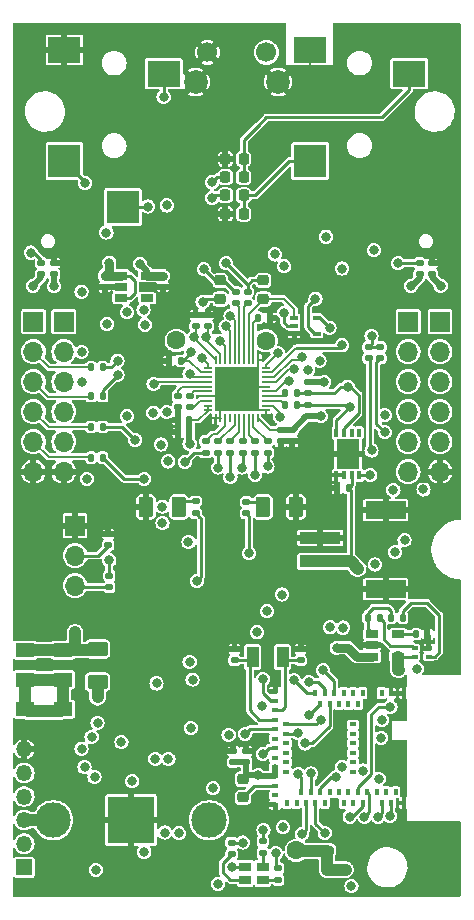
<source format=gbr>
%TF.GenerationSoftware,KiCad,Pcbnew,7.0.1-0*%
%TF.CreationDate,2024-02-14T11:54:31-05:00*%
%TF.ProjectId,Tympan_Rev_F,54796d70-616e-45f5-9265-765f462e6b69,rev?*%
%TF.SameCoordinates,Original*%
%TF.FileFunction,Copper,L1,Top*%
%TF.FilePolarity,Positive*%
%FSLAX46Y46*%
G04 Gerber Fmt 4.6, Leading zero omitted, Abs format (unit mm)*
G04 Created by KiCad (PCBNEW 7.0.1-0) date 2024-02-14 11:54:31*
%MOMM*%
%LPD*%
G01*
G04 APERTURE LIST*
G04 Aperture macros list*
%AMRoundRect*
0 Rectangle with rounded corners*
0 $1 Rounding radius*
0 $2 $3 $4 $5 $6 $7 $8 $9 X,Y pos of 4 corners*
0 Add a 4 corners polygon primitive as box body*
4,1,4,$2,$3,$4,$5,$6,$7,$8,$9,$2,$3,0*
0 Add four circle primitives for the rounded corners*
1,1,$1+$1,$2,$3*
1,1,$1+$1,$4,$5*
1,1,$1+$1,$6,$7*
1,1,$1+$1,$8,$9*
0 Add four rect primitives between the rounded corners*
20,1,$1+$1,$2,$3,$4,$5,0*
20,1,$1+$1,$4,$5,$6,$7,0*
20,1,$1+$1,$6,$7,$8,$9,0*
20,1,$1+$1,$8,$9,$2,$3,0*%
G04 Aperture macros list end*
%TA.AperFunction,SMDPad,CuDef*%
%ADD10R,3.500000X1.000000*%
%TD*%
%TA.AperFunction,SMDPad,CuDef*%
%ADD11R,3.400000X1.500000*%
%TD*%
%TA.AperFunction,SMDPad,CuDef*%
%ADD12R,2.800000X2.200000*%
%TD*%
%TA.AperFunction,SMDPad,CuDef*%
%ADD13R,2.800000X2.800000*%
%TD*%
%TA.AperFunction,SMDPad,CuDef*%
%ADD14R,1.600000X1.200000*%
%TD*%
%TA.AperFunction,SMDPad,CuDef*%
%ADD15RoundRect,0.147500X0.147500X0.172500X-0.147500X0.172500X-0.147500X-0.172500X0.147500X-0.172500X0*%
%TD*%
%TA.AperFunction,SMDPad,CuDef*%
%ADD16RoundRect,0.147500X-0.172500X0.147500X-0.172500X-0.147500X0.172500X-0.147500X0.172500X0.147500X0*%
%TD*%
%TA.AperFunction,SMDPad,CuDef*%
%ADD17RoundRect,0.147500X0.172500X-0.147500X0.172500X0.147500X-0.172500X0.147500X-0.172500X-0.147500X0*%
%TD*%
%TA.AperFunction,SMDPad,CuDef*%
%ADD18RoundRect,0.250000X-0.375000X-0.625000X0.375000X-0.625000X0.375000X0.625000X-0.375000X0.625000X0*%
%TD*%
%TA.AperFunction,SMDPad,CuDef*%
%ADD19RoundRect,0.250000X0.375000X0.625000X-0.375000X0.625000X-0.375000X-0.625000X0.375000X-0.625000X0*%
%TD*%
%TA.AperFunction,SMDPad,CuDef*%
%ADD20RoundRect,0.250000X0.625000X-0.375000X0.625000X0.375000X-0.625000X0.375000X-0.625000X-0.375000X0*%
%TD*%
%TA.AperFunction,ComponentPad*%
%ADD21R,1.700000X1.700000*%
%TD*%
%TA.AperFunction,ComponentPad*%
%ADD22O,1.700000X1.700000*%
%TD*%
%TA.AperFunction,SMDPad,CuDef*%
%ADD23RoundRect,0.218750X-0.218750X-0.256250X0.218750X-0.256250X0.218750X0.256250X-0.218750X0.256250X0*%
%TD*%
%TA.AperFunction,SMDPad,CuDef*%
%ADD24RoundRect,0.218750X0.218750X0.256250X-0.218750X0.256250X-0.218750X-0.256250X0.218750X-0.256250X0*%
%TD*%
%TA.AperFunction,SMDPad,CuDef*%
%ADD25R,1.060000X0.650000*%
%TD*%
%TA.AperFunction,SMDPad,CuDef*%
%ADD26R,0.650000X0.400000*%
%TD*%
%TA.AperFunction,SMDPad,CuDef*%
%ADD27RoundRect,0.050000X0.050000X-0.325000X0.050000X0.325000X-0.050000X0.325000X-0.050000X-0.325000X0*%
%TD*%
%TA.AperFunction,SMDPad,CuDef*%
%ADD28RoundRect,0.050000X0.325000X-0.050000X0.325000X0.050000X-0.325000X0.050000X-0.325000X-0.050000X0*%
%TD*%
%TA.AperFunction,SMDPad,CuDef*%
%ADD29R,3.800000X3.800000*%
%TD*%
%TA.AperFunction,SMDPad,CuDef*%
%ADD30RoundRect,0.218750X-0.256250X0.218750X-0.256250X-0.218750X0.256250X-0.218750X0.256250X0.218750X0*%
%TD*%
%TA.AperFunction,SMDPad,CuDef*%
%ADD31RoundRect,0.218750X0.256250X-0.218750X0.256250X0.218750X-0.256250X0.218750X-0.256250X-0.218750X0*%
%TD*%
%TA.AperFunction,SMDPad,CuDef*%
%ADD32RoundRect,0.147500X-0.147500X-0.172500X0.147500X-0.172500X0.147500X0.172500X-0.147500X0.172500X0*%
%TD*%
%TA.AperFunction,SMDPad,CuDef*%
%ADD33R,0.500000X0.400000*%
%TD*%
%TA.AperFunction,SMDPad,CuDef*%
%ADD34R,0.350000X0.700000*%
%TD*%
%TA.AperFunction,SMDPad,CuDef*%
%ADD35R,1.960000X2.560000*%
%TD*%
%TA.AperFunction,SMDPad,CuDef*%
%ADD36R,1.000000X0.800000*%
%TD*%
%TA.AperFunction,ComponentPad*%
%ADD37C,3.000000*%
%TD*%
%TA.AperFunction,SMDPad,CuDef*%
%ADD38R,4.000000X4.000000*%
%TD*%
%TA.AperFunction,ComponentPad*%
%ADD39R,1.350000X1.350000*%
%TD*%
%TA.AperFunction,ComponentPad*%
%ADD40O,1.350000X1.350000*%
%TD*%
%TA.AperFunction,ComponentPad*%
%ADD41C,1.700000*%
%TD*%
%TA.AperFunction,ComponentPad*%
%ADD42C,2.000000*%
%TD*%
%TA.AperFunction,SMDPad,CuDef*%
%ADD43RoundRect,0.140000X0.170000X-0.140000X0.170000X0.140000X-0.170000X0.140000X-0.170000X-0.140000X0*%
%TD*%
%TA.AperFunction,SMDPad,CuDef*%
%ADD44RoundRect,0.140000X-0.170000X0.140000X-0.170000X-0.140000X0.170000X-0.140000X0.170000X0.140000X0*%
%TD*%
%TA.AperFunction,SMDPad,CuDef*%
%ADD45RoundRect,0.200000X0.275000X-0.200000X0.275000X0.200000X-0.275000X0.200000X-0.275000X-0.200000X0*%
%TD*%
%TA.AperFunction,SMDPad,CuDef*%
%ADD46R,0.400000X0.600000*%
%TD*%
%TA.AperFunction,SMDPad,CuDef*%
%ADD47R,0.600000X0.400000*%
%TD*%
%TA.AperFunction,SMDPad,CuDef*%
%ADD48RoundRect,0.225000X0.250000X-0.225000X0.250000X0.225000X-0.250000X0.225000X-0.250000X-0.225000X0*%
%TD*%
%TA.AperFunction,SMDPad,CuDef*%
%ADD49R,1.000000X1.800000*%
%TD*%
%TA.AperFunction,ComponentPad*%
%ADD50C,1.600000*%
%TD*%
%TA.AperFunction,ViaPad*%
%ADD51C,0.800000*%
%TD*%
%TA.AperFunction,Conductor*%
%ADD52C,0.250000*%
%TD*%
%TA.AperFunction,Conductor*%
%ADD53C,1.000000*%
%TD*%
%TA.AperFunction,Conductor*%
%ADD54C,0.750000*%
%TD*%
%TA.AperFunction,Conductor*%
%ADD55C,0.200000*%
%TD*%
%TA.AperFunction,Conductor*%
%ADD56C,0.500000*%
%TD*%
G04 APERTURE END LIST*
D10*
X160450000Y-104800000D03*
X160450000Y-102800000D03*
D11*
X166000000Y-107150000D03*
X166000000Y-100450000D03*
D12*
X159600000Y-61500000D03*
D13*
X159600000Y-70900000D03*
D12*
X168000000Y-63500000D03*
X138800000Y-61500000D03*
D13*
X138800000Y-70900000D03*
D12*
X147200000Y-63500000D03*
D13*
X143750000Y-74800000D03*
D14*
X135475000Y-112300000D03*
X135475000Y-114800000D03*
X135475000Y-117300000D03*
X138675000Y-112300000D03*
X138675000Y-114800000D03*
X138675000Y-117300000D03*
D15*
X142035000Y-88350000D03*
X141065000Y-88350000D03*
X142035000Y-90800000D03*
X141065000Y-90800000D03*
X142035000Y-93400000D03*
X141065000Y-93400000D03*
D16*
X169925000Y-79515000D03*
X169925000Y-80485000D03*
X137925000Y-79515000D03*
X137925000Y-80485000D03*
X142200000Y-80615000D03*
X142200000Y-81585000D03*
X168875000Y-79515000D03*
X168875000Y-80485000D03*
X136850000Y-79515000D03*
X136850000Y-80485000D03*
X147150000Y-80615000D03*
X147150000Y-81585000D03*
D17*
X142500000Y-103435000D03*
X142500000Y-102465000D03*
D18*
X145700000Y-100200000D03*
X148500000Y-100200000D03*
D19*
X158400001Y-100200000D03*
X155600001Y-100200000D03*
D20*
X141600000Y-115000000D03*
X141600000Y-112200000D03*
D21*
X136175000Y-84500000D03*
D22*
X136175000Y-87040000D03*
X136175000Y-89580000D03*
X136175000Y-92120000D03*
X136175000Y-94660000D03*
X136175000Y-97200000D03*
D21*
X167900000Y-84500000D03*
D22*
X167900000Y-87040000D03*
X167900000Y-89580000D03*
X167900000Y-92120000D03*
X167900000Y-94660000D03*
X167900000Y-97200000D03*
D21*
X170600000Y-84500000D03*
D22*
X170600000Y-87040000D03*
X170600000Y-89580000D03*
X170600000Y-92120000D03*
X170600000Y-94660000D03*
X170600000Y-97200000D03*
D23*
X152412500Y-73800000D03*
X153987500Y-73800000D03*
X152412500Y-72250000D03*
X153987500Y-72250000D03*
D24*
X153987500Y-75350000D03*
X152412500Y-75350000D03*
X153987500Y-70700000D03*
X152412500Y-70700000D03*
D17*
X149900000Y-100685000D03*
X149900000Y-99715000D03*
X154200000Y-100735000D03*
X154200000Y-99765000D03*
D16*
X155600000Y-128500000D03*
X155600000Y-129470000D03*
X156900000Y-130780000D03*
X156900000Y-131750000D03*
X152950000Y-128600000D03*
X152950000Y-129570000D03*
D21*
X139700000Y-101760000D03*
D22*
X139700000Y-104300000D03*
X139700000Y-106840000D03*
D25*
X143600000Y-80600000D03*
X143600000Y-81550000D03*
X143600000Y-82500000D03*
X145800000Y-82500000D03*
X145800000Y-80600000D03*
D21*
X138750000Y-84500000D03*
D22*
X138750000Y-87040000D03*
X138750000Y-89580000D03*
X138750000Y-92120000D03*
X138750000Y-94660000D03*
X138750000Y-97200000D03*
D26*
X158250000Y-84200000D03*
X158250000Y-84850000D03*
X158250000Y-85500000D03*
X160150000Y-85500000D03*
X160150000Y-84200000D03*
D27*
X151600000Y-92675000D03*
X152000000Y-92675000D03*
X152400000Y-92675000D03*
X152800000Y-92675000D03*
X153200000Y-92675000D03*
X153600000Y-92675000D03*
X154000000Y-92675000D03*
X154400000Y-92675000D03*
X154800000Y-92675000D03*
X155200000Y-92675000D03*
D28*
X155875000Y-92000000D03*
X155875000Y-91600000D03*
X155875000Y-91200000D03*
X155875000Y-90800000D03*
X155875000Y-90400000D03*
X155875000Y-90000000D03*
X155875000Y-89600000D03*
X155875000Y-89200000D03*
X155875000Y-88800000D03*
X155875000Y-88400000D03*
D27*
X155200000Y-87725000D03*
X154800000Y-87725000D03*
X154400000Y-87725000D03*
X154000000Y-87725000D03*
X153600000Y-87725000D03*
X153200000Y-87725000D03*
X152800000Y-87725000D03*
X152400000Y-87725000D03*
X152000000Y-87725000D03*
X151600000Y-87725000D03*
D28*
X150925000Y-88400000D03*
X150925000Y-88800000D03*
X150925000Y-89200000D03*
X150925000Y-89600000D03*
X150925000Y-90000000D03*
X150925000Y-90400000D03*
X150925000Y-90800000D03*
X150925000Y-91200000D03*
X150925000Y-91600000D03*
X150925000Y-92000000D03*
D29*
X153400000Y-90200000D03*
D16*
X159450000Y-89580000D03*
X159450000Y-90550000D03*
D17*
X159450000Y-92520000D03*
X159450000Y-91550000D03*
D30*
X152000000Y-81000000D03*
X152000000Y-82575000D03*
D31*
X155650000Y-82575000D03*
X155650000Y-81000000D03*
D15*
X158485000Y-91550000D03*
X157515000Y-91550000D03*
X158485000Y-90550000D03*
X157515000Y-90550000D03*
D17*
X151800000Y-95585000D03*
X151800000Y-94615000D03*
X156000000Y-95585000D03*
X156000000Y-94615000D03*
X154950000Y-95585000D03*
X154950000Y-94615000D03*
X153900000Y-95585000D03*
X153900000Y-94615000D03*
X152850000Y-95585000D03*
X152850000Y-94615000D03*
X150750000Y-95585000D03*
X150750000Y-94615000D03*
X153300000Y-82935000D03*
X153300000Y-81965000D03*
X154300000Y-82935000D03*
X154300000Y-81965000D03*
D32*
X155215000Y-84150000D03*
X156185000Y-84150000D03*
D17*
X150950000Y-84885000D03*
X150950000Y-83915000D03*
D15*
X148635000Y-87800000D03*
X147665000Y-87800000D03*
D16*
X148400000Y-90765000D03*
X148400000Y-91735000D03*
D15*
X149385000Y-92800000D03*
X148415000Y-92800000D03*
X149385000Y-93850000D03*
X148415000Y-93850000D03*
D17*
X157100000Y-94635000D03*
X157100000Y-93665000D03*
X158100000Y-94635000D03*
X158100000Y-93665000D03*
D16*
X149900000Y-83915000D03*
X149900000Y-84885000D03*
X149400000Y-90765000D03*
X149400000Y-91735000D03*
D25*
X164850000Y-110950000D03*
X164850000Y-111900000D03*
X164850000Y-112850000D03*
X167050000Y-112850000D03*
X167050000Y-110950000D03*
D32*
X168565000Y-110950000D03*
X169535000Y-110950000D03*
D15*
X167435000Y-109550000D03*
X166465000Y-109550000D03*
X165485000Y-109550000D03*
X164515000Y-109550000D03*
D33*
X168450000Y-112150000D03*
X169650000Y-112150000D03*
X168450000Y-112850000D03*
X169650000Y-112850000D03*
D16*
X142600000Y-106000000D03*
X142600000Y-106970000D03*
D15*
X162885000Y-98600000D03*
X161915000Y-98600000D03*
D17*
X164550000Y-87585000D03*
X164550000Y-86615000D03*
X165550000Y-87585000D03*
X165550000Y-86615000D03*
D34*
X161825000Y-97500000D03*
X162475000Y-97500000D03*
X163125000Y-97500000D03*
X163775000Y-97500000D03*
X163775000Y-93900000D03*
X163125000Y-93900000D03*
X162475000Y-93900000D03*
X161825000Y-93900000D03*
D35*
X162800000Y-95700000D03*
D36*
X154100000Y-130650000D03*
X155600000Y-130650000D03*
X155600000Y-131750000D03*
X154100000Y-131750000D03*
D15*
X142035000Y-96000000D03*
X141065000Y-96000000D03*
D37*
X137850000Y-126700000D03*
X151050000Y-126700000D03*
D38*
X144450000Y-126700000D03*
D39*
X135400000Y-130700000D03*
D40*
X135400000Y-128700000D03*
X135400000Y-126700000D03*
X135400000Y-124700000D03*
X135400000Y-122700000D03*
X135400000Y-120700000D03*
D41*
X155900000Y-61700000D03*
X150900000Y-61700000D03*
D42*
X156900000Y-64200000D03*
X149900000Y-64200000D03*
D43*
X153200000Y-113180000D03*
X153200000Y-112220000D03*
X158800000Y-113180000D03*
X158800000Y-112220000D03*
D44*
X153100000Y-120820000D03*
X153100000Y-121780000D03*
D45*
X161100000Y-130925000D03*
X161100000Y-129275000D03*
D46*
X167550000Y-115950000D03*
X166450000Y-115950000D03*
X165650000Y-115950000D03*
X164050000Y-115950000D03*
X163650000Y-116850000D03*
X163250000Y-115950000D03*
X162850000Y-116850000D03*
X162450000Y-115950000D03*
X162050000Y-116850000D03*
X161650000Y-115950000D03*
X161250000Y-116850000D03*
X160850000Y-115950000D03*
X160450000Y-116850000D03*
X160050000Y-115950000D03*
D47*
X156650000Y-115800000D03*
X156650000Y-116600000D03*
X156650000Y-117400000D03*
X156650000Y-118200000D03*
X157550000Y-118600000D03*
X156650000Y-119000000D03*
X157550000Y-119400000D03*
X156650000Y-119800000D03*
X157550000Y-120200000D03*
X156650000Y-120600000D03*
X157550000Y-121000000D03*
X156650000Y-121400000D03*
X157550000Y-121800000D03*
X156650000Y-122200000D03*
X157550000Y-122600000D03*
X156650000Y-123000000D03*
X156650000Y-123800000D03*
X156650000Y-124600000D03*
X156650000Y-125400000D03*
D46*
X157650000Y-125250000D03*
X158450000Y-125250000D03*
X158850000Y-124350000D03*
X159250000Y-125250000D03*
X159650000Y-124350000D03*
X160050000Y-125250000D03*
X160450000Y-124350000D03*
X160850000Y-125250000D03*
X161250000Y-124350000D03*
X162050000Y-124350000D03*
X162450000Y-125250000D03*
X162850000Y-124350000D03*
X163250000Y-125250000D03*
X163650000Y-124350000D03*
X164050000Y-125250000D03*
X164450000Y-124350000D03*
X165250000Y-124350000D03*
X165650000Y-125250000D03*
X166050000Y-124350000D03*
X166450000Y-125250000D03*
X166850000Y-124350000D03*
X167550000Y-125250000D03*
D47*
X163250000Y-118600000D03*
X163250000Y-119400000D03*
X163250000Y-120200000D03*
X163250000Y-121000000D03*
X163250000Y-121800000D03*
X163250000Y-122600000D03*
D48*
X153900000Y-124775000D03*
X153900000Y-123225000D03*
D49*
X154725000Y-112900000D03*
X157275000Y-112900000D03*
D44*
X154200000Y-120820000D03*
X154200000Y-121780000D03*
D50*
X158445000Y-129270000D03*
X148285000Y-86090000D03*
X155865000Y-86100000D03*
D51*
X161850000Y-112100000D03*
X163650000Y-105400000D03*
X137000000Y-117500000D03*
X168424991Y-109048755D03*
X144150000Y-130400000D03*
X166950000Y-105150000D03*
X165150000Y-102300000D03*
X160600000Y-120500000D03*
X152000000Y-86150000D03*
X138299987Y-76050013D03*
X160550000Y-97500000D03*
X164350000Y-128450000D03*
X169000000Y-76200000D03*
X159600000Y-63450000D03*
X153400000Y-90200000D03*
X162600000Y-130900000D03*
X167100000Y-114050000D03*
X145550000Y-97800000D03*
X145600000Y-84750000D03*
X152450000Y-84900000D03*
X145500000Y-83500000D03*
X152856143Y-83986177D03*
X144800000Y-94500000D03*
X170650000Y-81450000D03*
X153000000Y-130700000D03*
X160800000Y-89600000D03*
X164800000Y-85700000D03*
X155200000Y-122900000D03*
X149750000Y-85800000D03*
X157300000Y-127300000D03*
X161250000Y-85000000D03*
X137900000Y-81500000D03*
X160500000Y-92500000D03*
X153900000Y-128600000D03*
X154100000Y-119400000D03*
X155600000Y-121100000D03*
X155650000Y-127550000D03*
X156700000Y-129500000D03*
X158600000Y-119324500D03*
X147300000Y-127750000D03*
X149650000Y-114800000D03*
X155600000Y-114750000D03*
X143624500Y-120100000D03*
X142400000Y-84700000D03*
X164200000Y-126400000D03*
X165400000Y-123200000D03*
X144092500Y-83692500D03*
X162950000Y-126400000D03*
X144550000Y-123400000D03*
X148500000Y-127800000D03*
X149500000Y-118900000D03*
X160525500Y-118200000D03*
X141450000Y-130900000D03*
X142600000Y-104700000D03*
X161804108Y-123067811D03*
X151800000Y-132100000D03*
X145849998Y-74750000D03*
X146350000Y-89770016D03*
X140250000Y-81950000D03*
X152500000Y-79550000D03*
X140550000Y-72750000D03*
X147200000Y-65450000D03*
X150600000Y-80050000D03*
X168150000Y-81450000D03*
X136150000Y-81450000D03*
X142600000Y-79500000D03*
X141600000Y-116300000D03*
X163100000Y-132300000D03*
X140250000Y-87050000D03*
X151400000Y-124000000D03*
X151800000Y-96850000D03*
X152700000Y-119475500D03*
X152850000Y-97650000D03*
X140250000Y-89600000D03*
X140700000Y-97800000D03*
X153850000Y-96850000D03*
X155500000Y-117000000D03*
X162975500Y-91700000D03*
X162400000Y-110400000D03*
X162800000Y-90000000D03*
X161300000Y-110375500D03*
X157200000Y-107600000D03*
X150000000Y-106450000D03*
X149400000Y-113300000D03*
X168625001Y-113874999D03*
X155100000Y-110800000D03*
X154950000Y-97450000D03*
X155950000Y-109000000D03*
X156000000Y-96750000D03*
X147100000Y-101550000D03*
X169200000Y-98700006D03*
X160050000Y-82550000D03*
X147455000Y-74650000D03*
X147450000Y-92150000D03*
X142350000Y-76950000D03*
X166650000Y-98750000D03*
X147100000Y-100150000D03*
X147000000Y-94900000D03*
X165100000Y-105050000D03*
X164800000Y-95400004D03*
X148994500Y-96375500D03*
X166800000Y-104000000D03*
X144100011Y-92500000D03*
X165925000Y-93850000D03*
X143300000Y-87800000D03*
X158900000Y-87474500D03*
X165625000Y-119725000D03*
X140250000Y-120650000D03*
X165350000Y-126400000D03*
X141100000Y-119650000D03*
X165675000Y-118225000D03*
X166351944Y-126351944D03*
X158235621Y-88535621D03*
X143300000Y-89000000D03*
X166400000Y-117100000D03*
X141600000Y-118450000D03*
X150800000Y-85800000D03*
X149500000Y-87100000D03*
X149400000Y-94824990D03*
X145200000Y-79600000D03*
X167600000Y-103000000D03*
X149300000Y-103150000D03*
X167050000Y-79550000D03*
X162300000Y-86500000D03*
X162300000Y-80000000D03*
X135950000Y-78650000D03*
X156850000Y-87150000D03*
X156600000Y-78800000D03*
X165925010Y-92400000D03*
X157050000Y-92550000D03*
X157800000Y-89550000D03*
X150500000Y-82825500D03*
X157382098Y-83744515D03*
X154425000Y-104100000D03*
X146500000Y-121500000D03*
X146600000Y-115119502D03*
X160700000Y-114000000D03*
X159200000Y-120200000D03*
X151300000Y-74000004D03*
X150450000Y-87600000D03*
X149400000Y-88900000D03*
X151300000Y-72699998D03*
X158224500Y-114850000D03*
X147595500Y-96325500D03*
X158600000Y-122800000D03*
X147600000Y-121525500D03*
X145565498Y-129400000D03*
X160834678Y-127779505D03*
X146324500Y-92200000D03*
X157400000Y-79800000D03*
X159500000Y-115000000D03*
X159387701Y-88587701D03*
X159700500Y-122750215D03*
X164700000Y-97500000D03*
X158900000Y-127879500D03*
X160400000Y-87800000D03*
X139700000Y-110800000D03*
X162300000Y-122200000D03*
X140500000Y-122200000D03*
X160950000Y-77300000D03*
X164100000Y-122500000D03*
X141350000Y-123050000D03*
X165000000Y-78450000D03*
X159500000Y-117800500D03*
D52*
X162885000Y-98600000D02*
X163050000Y-98765000D01*
D53*
X138675000Y-117300000D02*
X138675000Y-114800000D01*
X135475000Y-114800000D02*
X135475000Y-117300000D01*
D52*
X163125000Y-97500000D02*
X163125000Y-98360000D01*
D54*
X161850000Y-112100000D02*
X162820000Y-112100000D01*
X163570000Y-112850000D02*
X164850000Y-112850000D01*
D52*
X163050000Y-98765000D02*
X163050000Y-104800000D01*
X163125000Y-98360000D02*
X162885000Y-98600000D01*
D53*
X137000000Y-117500000D02*
X138475000Y-117500000D01*
X163050000Y-104800000D02*
X163650000Y-105400000D01*
X135475000Y-114800000D02*
X138675000Y-114800000D01*
X138475000Y-117500000D02*
X138675000Y-117300000D01*
X160450000Y-104800000D02*
X163050000Y-104800000D01*
X135675000Y-117500000D02*
X135475000Y-117300000D01*
D54*
X162820000Y-112100000D02*
X163570000Y-112850000D01*
D53*
X137000000Y-117500000D02*
X135675000Y-117500000D01*
D55*
X155875000Y-92000000D02*
X155200000Y-92000000D01*
D56*
X143600000Y-81550000D02*
X142235000Y-81550000D01*
D55*
X155200000Y-87725000D02*
X155200000Y-88400000D01*
X155875000Y-90000000D02*
X153600000Y-90000000D01*
X151600000Y-92675000D02*
X152000000Y-92675000D01*
X150925000Y-90800000D02*
X152800000Y-90800000D01*
D52*
X169650000Y-112150000D02*
X169650000Y-111065000D01*
D55*
X152800000Y-90800000D02*
X153400000Y-90200000D01*
X152400000Y-87725000D02*
X152400000Y-86550000D01*
D52*
X169535000Y-110158764D02*
X168824990Y-109448754D01*
D55*
X152400000Y-86550000D02*
X152000000Y-86150000D01*
D52*
X168824990Y-109448754D02*
X168424991Y-109048755D01*
X169650000Y-111065000D02*
X169535000Y-110950000D01*
D55*
X155200000Y-88400000D02*
X153400000Y-90200000D01*
X159600000Y-63450000D02*
X159600000Y-61500000D01*
X153600000Y-90000000D02*
X153400000Y-90200000D01*
D52*
X169535000Y-110950000D02*
X169535000Y-110158764D01*
D56*
X142235000Y-81550000D02*
X142200000Y-81585000D01*
D55*
X152000000Y-92675000D02*
X152000000Y-91600000D01*
X155200000Y-92000000D02*
X153400000Y-90200000D01*
X152000000Y-91600000D02*
X153400000Y-90200000D01*
D52*
X165819168Y-111369168D02*
X166400000Y-111950000D01*
X165819168Y-109884168D02*
X165819168Y-111369168D01*
X166400000Y-111950000D02*
X168250000Y-111950000D01*
X168250000Y-111950000D02*
X168450000Y-112150000D01*
X165485000Y-109550000D02*
X165819168Y-109884168D01*
D53*
X161045000Y-129320000D02*
X158480000Y-129320000D01*
D52*
X167050000Y-112850000D02*
X168450000Y-112850000D01*
D53*
X161050000Y-129325000D02*
X161045000Y-129320000D01*
X167050000Y-113949999D02*
X167100000Y-113949999D01*
X167050000Y-112850000D02*
X167050000Y-113949999D01*
X162600000Y-130900000D02*
X161050000Y-130900000D01*
X161050000Y-130900000D02*
X161050000Y-129325000D01*
D52*
X167435000Y-108994231D02*
X168105478Y-108323753D01*
X167435000Y-109550000D02*
X167435000Y-108994231D01*
X170500000Y-109300000D02*
X170500000Y-112500000D01*
X170150000Y-112850000D02*
X169650000Y-112850000D01*
X168105478Y-108323753D02*
X169523753Y-108323753D01*
X170500000Y-112500000D02*
X170150000Y-112850000D01*
X169523753Y-108323753D02*
X170500000Y-109300000D01*
D55*
X137485000Y-88350000D02*
X136175000Y-87040000D01*
X141065000Y-88350000D02*
X137485000Y-88350000D01*
X141065000Y-90800000D02*
X141015000Y-90850000D01*
X137024999Y-90429999D02*
X136175000Y-89580000D01*
X137445000Y-90850000D02*
X137024999Y-90429999D01*
X141015000Y-90850000D02*
X137445000Y-90850000D01*
X141065000Y-93400000D02*
X137455000Y-93400000D01*
X137455000Y-93400000D02*
X136175000Y-92120000D01*
X141065000Y-96000000D02*
X141015000Y-95950000D01*
X141015000Y-95950000D02*
X137465000Y-95950000D01*
X137465000Y-95950000D02*
X136175000Y-94660000D01*
D52*
X142035000Y-96000000D02*
X143835000Y-97800000D01*
X144984315Y-97800000D02*
X145550000Y-97800000D01*
D55*
X152800000Y-85250000D02*
X152450000Y-84900000D01*
D52*
X143835000Y-97800000D02*
X144984315Y-97800000D01*
D55*
X152800000Y-87725000D02*
X152800000Y-85250000D01*
D52*
X144800000Y-94500000D02*
X143700000Y-93400000D01*
D55*
X153200000Y-87725000D02*
X153200000Y-84330034D01*
X153200000Y-84330034D02*
X152856143Y-83986177D01*
D52*
X143700000Y-93400000D02*
X142035000Y-93400000D01*
D55*
X150925000Y-90400000D02*
X149765000Y-90400000D01*
X149765000Y-90400000D02*
X149400000Y-90765000D01*
X149782500Y-91735000D02*
X149400000Y-91735000D01*
X150317500Y-91200000D02*
X149782500Y-91735000D01*
X150925000Y-91200000D02*
X150317500Y-91200000D01*
D56*
X137900000Y-81500000D02*
X137925000Y-81475000D01*
X137925000Y-81475000D02*
X137925000Y-80485000D01*
X160780000Y-89580000D02*
X159450000Y-89580000D01*
X154200000Y-122925000D02*
X153900000Y-123225000D01*
D55*
X149750000Y-85875000D02*
X149750000Y-85800000D01*
D56*
X159450000Y-92520000D02*
X160480000Y-92520000D01*
X153100000Y-121780000D02*
X154200000Y-121780000D01*
X169925000Y-80725000D02*
X170650000Y-81450000D01*
D52*
X142600000Y-106970000D02*
X139830000Y-106970000D01*
X153000000Y-130700000D02*
X154050000Y-130700000D01*
D56*
X155300000Y-123000000D02*
X156650000Y-123000000D01*
X158135000Y-93665000D02*
X158100000Y-93665000D01*
X160800000Y-89600000D02*
X160780000Y-89580000D01*
D55*
X156190000Y-93665000D02*
X157100000Y-93665000D01*
D56*
X169925000Y-80485000D02*
X169925000Y-80725000D01*
X159280000Y-92520000D02*
X158135000Y-93665000D01*
D52*
X154050000Y-130700000D02*
X154100000Y-130650000D01*
D55*
X155200000Y-92675000D02*
X156190000Y-93665000D01*
D52*
X160450000Y-84200000D02*
X161250000Y-85000000D01*
D56*
X160480000Y-92520000D02*
X160500000Y-92500000D01*
X154200000Y-121780000D02*
X154200000Y-122925000D01*
D52*
X160150000Y-84200000D02*
X160450000Y-84200000D01*
D56*
X159450000Y-92520000D02*
X159280000Y-92520000D01*
D52*
X164550000Y-86615000D02*
X164800000Y-86365000D01*
D55*
X149900000Y-85650000D02*
X149750000Y-85800000D01*
D52*
X139830000Y-106970000D02*
X139700000Y-106840000D01*
D56*
X155200000Y-122900000D02*
X154225000Y-122900000D01*
D55*
X149900000Y-84885000D02*
X149900000Y-85650000D01*
D56*
X155200000Y-122900000D02*
X155300000Y-123000000D01*
X157100000Y-93665000D02*
X158100000Y-93665000D01*
X156650000Y-123000000D02*
X156650000Y-122200000D01*
D52*
X165550000Y-86615000D02*
X164550000Y-86615000D01*
X154225000Y-122900000D02*
X153900000Y-123225000D01*
X164800000Y-86365000D02*
X164800000Y-85700000D01*
D55*
X151600000Y-87725000D02*
X149750000Y-85875000D01*
D52*
X154500000Y-119000000D02*
X156650000Y-119000000D01*
X154100000Y-119400000D02*
X154500000Y-119000000D01*
X153900000Y-128600000D02*
X152950000Y-128600000D01*
X155600000Y-127600000D02*
X155600000Y-128500000D01*
X156100000Y-120600000D02*
X155600000Y-121100000D01*
X156650000Y-120600000D02*
X156100000Y-120600000D01*
X155650000Y-127550000D02*
X155600000Y-127600000D01*
X157550000Y-119400000D02*
X158524500Y-119400000D01*
X158524500Y-119400000D02*
X158600000Y-119324500D01*
X156700000Y-129500000D02*
X156700000Y-130580000D01*
X156700000Y-130580000D02*
X156900000Y-130780000D01*
X156300000Y-116600000D02*
X156650000Y-116600000D01*
X155600000Y-114750000D02*
X155600000Y-115900000D01*
X155600000Y-115900000D02*
X156300000Y-116600000D01*
X164575000Y-124475000D02*
X164450000Y-124350000D01*
X164200000Y-126400000D02*
X164575000Y-126025000D01*
X164575000Y-126025000D02*
X164575000Y-124475000D01*
X164050000Y-125500000D02*
X164050000Y-125250000D01*
X162950000Y-126400000D02*
X163150000Y-126400000D01*
X163150000Y-126400000D02*
X164050000Y-125500000D01*
X160525500Y-118200000D02*
X160125500Y-118600000D01*
X160125500Y-118600000D02*
X157550000Y-118600000D01*
X160450000Y-124000000D02*
X160450000Y-124350000D01*
X161382189Y-123067811D02*
X160450000Y-124000000D01*
X161804108Y-123067811D02*
X161382189Y-123067811D01*
X142600000Y-104700000D02*
X142600000Y-106000000D01*
D55*
X150925000Y-89600000D02*
X146520016Y-89600000D01*
X146520016Y-89600000D02*
X146350000Y-89770016D01*
D52*
X145799998Y-74800000D02*
X145849998Y-74750000D01*
X143750000Y-74800000D02*
X145799998Y-74800000D01*
D55*
X148770000Y-90000000D02*
X150450000Y-90000000D01*
X150450000Y-90000000D02*
X150925000Y-90000000D01*
X148400000Y-90765000D02*
X148400000Y-90370000D01*
X148400000Y-90370000D02*
X148770000Y-90000000D01*
X154800000Y-84617124D02*
X154800000Y-84567124D01*
X154800000Y-87725000D02*
X154800000Y-84617124D01*
X154800000Y-84567124D02*
X155200000Y-84167124D01*
X154000000Y-83235000D02*
X154300000Y-82935000D01*
X154000000Y-87725000D02*
X154000000Y-83235000D01*
D52*
X140550000Y-72650000D02*
X138800000Y-70900000D01*
X140550000Y-72750000D02*
X140550000Y-72650000D01*
X155650000Y-81000000D02*
X154650000Y-81000000D01*
X154300000Y-81965000D02*
X154300000Y-81350000D01*
X154300000Y-81350000D02*
X152500000Y-79550000D01*
X154650000Y-81000000D02*
X154300000Y-81350000D01*
D55*
X153600000Y-83235000D02*
X153300000Y-82935000D01*
X153600000Y-87725000D02*
X153600000Y-83235000D01*
D52*
X153215000Y-81965000D02*
X152250000Y-81000000D01*
X153300000Y-81965000D02*
X153215000Y-81965000D01*
X151550000Y-81000000D02*
X150600000Y-80050000D01*
X147200000Y-65450000D02*
X147200000Y-63500000D01*
X152000000Y-81000000D02*
X151550000Y-81000000D01*
X152250000Y-81000000D02*
X152000000Y-81000000D01*
D56*
X168250000Y-81450000D02*
X168875000Y-80825000D01*
X168875000Y-80825000D02*
X168875000Y-80485000D01*
X168150000Y-81450000D02*
X168250000Y-81450000D01*
X136850000Y-80485000D02*
X136850000Y-80750000D01*
X136850000Y-80750000D02*
X136150000Y-81450000D01*
D54*
X142600000Y-80200000D02*
X142200000Y-80600000D01*
D52*
X144800000Y-81020000D02*
X144380000Y-80600000D01*
D54*
X142200000Y-80600000D02*
X142200000Y-80615000D01*
D52*
X144380000Y-82500000D02*
X144800000Y-82080000D01*
D54*
X142215000Y-80600000D02*
X142200000Y-80615000D01*
D52*
X144800000Y-82080000D02*
X144800000Y-81020000D01*
D54*
X143600000Y-80600000D02*
X142215000Y-80600000D01*
X142600000Y-79500000D02*
X142600000Y-80200000D01*
D52*
X144380000Y-80600000D02*
X143600000Y-80600000D01*
X143600000Y-82500000D02*
X144380000Y-82500000D01*
D53*
X141600000Y-115000000D02*
X141600000Y-116300000D01*
D52*
X151800000Y-95585000D02*
X151800000Y-96850000D01*
X152850000Y-95585000D02*
X152850000Y-97650000D01*
X153900000Y-95585000D02*
X153900000Y-96800000D01*
X153900000Y-96800000D02*
X153850000Y-96850000D01*
X161825000Y-92850500D02*
X161825000Y-93900000D01*
X162975500Y-91700000D02*
X162825500Y-91550000D01*
X162825500Y-91550000D02*
X159450000Y-91550000D01*
X162975500Y-91700000D02*
X161825000Y-92850500D01*
X158485000Y-91550000D02*
X159450000Y-91550000D01*
X161650014Y-90550000D02*
X159450000Y-90550000D01*
X163000000Y-90000000D02*
X163700000Y-90700000D01*
X162800000Y-90000000D02*
X162200014Y-90000000D01*
X162200014Y-90000000D02*
X161650014Y-90550000D01*
X158485000Y-90550000D02*
X159450000Y-90550000D01*
X162800000Y-90000000D02*
X163000000Y-90000000D01*
X163700000Y-90700000D02*
X163700000Y-92237500D01*
X162475000Y-93462500D02*
X162475000Y-93900000D01*
X163700000Y-92237500D02*
X162475000Y-93462500D01*
X142500000Y-103450000D02*
X141650000Y-104300000D01*
X142500000Y-103435000D02*
X142500000Y-103450000D01*
X141650000Y-104300000D02*
X139700000Y-104300000D01*
X150350000Y-106100000D02*
X150350000Y-101135000D01*
X150350000Y-101135000D02*
X150234168Y-101019168D01*
X150234168Y-101019168D02*
X149900000Y-100685000D01*
X150000000Y-106450000D02*
X150350000Y-106100000D01*
X154950000Y-95585000D02*
X154950000Y-97450000D01*
X156000000Y-95585000D02*
X156000000Y-96750000D01*
X154500000Y-117400000D02*
X154500000Y-113125000D01*
X154445000Y-113180000D02*
X154725000Y-112900000D01*
X155300000Y-118200000D02*
X154500000Y-117400000D01*
X153200000Y-113180000D02*
X154445000Y-113180000D01*
X154500000Y-113125000D02*
X154725000Y-112900000D01*
X156650000Y-118200000D02*
X155300000Y-118200000D01*
X149900000Y-99715000D02*
X148985000Y-99715000D01*
X148985000Y-99715000D02*
X148500000Y-100200000D01*
X155165001Y-99765000D02*
X155600001Y-100200000D01*
X154200000Y-99765000D02*
X155165001Y-99765000D01*
X155600000Y-129470000D02*
X155600000Y-130650000D01*
X156900000Y-131750000D02*
X155600000Y-131750000D01*
X159450001Y-83149999D02*
X159650001Y-82949999D01*
X159650001Y-82949999D02*
X160050000Y-82550000D01*
X160150000Y-85500000D02*
X160025000Y-85500000D01*
X160025000Y-85500000D02*
X159450001Y-84925001D01*
X159450001Y-84925001D02*
X159450001Y-83149999D01*
X164550000Y-87585000D02*
X164700000Y-87735000D01*
X164700000Y-95300004D02*
X164800000Y-95400004D01*
X164700000Y-87735000D02*
X164700000Y-95300004D01*
X152950000Y-129570000D02*
X152200000Y-130320000D01*
X152850000Y-131750000D02*
X154100000Y-131750000D01*
X152200000Y-130320000D02*
X152200000Y-131100000D01*
X152200000Y-131100000D02*
X152850000Y-131750000D01*
X148994500Y-96375500D02*
X149785000Y-95585000D01*
X149785000Y-95585000D02*
X150750000Y-95585000D01*
X165200000Y-93125000D02*
X165925000Y-93850000D01*
X165550000Y-87585000D02*
X165200000Y-87935000D01*
X165200000Y-87935000D02*
X165200000Y-93125000D01*
D53*
X135600000Y-126700000D02*
X137850000Y-126700000D01*
D52*
X142035000Y-88350000D02*
X142750000Y-88350000D01*
D55*
X158031999Y-87750000D02*
X156581999Y-89200000D01*
D52*
X142750000Y-88350000D02*
X143300000Y-87800000D01*
D55*
X158624500Y-87750000D02*
X158031999Y-87750000D01*
X156581999Y-89200000D02*
X155875000Y-89200000D01*
X158900000Y-87474500D02*
X158624500Y-87750000D01*
D52*
X165650000Y-126100000D02*
X165650000Y-125250000D01*
X165350000Y-126400000D02*
X165650000Y-126100000D01*
X166450000Y-126253888D02*
X166450000Y-125250000D01*
X166351944Y-126351944D02*
X166450000Y-126253888D01*
D55*
X158235621Y-88535621D02*
X158219987Y-88519987D01*
X156750000Y-89600000D02*
X155875000Y-89600000D01*
X157830013Y-88519987D02*
X156750000Y-89600000D01*
D52*
X142035000Y-90800000D02*
X142035000Y-90265000D01*
X142035000Y-90265000D02*
X143300000Y-89000000D01*
D55*
X158219987Y-88519987D02*
X157830013Y-88519987D01*
D52*
X164775000Y-117725000D02*
X164775000Y-122779595D01*
X166400000Y-117100000D02*
X165400000Y-117100000D01*
X165400000Y-117100000D02*
X164775000Y-117725000D01*
X164775000Y-122779595D02*
X163650000Y-123904595D01*
X163650000Y-123904595D02*
X163650000Y-124350000D01*
X154875000Y-123800000D02*
X156650000Y-123800000D01*
X153900000Y-124775000D02*
X154875000Y-123800000D01*
D55*
X150950000Y-85650000D02*
X150800000Y-85800000D01*
X150925000Y-91600000D02*
X150925000Y-92000000D01*
X150950000Y-84885000D02*
X150950000Y-85650000D01*
D52*
X148635000Y-87800000D02*
X148800000Y-87800000D01*
D56*
X149385000Y-94809990D02*
X149400000Y-94824990D01*
D55*
X150150000Y-92800000D02*
X149385000Y-92800000D01*
X152000000Y-87236012D02*
X150800000Y-86036012D01*
X150800000Y-86036012D02*
X150800000Y-85800000D01*
X150925000Y-92000000D02*
X150925000Y-92025000D01*
D56*
X149385000Y-92800000D02*
X149385000Y-93850000D01*
D55*
X149350000Y-87800000D02*
X148635000Y-87800000D01*
X150925000Y-88800000D02*
X150350000Y-88800000D01*
D52*
X148800000Y-87800000D02*
X149500000Y-87100000D01*
D56*
X149385000Y-93850000D02*
X149385000Y-94809990D01*
D55*
X152000000Y-87725000D02*
X152000000Y-87236012D01*
D54*
X145800000Y-80600000D02*
X147135000Y-80600000D01*
D55*
X150925000Y-92025000D02*
X150150000Y-92800000D01*
D54*
X147135000Y-80600000D02*
X147150000Y-80615000D01*
D56*
X145800000Y-80200000D02*
X145200000Y-79600000D01*
D55*
X150350000Y-88800000D02*
X149350000Y-87800000D01*
D56*
X145800000Y-80600000D02*
X145800000Y-80200000D01*
D52*
X164515000Y-109550000D02*
X164515000Y-109130000D01*
X164500000Y-110500000D02*
X164515000Y-110485000D01*
X164850000Y-110950000D02*
X164850000Y-110850000D01*
X166200000Y-108750000D02*
X166465000Y-109015000D01*
X164515000Y-109130000D02*
X164895000Y-108750000D01*
X164850000Y-110850000D02*
X164500000Y-110500000D01*
X164895000Y-108750000D02*
X166200000Y-108750000D01*
X164515000Y-110485000D02*
X164515000Y-109550000D01*
X166465000Y-109015000D02*
X166465000Y-109550000D01*
D55*
X152400000Y-93300000D02*
X151680010Y-94019990D01*
X151345010Y-94019990D02*
X151084168Y-94280832D01*
X151084168Y-94280832D02*
X150750000Y-94615000D01*
X151680010Y-94019990D02*
X151345010Y-94019990D01*
X152400000Y-92675000D02*
X152400000Y-93300000D01*
X153600000Y-92675000D02*
X153600000Y-93865000D01*
X153600000Y-93865000D02*
X152850000Y-94615000D01*
D52*
X168875000Y-79515000D02*
X167085000Y-79515000D01*
D55*
X155875000Y-88800000D02*
X156350000Y-88800000D01*
D52*
X167085000Y-79515000D02*
X167050000Y-79550000D01*
D55*
X156350000Y-88800000D02*
X158400000Y-86750000D01*
D52*
X162050000Y-86750000D02*
X162300000Y-86500000D01*
X158400000Y-86750000D02*
X162050000Y-86750000D01*
X136850000Y-79300000D02*
X136200000Y-78650000D01*
D55*
X155875000Y-88400000D02*
X155875000Y-88125000D01*
D52*
X136850000Y-79515000D02*
X136850000Y-79300000D01*
X136200000Y-78650000D02*
X135950000Y-78650000D01*
D55*
X155875000Y-88125000D02*
X156450001Y-87549999D01*
X156450001Y-87549999D02*
X156850000Y-87150000D01*
X154000000Y-92675000D02*
X154000000Y-94515000D01*
X154000000Y-94515000D02*
X153900000Y-94615000D01*
X154400000Y-92675000D02*
X154400000Y-94065000D01*
X154400000Y-94065000D02*
X154950000Y-94615000D01*
X155875000Y-91600000D02*
X156450000Y-91600000D01*
X156450000Y-91600000D02*
X157050000Y-92200000D01*
X157050000Y-92200000D02*
X157050000Y-92550000D01*
X155875000Y-90400000D02*
X156712124Y-90400000D01*
X156712124Y-90400000D02*
X157562124Y-89550000D01*
X157562124Y-89550000D02*
X157800000Y-89550000D01*
X154800000Y-92675000D02*
X154800000Y-93415000D01*
X154800000Y-93415000D02*
X156000000Y-94615000D01*
X153200000Y-92675000D02*
X153200000Y-93215000D01*
X153200000Y-93215000D02*
X151800000Y-94615000D01*
X157265000Y-90800000D02*
X157515000Y-90550000D01*
X155875000Y-90800000D02*
X157265000Y-90800000D01*
X155875000Y-91200000D02*
X157165000Y-91200000D01*
X157165000Y-91200000D02*
X157515000Y-91550000D01*
D52*
X167050000Y-110950000D02*
X168565000Y-110950000D01*
X157675000Y-84850000D02*
X157382098Y-84557098D01*
X158250000Y-84850000D02*
X157675000Y-84850000D01*
X150500000Y-82825500D02*
X150750500Y-82575000D01*
X157382098Y-84557098D02*
X157382098Y-83744515D01*
X150750500Y-82575000D02*
X152000000Y-82575000D01*
X154425000Y-100960000D02*
X154200000Y-100735000D01*
X154425000Y-104100000D02*
X154425000Y-100960000D01*
X161650000Y-114950000D02*
X160700000Y-114000000D01*
X161650000Y-115950000D02*
X161650000Y-114950000D01*
X159800000Y-120200000D02*
X161250000Y-118750000D01*
X159200000Y-120200000D02*
X159800000Y-120200000D01*
X161250000Y-118750000D02*
X161250000Y-116850000D01*
X152412500Y-73800000D02*
X151500004Y-73800000D01*
D55*
X150925000Y-88400000D02*
X150925000Y-88075000D01*
X150925000Y-88075000D02*
X150450000Y-87600000D01*
D52*
X151500004Y-73800000D02*
X151300000Y-74000004D01*
D55*
X150925000Y-89200000D02*
X149650000Y-89200000D01*
D52*
X152412500Y-72250000D02*
X151749998Y-72250000D01*
D55*
X149650000Y-89200000D02*
X149400000Y-88950000D01*
D52*
X151749998Y-72250000D02*
X151300000Y-72699998D01*
D55*
X157350000Y-82550000D02*
X158250000Y-83450000D01*
X158250000Y-83450000D02*
X158250000Y-84200000D01*
X154400000Y-83825000D02*
X155675000Y-82550000D01*
X155675000Y-82550000D02*
X157350000Y-82550000D01*
X154400000Y-87725000D02*
X154400000Y-83825000D01*
D52*
X158224500Y-114850000D02*
X159324500Y-115950000D01*
X159324500Y-115950000D02*
X160050000Y-115950000D01*
X158600000Y-122800000D02*
X158850000Y-123050000D01*
X158850000Y-123050000D02*
X158850000Y-124350000D01*
X160834678Y-127779505D02*
X160050000Y-126994827D01*
X160050000Y-126994827D02*
X160050000Y-125250000D01*
X159500000Y-115000000D02*
X160250000Y-115000000D01*
X160850000Y-115600000D02*
X160850000Y-115950000D01*
X160250000Y-115000000D02*
X160850000Y-115600000D01*
X159700500Y-122750215D02*
X159700500Y-124299500D01*
X159700500Y-124299500D02*
X159650000Y-124350000D01*
X164700000Y-97500000D02*
X163775000Y-97500000D01*
X159250000Y-125250000D02*
X159250000Y-127529500D01*
X159250000Y-127529500D02*
X158900000Y-127879500D01*
X154950000Y-73800000D02*
X153987500Y-73800000D01*
X153987500Y-75350000D02*
X153987500Y-73800000D01*
X157850000Y-70900000D02*
X154950000Y-73800000D01*
X159600000Y-70900000D02*
X157850000Y-70900000D01*
X168000000Y-64850000D02*
X168000000Y-63500000D01*
X155200000Y-67900000D02*
X155900000Y-67200000D01*
X155200000Y-67900000D02*
X153987500Y-69112500D01*
X153987500Y-69112500D02*
X153987500Y-72250000D01*
X165650000Y-67200000D02*
X168000000Y-64850000D01*
X155900000Y-67200000D02*
X165650000Y-67200000D01*
D53*
X138675000Y-112300000D02*
X139600000Y-112300000D01*
X138675000Y-112300000D02*
X141500000Y-112300000D01*
X139700000Y-112200000D02*
X139700000Y-110800000D01*
X139600000Y-112300000D02*
X139700000Y-112200000D01*
X138675000Y-112300000D02*
X135475000Y-112300000D01*
X141500000Y-112300000D02*
X141600000Y-112200000D01*
D52*
X159500000Y-117800500D02*
X159500000Y-117800000D01*
X159500000Y-117800000D02*
X160450000Y-116850000D01*
X157200000Y-117400000D02*
X157500000Y-117100000D01*
X157555000Y-113180000D02*
X157275000Y-112900000D01*
X157500000Y-113125000D02*
X157275000Y-112900000D01*
X157500000Y-117100000D02*
X157500000Y-113125000D01*
X158800000Y-113180000D02*
X157555000Y-113180000D01*
X156650000Y-117400000D02*
X157200000Y-117400000D01*
%TA.AperFunction,Conductor*%
G36*
X151250500Y-92263763D02*
G01*
X151286737Y-92300000D01*
X151300000Y-92349500D01*
X151300000Y-92574999D01*
X151300001Y-92575000D01*
X152000500Y-92575000D01*
X152050000Y-92588263D01*
X152086237Y-92624500D01*
X152099500Y-92674000D01*
X152099500Y-92676000D01*
X152086237Y-92725500D01*
X152050000Y-92761737D01*
X152000500Y-92775000D01*
X151700001Y-92775000D01*
X151700000Y-92775001D01*
X151700000Y-93244951D01*
X151756450Y-93233723D01*
X151800003Y-93220511D01*
X151855011Y-93237202D01*
X151864307Y-93243415D01*
X151900763Y-93287846D01*
X151906393Y-93345042D01*
X151879300Y-93395727D01*
X151584535Y-93690493D01*
X151552417Y-93711954D01*
X151514531Y-93719490D01*
X151410175Y-93719490D01*
X151394254Y-93716892D01*
X151340368Y-93719384D01*
X151335796Y-93719490D01*
X151317164Y-93719490D01*
X151317041Y-93719513D01*
X151303430Y-93721091D01*
X151275018Y-93722404D01*
X151266025Y-93726375D01*
X151244238Y-93733122D01*
X151234576Y-93734928D01*
X151210391Y-93749902D01*
X151198271Y-93756291D01*
X151172244Y-93767784D01*
X151165295Y-93774733D01*
X151147418Y-93788894D01*
X151139057Y-93794071D01*
X151121914Y-93816771D01*
X151112917Y-93827110D01*
X150911403Y-94028626D01*
X150849525Y-94090504D01*
X150817407Y-94111964D01*
X150779521Y-94119500D01*
X150544472Y-94119500D01*
X150508582Y-94124729D01*
X150476829Y-94129355D01*
X150372490Y-94180363D01*
X150290363Y-94262490D01*
X150239355Y-94366829D01*
X150238232Y-94374535D01*
X150229500Y-94434472D01*
X150229500Y-94795528D01*
X150239355Y-94863170D01*
X150290364Y-94967511D01*
X150352851Y-95029998D01*
X150378473Y-95074377D01*
X150378473Y-95125623D01*
X150352851Y-95170001D01*
X150292346Y-95230506D01*
X150260232Y-95251964D01*
X150222346Y-95259500D01*
X150018161Y-95259500D01*
X149971493Y-95247810D01*
X149935845Y-95215501D01*
X149919638Y-95170204D01*
X149926697Y-95122614D01*
X149937239Y-95097163D01*
X149985044Y-94981752D01*
X150005682Y-94824990D01*
X149985044Y-94668228D01*
X149924536Y-94522149D01*
X149865500Y-94445212D01*
X149855958Y-94432776D01*
X149840754Y-94404331D01*
X149835500Y-94372509D01*
X149835500Y-94217965D01*
X149845559Y-94174485D01*
X149852396Y-94160500D01*
X149870645Y-94123170D01*
X149880500Y-94055528D01*
X149880500Y-93644472D01*
X149870645Y-93576830D01*
X149845559Y-93525515D01*
X149835500Y-93482035D01*
X149835500Y-93199500D01*
X149848763Y-93150000D01*
X149885000Y-93113763D01*
X149934500Y-93100500D01*
X150084835Y-93100500D01*
X150100755Y-93103097D01*
X150107764Y-93102772D01*
X150107765Y-93102773D01*
X150154641Y-93100606D01*
X150159214Y-93100500D01*
X150177844Y-93100500D01*
X150177951Y-93100480D01*
X150191571Y-93098898D01*
X150219992Y-93097585D01*
X150228982Y-93093615D01*
X150250772Y-93086866D01*
X150260433Y-93085061D01*
X150284623Y-93070082D01*
X150296722Y-93063704D01*
X150322765Y-93052206D01*
X150329710Y-93045259D01*
X150347597Y-93031091D01*
X150355952Y-93025919D01*
X150356931Y-93024623D01*
X151300000Y-93024623D01*
X151314505Y-93097545D01*
X151369759Y-93180240D01*
X151452454Y-93235494D01*
X151499999Y-93244951D01*
X151500000Y-93244952D01*
X151500000Y-92775001D01*
X151499999Y-92775000D01*
X151300001Y-92775000D01*
X151300000Y-92775001D01*
X151300000Y-93024623D01*
X150356931Y-93024623D01*
X150373095Y-93003216D01*
X150382082Y-92992887D01*
X151091407Y-92283563D01*
X151117294Y-92264942D01*
X151125471Y-92260872D01*
X151169585Y-92250500D01*
X151201000Y-92250500D01*
X151250500Y-92263763D01*
G37*
%TD.AperFunction*%
%TA.AperFunction,Conductor*%
G36*
X155925500Y-91913763D02*
G01*
X155961737Y-91950000D01*
X155975000Y-91999500D01*
X155975000Y-92299999D01*
X155975001Y-92300000D01*
X156224623Y-92300000D01*
X156297545Y-92285494D01*
X156319370Y-92270912D01*
X156366604Y-92254532D01*
X156415819Y-92263321D01*
X156454464Y-92295036D01*
X156472686Y-92341590D01*
X156465836Y-92391112D01*
X156464956Y-92393236D01*
X156444318Y-92549999D01*
X156464955Y-92706761D01*
X156525464Y-92852841D01*
X156621715Y-92978279D01*
X156621716Y-92978280D01*
X156621718Y-92978282D01*
X156734816Y-93065065D01*
X156765411Y-93104303D01*
X156773053Y-93153473D01*
X156755808Y-93200150D01*
X156734029Y-93218824D01*
X156722489Y-93230363D01*
X156722489Y-93230364D01*
X156640364Y-93312489D01*
X156640363Y-93312490D01*
X156628683Y-93324171D01*
X156628525Y-93324013D01*
X156605564Y-93349480D01*
X156553139Y-93364500D01*
X156355480Y-93364500D01*
X156317594Y-93356964D01*
X156285476Y-93335504D01*
X155479496Y-92529525D01*
X155458036Y-92497407D01*
X155450500Y-92459521D01*
X155450500Y-92399000D01*
X155463763Y-92349500D01*
X155500000Y-92313263D01*
X155549500Y-92300000D01*
X155774999Y-92300000D01*
X155775000Y-92299999D01*
X155775000Y-91999500D01*
X155788263Y-91950000D01*
X155824500Y-91913763D01*
X155874000Y-91900500D01*
X155876000Y-91900500D01*
X155925500Y-91913763D01*
G37*
%TD.AperFunction*%
%TA.AperFunction,Conductor*%
G36*
X150353561Y-90708062D02*
G01*
X150379682Y-90700500D01*
X150926000Y-90700500D01*
X150975500Y-90713763D01*
X151011737Y-90750000D01*
X151025000Y-90799500D01*
X151025000Y-90800500D01*
X151011737Y-90850000D01*
X150975500Y-90886237D01*
X150926000Y-90899500D01*
X150382665Y-90899500D01*
X150351198Y-90894366D01*
X150348215Y-90893366D01*
X150348146Y-90893318D01*
X150334487Y-90898394D01*
X150312858Y-90899394D01*
X150308286Y-90899500D01*
X150289654Y-90899500D01*
X150289531Y-90899523D01*
X150275920Y-90901101D01*
X150247508Y-90902414D01*
X150238515Y-90906385D01*
X150216728Y-90913132D01*
X150207066Y-90914938D01*
X150182881Y-90929912D01*
X150170761Y-90936301D01*
X150144734Y-90947794D01*
X150137785Y-90954743D01*
X150119908Y-90968904D01*
X150111548Y-90974080D01*
X150098502Y-90991356D01*
X150048783Y-91026263D01*
X149988037Y-91025560D01*
X149939139Y-90989512D01*
X149920500Y-90931693D01*
X149920500Y-90799500D01*
X149933763Y-90750000D01*
X149970000Y-90713763D01*
X150019500Y-90700500D01*
X150329915Y-90700500D01*
X150353561Y-90708062D01*
G37*
%TD.AperFunction*%
%TA.AperFunction,Conductor*%
G36*
X155262306Y-86899672D02*
G01*
X155306462Y-86935911D01*
X155374669Y-86972368D01*
X155414378Y-87011304D01*
X155423494Y-87050989D01*
X155448313Y-87035443D01*
X155503924Y-87035989D01*
X155593783Y-87063247D01*
X155668868Y-87086024D01*
X155763467Y-87095341D01*
X155864999Y-87105341D01*
X155864999Y-87105340D01*
X155865000Y-87105341D01*
X155892416Y-87102640D01*
X156061128Y-87086025D01*
X156061130Y-87086024D01*
X156061132Y-87086024D01*
X156117522Y-87068917D01*
X156173964Y-87068610D01*
X156221401Y-87099195D01*
X156244414Y-87150733D01*
X156258968Y-87261282D01*
X156254561Y-87306027D01*
X156230819Y-87344208D01*
X155708589Y-87866438D01*
X155695498Y-87875858D01*
X155690772Y-87881041D01*
X155690772Y-87881042D01*
X155682275Y-87890363D01*
X155672160Y-87901458D01*
X155621664Y-87931131D01*
X155563236Y-87927074D01*
X155517325Y-87890708D01*
X155500000Y-87834760D01*
X155500000Y-87825001D01*
X155499999Y-87825000D01*
X155199500Y-87825000D01*
X155150000Y-87811737D01*
X155113763Y-87775500D01*
X155100500Y-87726000D01*
X155100500Y-87624999D01*
X155300000Y-87624999D01*
X155300001Y-87625000D01*
X155499999Y-87625000D01*
X155500000Y-87624999D01*
X155500000Y-87375377D01*
X155485494Y-87302454D01*
X155430240Y-87219760D01*
X155420185Y-87213042D01*
X155384484Y-87170401D01*
X155380480Y-87139201D01*
X155364085Y-87151868D01*
X155308688Y-87156776D01*
X155300000Y-87155048D01*
X155300000Y-87624999D01*
X155100500Y-87624999D01*
X155100500Y-86976199D01*
X155115860Y-86923234D01*
X155157172Y-86886704D01*
X155211619Y-86877944D01*
X155262306Y-86899672D01*
G37*
%TD.AperFunction*%
%TA.AperFunction,Conductor*%
G36*
X157530789Y-59238661D02*
G01*
X157566998Y-59274643D01*
X157580465Y-59323880D01*
X157595453Y-61722315D01*
X157599998Y-62449680D01*
X157600000Y-62450299D01*
X157600000Y-62700000D01*
X157600000Y-62800000D01*
X161550000Y-62800000D01*
X161550000Y-62799999D01*
X161547222Y-62599999D01*
X162744416Y-62599999D01*
X162764699Y-62805933D01*
X162824767Y-63003952D01*
X162824768Y-63003954D01*
X162922315Y-63186450D01*
X163053590Y-63346410D01*
X163213550Y-63477685D01*
X163396046Y-63575232D01*
X163594065Y-63635299D01*
X163594066Y-63635300D01*
X163748389Y-63650500D01*
X163748392Y-63650500D01*
X163851608Y-63650500D01*
X163851611Y-63650500D01*
X163967352Y-63639099D01*
X164005934Y-63635300D01*
X164203954Y-63575232D01*
X164386450Y-63477685D01*
X164546410Y-63346410D01*
X164677685Y-63186450D01*
X164775232Y-63003954D01*
X164835300Y-62805934D01*
X164855583Y-62600000D01*
X164835300Y-62394066D01*
X164775232Y-62196046D01*
X164677685Y-62013550D01*
X164546410Y-61853590D01*
X164386450Y-61722315D01*
X164203954Y-61624768D01*
X164203953Y-61624767D01*
X164203952Y-61624767D01*
X164005933Y-61564699D01*
X163851611Y-61549500D01*
X163851608Y-61549500D01*
X163748392Y-61549500D01*
X163748389Y-61549500D01*
X163594066Y-61564699D01*
X163396047Y-61624767D01*
X163213549Y-61722315D01*
X163053590Y-61853590D01*
X162922315Y-62013549D01*
X162824767Y-62196047D01*
X162764699Y-62394066D01*
X162744416Y-62599999D01*
X161547222Y-62599999D01*
X161501748Y-59325875D01*
X161514547Y-59275796D01*
X161550842Y-59238994D01*
X161600738Y-59225500D01*
X172275500Y-59225500D01*
X172325000Y-59238763D01*
X172361237Y-59275000D01*
X172374500Y-59324500D01*
X172374500Y-101175500D01*
X172361237Y-101225000D01*
X172325000Y-101261237D01*
X172275500Y-101274500D01*
X172247234Y-101274500D01*
X171943932Y-101311328D01*
X171647288Y-101384443D01*
X171361602Y-101492790D01*
X171091079Y-101634771D01*
X170839629Y-101808333D01*
X170610937Y-102010937D01*
X170408333Y-102239629D01*
X170234771Y-102491079D01*
X170092790Y-102761602D01*
X169984443Y-103047288D01*
X169911328Y-103343932D01*
X169874500Y-103647232D01*
X169874500Y-103952766D01*
X169911328Y-104256067D01*
X169984443Y-104552711D01*
X169984444Y-104552714D01*
X169984445Y-104552717D01*
X170058187Y-104747158D01*
X170092790Y-104838397D01*
X170234771Y-105108920D01*
X170234774Y-105108925D01*
X170276871Y-105169913D01*
X170408333Y-105360370D01*
X170610937Y-105589062D01*
X170839629Y-105791666D01*
X170945807Y-105864955D01*
X171091075Y-105965226D01*
X171361608Y-106107212D01*
X171647283Y-106215555D01*
X171943934Y-106288672D01*
X172205316Y-106320410D01*
X172247234Y-106325500D01*
X172247235Y-106325500D01*
X172275500Y-106325500D01*
X172325000Y-106338763D01*
X172361237Y-106375000D01*
X172374500Y-106424500D01*
X172374500Y-114301000D01*
X172361237Y-114350500D01*
X172325000Y-114386737D01*
X172275500Y-114400000D01*
X169179820Y-114400000D01*
X169127541Y-114385071D01*
X169091030Y-114344787D01*
X169081297Y-114291297D01*
X169101278Y-114240733D01*
X169132361Y-114200224D01*
X169149537Y-114177840D01*
X169210045Y-114031761D01*
X169230683Y-113874999D01*
X169210045Y-113718237D01*
X169149537Y-113572158D01*
X169108221Y-113518314D01*
X169053283Y-113446716D01*
X168940142Y-113359901D01*
X168927842Y-113350463D01*
X168892460Y-113335807D01*
X168848032Y-113299345D01*
X168831348Y-113244343D01*
X168848033Y-113189342D01*
X168861489Y-113169204D01*
X168888867Y-113128231D01*
X168900500Y-113069748D01*
X168900500Y-112630252D01*
X168888867Y-112571769D01*
X168877663Y-112555002D01*
X168860978Y-112500000D01*
X168877664Y-112444997D01*
X168877963Y-112444550D01*
X168888867Y-112428231D01*
X168900500Y-112369748D01*
X168900500Y-111949999D01*
X169200000Y-111949999D01*
X169200001Y-111950000D01*
X169449999Y-111950000D01*
X169450000Y-111949999D01*
X169450000Y-111750001D01*
X169449999Y-111750000D01*
X169380303Y-111750000D01*
X169321963Y-111761604D01*
X169255807Y-111805807D01*
X169211604Y-111871963D01*
X169200000Y-111930303D01*
X169200000Y-111949999D01*
X168900500Y-111949999D01*
X168900500Y-111930252D01*
X168888867Y-111871769D01*
X168848351Y-111811133D01*
X168844552Y-111805447D01*
X168778231Y-111761133D01*
X168719748Y-111749500D01*
X168719747Y-111749500D01*
X168552835Y-111749500D01*
X168510996Y-111740224D01*
X168476997Y-111714136D01*
X168462454Y-111696805D01*
X168428794Y-111677370D01*
X168421514Y-111672733D01*
X168412452Y-111666388D01*
X168389898Y-111650596D01*
X168357702Y-111612901D01*
X168347818Y-111564320D01*
X168362725Y-111517039D01*
X168398685Y-111482913D01*
X168446682Y-111470500D01*
X168745526Y-111470500D01*
X168745528Y-111470500D01*
X168813170Y-111460645D01*
X168917511Y-111409636D01*
X168980351Y-111346795D01*
X169024729Y-111321173D01*
X169075976Y-111321173D01*
X169120357Y-111346796D01*
X169185109Y-111411548D01*
X169284998Y-111458127D01*
X169285000Y-111458127D01*
X169285000Y-110441873D01*
X169284998Y-110441872D01*
X169185107Y-110488452D01*
X169120356Y-110553203D01*
X169075976Y-110578826D01*
X169024730Y-110578826D01*
X168980351Y-110553204D01*
X168917511Y-110490364D01*
X168813170Y-110439355D01*
X168745528Y-110429500D01*
X168384472Y-110429500D01*
X168349213Y-110434637D01*
X168316829Y-110439355D01*
X168212490Y-110490363D01*
X168212489Y-110490363D01*
X168212489Y-110490364D01*
X168130364Y-110572489D01*
X168130363Y-110572490D01*
X168118683Y-110584171D01*
X168118525Y-110584013D01*
X168095564Y-110609480D01*
X168043139Y-110624500D01*
X167865576Y-110624500D01*
X167821790Y-110614290D01*
X167787034Y-110585768D01*
X167770410Y-110549078D01*
X167724552Y-110480447D01*
X167658231Y-110436133D01*
X167650710Y-110434637D01*
X167599748Y-110424500D01*
X166500252Y-110424500D01*
X166475115Y-110429500D01*
X166441768Y-110436133D01*
X166375447Y-110480447D01*
X166325983Y-110554476D01*
X166288613Y-110587684D01*
X166239781Y-110598398D01*
X166191940Y-110583885D01*
X166157291Y-110547847D01*
X166144668Y-110499474D01*
X166144668Y-110164600D01*
X166160418Y-110111024D01*
X166202655Y-110074495D01*
X166257939Y-110066634D01*
X166284472Y-110070500D01*
X166645526Y-110070500D01*
X166645528Y-110070500D01*
X166713170Y-110060645D01*
X166817511Y-110009636D01*
X166879998Y-109947148D01*
X166924377Y-109921527D01*
X166975623Y-109921527D01*
X167020001Y-109947148D01*
X167082489Y-110009636D01*
X167186830Y-110060645D01*
X167254472Y-110070500D01*
X167615526Y-110070500D01*
X167615528Y-110070500D01*
X167683170Y-110060645D01*
X167787511Y-110009636D01*
X167869636Y-109927511D01*
X167920645Y-109823170D01*
X167930500Y-109755528D01*
X167930500Y-109344472D01*
X167920645Y-109276830D01*
X167869636Y-109172489D01*
X167863353Y-109166206D01*
X167837732Y-109121828D01*
X167837732Y-109070582D01*
X167863356Y-109026201D01*
X168211309Y-108678249D01*
X168243426Y-108656789D01*
X168281312Y-108649253D01*
X169347919Y-108649253D01*
X169385805Y-108656789D01*
X169417923Y-108678249D01*
X170145504Y-109405830D01*
X170166964Y-109437948D01*
X170174500Y-109475834D01*
X170174500Y-110563781D01*
X170160360Y-110614770D01*
X170121978Y-110651193D01*
X170070319Y-110662645D01*
X170020140Y-110645856D01*
X169985776Y-110605620D01*
X169971548Y-110575109D01*
X169884890Y-110488451D01*
X169785001Y-110441872D01*
X169785000Y-110441873D01*
X169785000Y-111458127D01*
X169785001Y-111458127D01*
X169884890Y-111411548D01*
X169971548Y-111324890D01*
X169985776Y-111294380D01*
X170020140Y-111254144D01*
X170070319Y-111237355D01*
X170121978Y-111248807D01*
X170160360Y-111285230D01*
X170174500Y-111336219D01*
X170174500Y-111707661D01*
X170160415Y-111758557D01*
X170122168Y-111794971D01*
X170070642Y-111806542D01*
X170020499Y-111789976D01*
X169978038Y-111761604D01*
X169919697Y-111750000D01*
X169850001Y-111750000D01*
X169850000Y-111750001D01*
X169850000Y-112251000D01*
X169836737Y-112300500D01*
X169800500Y-112336737D01*
X169751000Y-112350000D01*
X169200001Y-112350000D01*
X169200000Y-112350001D01*
X169200000Y-112369697D01*
X169211604Y-112428038D01*
X169222637Y-112444550D01*
X169239321Y-112499550D01*
X169222637Y-112554550D01*
X169211133Y-112571766D01*
X169210533Y-112574783D01*
X169199622Y-112629642D01*
X169199500Y-112630253D01*
X169199500Y-113069747D01*
X169211133Y-113128231D01*
X169255447Y-113194552D01*
X169299761Y-113224162D01*
X169321769Y-113238867D01*
X169380252Y-113250500D01*
X169919747Y-113250500D01*
X169919748Y-113250500D01*
X169978231Y-113238867D01*
X170044259Y-113194748D01*
X170048095Y-113192185D01*
X170103097Y-113175500D01*
X170131466Y-113175500D01*
X170140093Y-113175876D01*
X170153357Y-113177037D01*
X170178805Y-113179264D01*
X170178805Y-113179263D01*
X170178807Y-113179264D01*
X170216359Y-113169201D01*
X170224777Y-113167335D01*
X170263045Y-113160588D01*
X170264346Y-113159836D01*
X170288232Y-113149942D01*
X170289684Y-113149554D01*
X170321529Y-113127254D01*
X170328785Y-113122632D01*
X170362455Y-113103194D01*
X170387442Y-113073414D01*
X170393254Y-113067070D01*
X170717066Y-112743258D01*
X170723410Y-112737444D01*
X170753194Y-112712455D01*
X170772632Y-112678785D01*
X170777254Y-112671529D01*
X170799554Y-112639684D01*
X170799942Y-112638232D01*
X170809838Y-112614343D01*
X170810588Y-112613045D01*
X170817335Y-112574777D01*
X170819204Y-112566348D01*
X170822366Y-112554550D01*
X170829264Y-112528807D01*
X170825876Y-112490090D01*
X170825500Y-112481463D01*
X170825500Y-109318534D01*
X170825877Y-109309904D01*
X170826156Y-109306721D01*
X170829264Y-109271193D01*
X170819203Y-109233647D01*
X170817335Y-109225220D01*
X170816543Y-109220732D01*
X170810588Y-109186955D01*
X170809834Y-109185650D01*
X170799943Y-109161768D01*
X170799942Y-109161765D01*
X170799554Y-109160316D01*
X170777260Y-109128477D01*
X170772633Y-109121215D01*
X170753194Y-109087545D01*
X170738839Y-109075500D01*
X170723428Y-109062568D01*
X170717060Y-109056734D01*
X169767021Y-108106695D01*
X169761187Y-108100327D01*
X169736207Y-108070558D01*
X169702547Y-108051123D01*
X169695267Y-108046485D01*
X169663438Y-108024199D01*
X169661978Y-108023808D01*
X169638105Y-108013919D01*
X169636798Y-108013165D01*
X169636796Y-108013164D01*
X169636795Y-108013164D01*
X169598531Y-108006416D01*
X169590103Y-108004548D01*
X169552560Y-107994488D01*
X169517083Y-107997592D01*
X169513846Y-107997876D01*
X169505219Y-107998253D01*
X168124012Y-107998253D01*
X168115384Y-107997876D01*
X168111528Y-107997538D01*
X168076669Y-107994488D01*
X168039127Y-108004547D01*
X168030705Y-108006415D01*
X168016199Y-108008974D01*
X167959793Y-108002384D01*
X167916288Y-107965883D01*
X167900000Y-107911479D01*
X167900000Y-107400001D01*
X167899999Y-107400000D01*
X166250001Y-107400000D01*
X166250000Y-107400001D01*
X166250000Y-108099999D01*
X166250001Y-108100000D01*
X167629896Y-108100000D01*
X167684897Y-108116685D01*
X167721360Y-108161114D01*
X167726994Y-108218314D01*
X167699899Y-108269004D01*
X167217939Y-108750963D01*
X167211574Y-108756796D01*
X167181804Y-108781776D01*
X167162371Y-108815435D01*
X167157734Y-108822715D01*
X167135444Y-108854549D01*
X167135053Y-108856011D01*
X167125168Y-108879876D01*
X167124410Y-108881187D01*
X167117662Y-108919454D01*
X167115794Y-108927880D01*
X167105735Y-108965422D01*
X167109123Y-109004135D01*
X167109500Y-109012765D01*
X167109500Y-109022346D01*
X167101964Y-109060232D01*
X167080506Y-109092346D01*
X167020001Y-109152851D01*
X166975623Y-109178473D01*
X166924377Y-109178473D01*
X166879998Y-109152851D01*
X166820394Y-109093247D01*
X166797370Y-109057105D01*
X166791777Y-109014616D01*
X166794264Y-108986192D01*
X166784205Y-108948655D01*
X166782335Y-108940220D01*
X166778337Y-108917545D01*
X166775588Y-108901955D01*
X166774834Y-108900650D01*
X166764943Y-108876768D01*
X166764942Y-108876765D01*
X166764554Y-108875316D01*
X166742260Y-108843477D01*
X166737633Y-108836215D01*
X166718194Y-108802545D01*
X166688428Y-108777568D01*
X166682060Y-108771734D01*
X166443268Y-108532942D01*
X166437434Y-108526574D01*
X166412454Y-108496805D01*
X166378794Y-108477370D01*
X166371514Y-108472732D01*
X166339685Y-108450446D01*
X166338225Y-108450055D01*
X166314352Y-108440166D01*
X166313045Y-108439412D01*
X166313043Y-108439411D01*
X166313042Y-108439411D01*
X166274778Y-108432663D01*
X166266350Y-108430795D01*
X166228807Y-108420735D01*
X166193330Y-108423839D01*
X166190093Y-108424123D01*
X166181466Y-108424500D01*
X164913526Y-108424500D01*
X164904898Y-108424123D01*
X164902971Y-108423954D01*
X164866193Y-108420736D01*
X164828656Y-108430794D01*
X164820227Y-108432663D01*
X164781954Y-108439412D01*
X164780645Y-108440168D01*
X164756780Y-108450053D01*
X164755318Y-108450444D01*
X164723484Y-108472734D01*
X164716205Y-108477371D01*
X164682543Y-108496806D01*
X164657568Y-108526570D01*
X164651736Y-108532935D01*
X164297947Y-108886725D01*
X164291581Y-108892559D01*
X164261804Y-108917545D01*
X164242371Y-108951204D01*
X164237734Y-108958484D01*
X164215444Y-108990318D01*
X164215053Y-108991780D01*
X164205168Y-109015645D01*
X164204410Y-109016957D01*
X164202949Y-109025244D01*
X164184552Y-109067586D01*
X164172786Y-109077300D01*
X164174170Y-109078684D01*
X164162490Y-109090363D01*
X164162489Y-109090364D01*
X164124370Y-109128483D01*
X164080363Y-109172490D01*
X164030000Y-109275510D01*
X164029355Y-109276830D01*
X164019500Y-109344472D01*
X164019500Y-109755528D01*
X164029355Y-109823170D01*
X164080364Y-109927511D01*
X164160506Y-110007653D01*
X164181964Y-110039768D01*
X164189500Y-110077654D01*
X164189500Y-110373723D01*
X164180917Y-110412436D01*
X164178974Y-110434637D01*
X164175979Y-110451623D01*
X164167674Y-110482622D01*
X164154362Y-110512002D01*
X164131133Y-110546766D01*
X164119500Y-110605253D01*
X164119500Y-111294747D01*
X164131133Y-111353231D01*
X164142636Y-111370446D01*
X164159322Y-111425448D01*
X164142638Y-111480450D01*
X164131604Y-111496963D01*
X164120000Y-111555303D01*
X164120000Y-111649999D01*
X164120001Y-111650000D01*
X165598666Y-111650000D01*
X165636552Y-111657536D01*
X165668670Y-111678997D01*
X166156741Y-112167069D01*
X166162565Y-112173424D01*
X166187545Y-112203194D01*
X166187547Y-112203195D01*
X166221201Y-112222625D01*
X166228480Y-112227261D01*
X166260316Y-112249553D01*
X166261776Y-112249944D01*
X166285640Y-112259828D01*
X166286955Y-112260588D01*
X166288275Y-112260820D01*
X166288350Y-112260834D01*
X166332703Y-112280784D01*
X166362204Y-112319448D01*
X166369734Y-112367495D01*
X166353475Y-112413331D01*
X166331133Y-112446768D01*
X166319500Y-112505253D01*
X166319500Y-113194747D01*
X166331132Y-113253229D01*
X166331132Y-113253230D01*
X166331133Y-113253231D01*
X166332815Y-113255749D01*
X166349500Y-113310750D01*
X166349500Y-113864943D01*
X166349500Y-114035055D01*
X166358282Y-114070685D01*
X166360436Y-114082441D01*
X166364860Y-114118872D01*
X166377870Y-114153178D01*
X166381426Y-114164588D01*
X166390210Y-114200225D01*
X166407261Y-114232713D01*
X166412167Y-114243614D01*
X166425180Y-114277926D01*
X166446030Y-114308133D01*
X166452213Y-114318362D01*
X166469263Y-114350847D01*
X166469265Y-114350849D01*
X166469266Y-114350851D01*
X166493599Y-114378318D01*
X166500963Y-114387717D01*
X166521817Y-114417928D01*
X166549287Y-114442264D01*
X166557737Y-114450714D01*
X166582072Y-114478183D01*
X166612276Y-114499032D01*
X166621684Y-114506403D01*
X166649145Y-114530731D01*
X166649146Y-114530731D01*
X166649148Y-114530733D01*
X166681638Y-114547785D01*
X166691864Y-114553967D01*
X166722070Y-114574817D01*
X166756384Y-114587830D01*
X166767283Y-114592736D01*
X166773643Y-114596074D01*
X166799775Y-114609789D01*
X166835409Y-114618571D01*
X166846814Y-114622126D01*
X166881124Y-114635138D01*
X166881126Y-114635138D01*
X166881128Y-114635139D01*
X166917558Y-114639561D01*
X166929311Y-114641716D01*
X166964944Y-114650499D01*
X167007628Y-114650499D01*
X167054143Y-114650499D01*
X167067064Y-114651345D01*
X167100000Y-114655682D01*
X167132935Y-114651345D01*
X167138286Y-114650995D01*
X167142371Y-114650499D01*
X167142372Y-114650499D01*
X167268872Y-114635139D01*
X167427930Y-114574817D01*
X167567929Y-114478182D01*
X167589683Y-114453626D01*
X167626898Y-114411621D01*
X167677308Y-114381147D01*
X167736106Y-114384703D01*
X167782475Y-114421032D01*
X167800000Y-114477270D01*
X167800000Y-115358993D01*
X167792464Y-115396879D01*
X167771004Y-115428997D01*
X167750000Y-115450001D01*
X167750000Y-116449999D01*
X167771004Y-116471003D01*
X167792464Y-116503121D01*
X167800000Y-116541007D01*
X167800000Y-118201000D01*
X167786737Y-118250500D01*
X167750500Y-118286737D01*
X167701000Y-118300000D01*
X166550000Y-118300000D01*
X166550000Y-119900000D01*
X166550001Y-119900000D01*
X167701000Y-119900000D01*
X167750500Y-119913263D01*
X167786737Y-119949500D01*
X167800000Y-119999000D01*
X167800000Y-124658993D01*
X167792464Y-124696879D01*
X167771004Y-124728997D01*
X167750000Y-124750001D01*
X167750000Y-125749999D01*
X167771004Y-125771003D01*
X167792464Y-125803121D01*
X167800000Y-125841007D01*
X167800000Y-126800000D01*
X172275500Y-126800000D01*
X172325000Y-126813263D01*
X172361237Y-126849500D01*
X172374500Y-126899000D01*
X172374500Y-133075500D01*
X172361237Y-133125000D01*
X172325000Y-133161237D01*
X172275500Y-133174500D01*
X134524500Y-133174500D01*
X134475000Y-133161237D01*
X134438763Y-133125000D01*
X134425500Y-133075500D01*
X134425500Y-132099999D01*
X151194318Y-132099999D01*
X151214955Y-132256761D01*
X151275464Y-132402841D01*
X151371717Y-132528282D01*
X151467971Y-132602139D01*
X151497159Y-132624536D01*
X151643238Y-132685044D01*
X151800000Y-132705682D01*
X151956762Y-132685044D01*
X152102841Y-132624536D01*
X152228282Y-132528282D01*
X152324536Y-132402841D01*
X152385044Y-132256762D01*
X152405682Y-132100000D01*
X152393112Y-132004520D01*
X152403955Y-131944931D01*
X152447479Y-131902809D01*
X152507392Y-131893921D01*
X152561269Y-131921595D01*
X152606730Y-131967056D01*
X152612564Y-131973423D01*
X152637545Y-132003194D01*
X152671215Y-132022633D01*
X152678477Y-132027260D01*
X152710316Y-132049554D01*
X152711765Y-132049942D01*
X152711768Y-132049943D01*
X152735650Y-132059834D01*
X152736955Y-132060588D01*
X152770732Y-132066543D01*
X152775220Y-132067335D01*
X152783647Y-132069203D01*
X152821193Y-132079264D01*
X152859909Y-132075876D01*
X152868537Y-132075500D01*
X153300500Y-132075500D01*
X153350000Y-132088763D01*
X153386237Y-132125000D01*
X153395762Y-132160550D01*
X153397598Y-132160185D01*
X153399500Y-132169747D01*
X153399500Y-132169748D01*
X153408687Y-132215933D01*
X153411133Y-132228231D01*
X153455447Y-132294552D01*
X153463601Y-132300000D01*
X153521769Y-132338867D01*
X153580252Y-132350500D01*
X154619747Y-132350500D01*
X154619748Y-132350500D01*
X154678231Y-132338867D01*
X154744552Y-132294552D01*
X154767685Y-132259930D01*
X154803332Y-132227623D01*
X154850000Y-132215933D01*
X154896668Y-132227623D01*
X154932314Y-132259930D01*
X154955448Y-132294552D01*
X155021769Y-132338867D01*
X155080252Y-132350500D01*
X156119747Y-132350500D01*
X156119748Y-132350500D01*
X156178231Y-132338867D01*
X156244552Y-132294552D01*
X156288867Y-132228231D01*
X156298726Y-132178662D01*
X156322470Y-132131494D01*
X156367086Y-132103241D01*
X156419879Y-132101945D01*
X156465825Y-132127972D01*
X156522489Y-132184636D01*
X156626830Y-132235645D01*
X156694472Y-132245500D01*
X157105526Y-132245500D01*
X157105528Y-132245500D01*
X157173170Y-132235645D01*
X157277511Y-132184636D01*
X157359636Y-132102511D01*
X157410645Y-131998170D01*
X157420500Y-131930528D01*
X157420500Y-131569472D01*
X157410645Y-131501830D01*
X157359636Y-131397489D01*
X157297148Y-131335001D01*
X157271527Y-131290623D01*
X157271527Y-131239377D01*
X157297148Y-131194998D01*
X157359636Y-131132511D01*
X157410645Y-131028170D01*
X157420500Y-130960528D01*
X157420500Y-130599472D01*
X157410645Y-130531830D01*
X157359636Y-130427489D01*
X157277511Y-130345364D01*
X157173170Y-130294355D01*
X157110225Y-130285184D01*
X157066973Y-130267790D01*
X157036477Y-130232528D01*
X157025500Y-130187219D01*
X157025500Y-130055971D01*
X157035710Y-130012184D01*
X157064233Y-129977429D01*
X157128282Y-129928282D01*
X157160668Y-129886075D01*
X157224536Y-129802841D01*
X157285044Y-129656762D01*
X157295355Y-129578436D01*
X157316164Y-129529562D01*
X157359242Y-129498478D01*
X157412185Y-129494137D01*
X157459752Y-129517787D01*
X157488245Y-129562620D01*
X157516186Y-129654729D01*
X157609088Y-129828536D01*
X157609090Y-129828538D01*
X157734117Y-129980883D01*
X157832686Y-130061777D01*
X157886463Y-130105911D01*
X158060272Y-130198814D01*
X158087113Y-130206956D01*
X158248868Y-130256024D01*
X158445000Y-130275341D01*
X158641132Y-130256024D01*
X158829727Y-130198814D01*
X159003538Y-130105910D01*
X159080227Y-130042972D01*
X159109681Y-130026287D01*
X159143033Y-130020500D01*
X160250500Y-130020500D01*
X160300000Y-130033763D01*
X160336237Y-130070000D01*
X160349500Y-130119500D01*
X160349500Y-130814944D01*
X160349500Y-130985056D01*
X160358282Y-131020686D01*
X160360436Y-131032442D01*
X160364860Y-131068873D01*
X160377870Y-131103179D01*
X160381426Y-131114589D01*
X160390210Y-131150226D01*
X160407261Y-131182714D01*
X160412167Y-131193614D01*
X160425181Y-131227929D01*
X160432026Y-131237845D01*
X160438759Y-131249138D01*
X160496947Y-131363338D01*
X160496948Y-131363339D01*
X160496950Y-131363342D01*
X160586658Y-131453050D01*
X160699696Y-131510646D01*
X160699697Y-131510646D01*
X160700865Y-131511241D01*
X160712155Y-131517973D01*
X160722070Y-131524818D01*
X160756384Y-131537831D01*
X160767283Y-131542737D01*
X160779074Y-131548925D01*
X160799775Y-131559790D01*
X160835409Y-131568572D01*
X160846814Y-131572127D01*
X160881124Y-131585139D01*
X160881126Y-131585139D01*
X160881128Y-131585140D01*
X160917558Y-131589562D01*
X160929311Y-131591717D01*
X160964944Y-131600500D01*
X161007628Y-131600500D01*
X161135056Y-131600500D01*
X162642372Y-131600500D01*
X162740399Y-131588597D01*
X162795669Y-131597864D01*
X162837052Y-131635655D01*
X162851287Y-131689860D01*
X162833811Y-131743108D01*
X162806004Y-131765582D01*
X162807499Y-131767530D01*
X162671717Y-131871717D01*
X162575464Y-131997158D01*
X162514955Y-132143238D01*
X162494318Y-132300000D01*
X162514955Y-132456761D01*
X162575464Y-132602841D01*
X162671717Y-132728282D01*
X162767970Y-132802139D01*
X162797159Y-132824536D01*
X162943238Y-132885044D01*
X163100000Y-132905682D01*
X163256762Y-132885044D01*
X163402841Y-132824536D01*
X163528282Y-132728282D01*
X163624536Y-132602841D01*
X163685044Y-132456762D01*
X163705682Y-132300000D01*
X163685044Y-132143238D01*
X163624536Y-131997159D01*
X163583161Y-131943238D01*
X163528282Y-131871717D01*
X163402841Y-131775464D01*
X163256761Y-131714955D01*
X163120637Y-131697034D01*
X163100000Y-131694318D01*
X163099999Y-131694318D01*
X162990967Y-131708672D01*
X162939240Y-131701597D01*
X162898305Y-131669192D01*
X162879546Y-131620470D01*
X162888181Y-131568981D01*
X162921807Y-131529044D01*
X162927928Y-131524818D01*
X162927930Y-131524818D01*
X163067929Y-131428183D01*
X163095121Y-131397490D01*
X163180733Y-131300854D01*
X163195998Y-131271769D01*
X163259790Y-131150225D01*
X163288821Y-131032442D01*
X163300500Y-130985057D01*
X163300500Y-130814943D01*
X163259790Y-130649776D01*
X163259790Y-130649775D01*
X163251866Y-130634678D01*
X164445748Y-130634678D01*
X164455748Y-130895591D01*
X164505462Y-131151927D01*
X164593720Y-131397666D01*
X164718459Y-131627059D01*
X164871812Y-131828238D01*
X164876750Y-131834716D01*
X165064886Y-132015778D01*
X165188192Y-132102509D01*
X165278459Y-132166001D01*
X165512451Y-132281859D01*
X165651997Y-132326020D01*
X165761395Y-132360641D01*
X166019445Y-132400500D01*
X166215171Y-132400500D01*
X166215177Y-132400500D01*
X166410344Y-132385516D01*
X166664586Y-132326021D01*
X166906766Y-132228414D01*
X167131208Y-132094982D01*
X167332652Y-131928852D01*
X167339120Y-131921595D01*
X167416549Y-131834712D01*
X167506375Y-131733920D01*
X167648306Y-131514753D01*
X167755118Y-131276489D01*
X167824307Y-131024713D01*
X167854252Y-130765325D01*
X167844251Y-130504407D01*
X167794538Y-130248073D01*
X167706279Y-130002332D01*
X167642610Y-129885247D01*
X167581540Y-129772940D01*
X167423252Y-129565287D01*
X167423250Y-129565284D01*
X167235114Y-129384222D01*
X167066456Y-129265591D01*
X167021540Y-129233998D01*
X166787548Y-129118140D01*
X166538609Y-129039360D01*
X166538607Y-129039359D01*
X166538605Y-129039359D01*
X166280555Y-128999500D01*
X166084823Y-128999500D01*
X165939946Y-129010623D01*
X165889654Y-129014484D01*
X165635414Y-129073979D01*
X165393231Y-129171587D01*
X165168795Y-129305015D01*
X164967345Y-129471149D01*
X164793623Y-129666081D01*
X164651695Y-129885244D01*
X164544881Y-130123513D01*
X164475693Y-130375284D01*
X164461394Y-130499145D01*
X164448735Y-130608807D01*
X164445748Y-130634678D01*
X163251866Y-130634678D01*
X163197887Y-130531830D01*
X163180733Y-130499145D01*
X163067930Y-130371818D01*
X163029605Y-130345364D01*
X162927930Y-130275182D01*
X162809458Y-130230252D01*
X162768870Y-130214859D01*
X162642373Y-130199500D01*
X162642372Y-130199500D01*
X161849500Y-130199500D01*
X161800000Y-130186237D01*
X161763763Y-130150000D01*
X161750500Y-130100500D01*
X161750500Y-129643984D01*
X161759985Y-129604471D01*
X161760644Y-129600306D01*
X161760646Y-129600304D01*
X161775500Y-129506519D01*
X161775499Y-129043482D01*
X161775499Y-129043478D01*
X161760647Y-128949696D01*
X161703051Y-128836660D01*
X161703050Y-128836658D01*
X161613342Y-128746950D01*
X161500304Y-128689354D01*
X161500303Y-128689353D01*
X161500302Y-128689353D01*
X161406519Y-128674500D01*
X161342327Y-128674500D01*
X161312147Y-128667062D01*
X161311895Y-128668087D01*
X161301688Y-128665571D01*
X161284757Y-128659728D01*
X161254932Y-128646305D01*
X161254930Y-128646304D01*
X161254929Y-128646304D01*
X161242721Y-128644067D01*
X161225465Y-128639256D01*
X161213873Y-128634860D01*
X161153437Y-128627521D01*
X161147529Y-128626622D01*
X161087604Y-128615641D01*
X161026823Y-128619319D01*
X161020845Y-128619500D01*
X159252261Y-128619500D01*
X159209933Y-128609995D01*
X159175734Y-128583306D01*
X159157493Y-128561079D01*
X159135234Y-128504750D01*
X159149952Y-128445995D01*
X159196136Y-128406813D01*
X159202841Y-128404036D01*
X159328282Y-128307782D01*
X159424536Y-128182341D01*
X159485044Y-128036262D01*
X159505682Y-127879500D01*
X159494860Y-127797302D01*
X159495915Y-127765068D01*
X159507273Y-127734889D01*
X159522638Y-127708275D01*
X159527254Y-127701029D01*
X159549554Y-127669184D01*
X159549942Y-127667732D01*
X159559838Y-127643843D01*
X159560588Y-127642545D01*
X159567335Y-127604277D01*
X159569204Y-127595848D01*
X159569904Y-127593238D01*
X159579264Y-127558307D01*
X159575876Y-127519590D01*
X159575500Y-127510963D01*
X159575500Y-127198650D01*
X159587913Y-127150653D01*
X159622039Y-127114693D01*
X159669321Y-127099786D01*
X159717901Y-127109671D01*
X159755598Y-127141869D01*
X159772733Y-127166342D01*
X159777370Y-127173621D01*
X159796803Y-127207279D01*
X159796805Y-127207281D01*
X159796806Y-127207282D01*
X159826583Y-127232268D01*
X159832938Y-127238091D01*
X160211384Y-127616537D01*
X160235126Y-127654718D01*
X160239533Y-127699462D01*
X160228996Y-127779504D01*
X160249633Y-127936266D01*
X160310142Y-128082346D01*
X160406395Y-128207787D01*
X160463794Y-128251830D01*
X160531837Y-128304041D01*
X160677916Y-128364549D01*
X160834678Y-128385187D01*
X160991440Y-128364549D01*
X161137519Y-128304041D01*
X161262960Y-128207787D01*
X161359214Y-128082346D01*
X161419722Y-127936267D01*
X161440360Y-127779505D01*
X161419722Y-127622743D01*
X161359214Y-127476664D01*
X161330991Y-127439883D01*
X161262960Y-127351222D01*
X161137519Y-127254969D01*
X160991439Y-127194460D01*
X160855314Y-127176539D01*
X160834678Y-127173823D01*
X160834677Y-127173823D01*
X160754635Y-127184360D01*
X160709891Y-127179953D01*
X160671710Y-127156211D01*
X160404496Y-126888997D01*
X160383036Y-126856879D01*
X160375500Y-126818993D01*
X160375500Y-125792940D01*
X160389585Y-125742044D01*
X160427832Y-125705630D01*
X160479358Y-125694059D01*
X160529502Y-125710625D01*
X160551735Y-125725480D01*
X160571769Y-125738867D01*
X160630252Y-125750500D01*
X161069747Y-125750500D01*
X161069748Y-125750500D01*
X161128231Y-125738867D01*
X161194552Y-125694552D01*
X161238867Y-125628231D01*
X161250500Y-125569748D01*
X161250500Y-124949500D01*
X161263763Y-124900000D01*
X161300000Y-124863763D01*
X161349500Y-124850500D01*
X161469747Y-124850500D01*
X161469748Y-124850500D01*
X161528231Y-124838867D01*
X161594552Y-124794552D01*
X161594553Y-124794549D01*
X161594996Y-124794254D01*
X161649998Y-124777569D01*
X161705001Y-124794254D01*
X161730176Y-124811075D01*
X161771769Y-124838867D01*
X161830252Y-124850500D01*
X161950500Y-124850500D01*
X162000000Y-124863763D01*
X162036237Y-124900000D01*
X162049500Y-124949500D01*
X162049500Y-125569748D01*
X162061094Y-125628036D01*
X162061133Y-125628231D01*
X162105447Y-125694552D01*
X162149761Y-125724162D01*
X162171769Y-125738867D01*
X162230252Y-125750500D01*
X162230253Y-125750500D01*
X162518370Y-125750500D01*
X162576035Y-125769028D01*
X162612116Y-125817678D01*
X162613107Y-125878238D01*
X162578637Y-125928042D01*
X162521717Y-125971717D01*
X162425464Y-126097158D01*
X162364955Y-126243238D01*
X162344318Y-126399999D01*
X162364955Y-126556761D01*
X162425464Y-126702841D01*
X162521717Y-126828282D01*
X162613880Y-126899000D01*
X162647159Y-126924536D01*
X162793238Y-126985044D01*
X162950000Y-127005682D01*
X163106762Y-126985044D01*
X163252841Y-126924536D01*
X163378282Y-126828282D01*
X163474536Y-126702841D01*
X163483536Y-126681110D01*
X163519999Y-126636683D01*
X163575000Y-126619998D01*
X163630001Y-126636683D01*
X163666464Y-126681112D01*
X163675464Y-126702842D01*
X163771717Y-126828282D01*
X163863880Y-126899000D01*
X163897159Y-126924536D01*
X164043238Y-126985044D01*
X164200000Y-127005682D01*
X164356762Y-126985044D01*
X164502841Y-126924536D01*
X164628282Y-126828282D01*
X164696458Y-126739432D01*
X164745230Y-126705282D01*
X164804770Y-126705282D01*
X164853542Y-126739433D01*
X164921717Y-126828282D01*
X165013880Y-126899000D01*
X165047159Y-126924536D01*
X165193238Y-126985044D01*
X165350000Y-127005682D01*
X165506762Y-126985044D01*
X165652841Y-126924536D01*
X165778282Y-126828282D01*
X165795099Y-126806364D01*
X165835755Y-126775168D01*
X165886563Y-126768478D01*
X165933909Y-126788089D01*
X166049103Y-126876480D01*
X166195182Y-126936988D01*
X166351944Y-126957626D01*
X166508706Y-126936988D01*
X166654785Y-126876480D01*
X166780226Y-126780226D01*
X166876480Y-126654785D01*
X166936988Y-126508706D01*
X166957626Y-126351944D01*
X166936988Y-126195182D01*
X166876480Y-126049103D01*
X166795958Y-125944164D01*
X166780754Y-125915719D01*
X166775500Y-125883897D01*
X166775500Y-125753097D01*
X166792185Y-125698095D01*
X166818129Y-125659267D01*
X166838867Y-125628231D01*
X166850500Y-125569748D01*
X166850500Y-125569697D01*
X167150000Y-125569697D01*
X167161604Y-125628036D01*
X167205807Y-125694192D01*
X167271963Y-125738395D01*
X167330303Y-125750000D01*
X167349999Y-125750000D01*
X167350000Y-125749999D01*
X167350000Y-125450001D01*
X167349999Y-125450000D01*
X167150001Y-125450000D01*
X167150000Y-125450001D01*
X167150000Y-125569697D01*
X166850500Y-125569697D01*
X166850500Y-124949500D01*
X166863763Y-124900000D01*
X166900000Y-124863763D01*
X166949500Y-124850500D01*
X167051000Y-124850500D01*
X167100500Y-124863763D01*
X167136737Y-124900000D01*
X167150000Y-124949500D01*
X167150000Y-125049999D01*
X167150001Y-125050000D01*
X167349999Y-125050000D01*
X167350000Y-125049999D01*
X167350000Y-124750001D01*
X167349999Y-124750000D01*
X167349500Y-124750000D01*
X167300000Y-124736737D01*
X167263763Y-124700500D01*
X167250500Y-124651000D01*
X167250500Y-124030253D01*
X167250000Y-124027738D01*
X167238867Y-123971769D01*
X167224162Y-123949761D01*
X167194552Y-123905447D01*
X167128231Y-123861133D01*
X167085996Y-123852732D01*
X167069748Y-123849500D01*
X166630252Y-123849500D01*
X166614004Y-123852732D01*
X166571768Y-123861133D01*
X166505000Y-123905746D01*
X166449998Y-123922430D01*
X166394997Y-123905745D01*
X166328231Y-123861133D01*
X166285996Y-123852732D01*
X166269748Y-123849500D01*
X165831630Y-123849500D01*
X165773965Y-123830972D01*
X165737884Y-123782322D01*
X165736893Y-123721762D01*
X165771363Y-123671958D01*
X165828282Y-123628282D01*
X165855856Y-123592347D01*
X165924536Y-123502841D01*
X165985044Y-123356762D01*
X166005682Y-123200000D01*
X165985044Y-123043238D01*
X165924536Y-122897159D01*
X165884034Y-122844375D01*
X165828282Y-122771717D01*
X165702841Y-122675464D01*
X165556761Y-122614955D01*
X165400000Y-122594318D01*
X165243238Y-122614955D01*
X165237386Y-122617380D01*
X165189797Y-122624439D01*
X165144499Y-122608232D01*
X165112190Y-122572584D01*
X165100500Y-122525916D01*
X165100500Y-120280203D01*
X165115429Y-120227924D01*
X165155713Y-120191413D01*
X165209204Y-120181680D01*
X165259766Y-120201660D01*
X165322159Y-120249536D01*
X165468238Y-120310044D01*
X165625000Y-120330682D01*
X165781762Y-120310044D01*
X165927841Y-120249536D01*
X166053282Y-120153282D01*
X166149536Y-120027841D01*
X166210044Y-119881762D01*
X166230682Y-119725000D01*
X166210044Y-119568238D01*
X166149536Y-119422159D01*
X166091985Y-119347157D01*
X166053282Y-119296717D01*
X165927841Y-119200464D01*
X165781761Y-119139955D01*
X165625000Y-119119318D01*
X165468238Y-119139955D01*
X165322158Y-119200464D01*
X165259767Y-119248339D01*
X165209204Y-119268320D01*
X165155713Y-119258587D01*
X165115429Y-119222076D01*
X165100500Y-119169797D01*
X165100500Y-118741838D01*
X165115429Y-118689559D01*
X165155713Y-118653048D01*
X165209203Y-118643315D01*
X165259767Y-118663296D01*
X165372157Y-118749535D01*
X165372158Y-118749535D01*
X165372159Y-118749536D01*
X165518238Y-118810044D01*
X165675000Y-118830682D01*
X165831762Y-118810044D01*
X165977841Y-118749536D01*
X166103282Y-118653282D01*
X166199536Y-118527841D01*
X166260044Y-118381762D01*
X166280682Y-118225000D01*
X166260044Y-118068238D01*
X166199536Y-117922159D01*
X166199535Y-117922158D01*
X166199535Y-117922157D01*
X166137378Y-117841152D01*
X166117766Y-117793801D01*
X166124460Y-117742989D01*
X166155665Y-117702333D01*
X166203018Y-117682729D01*
X166229929Y-117686278D01*
X166230316Y-117683343D01*
X166252611Y-117686278D01*
X166400000Y-117705682D01*
X166556762Y-117685044D01*
X166702841Y-117624536D01*
X166828282Y-117528282D01*
X166924536Y-117402841D01*
X166985044Y-117256762D01*
X167005682Y-117100000D01*
X166985044Y-116943238D01*
X166924536Y-116797159D01*
X166887711Y-116749167D01*
X166828282Y-116671717D01*
X166728689Y-116595298D01*
X166699461Y-116559084D01*
X166690009Y-116513517D01*
X166702421Y-116468665D01*
X166733955Y-116434440D01*
X166794192Y-116394191D01*
X166838395Y-116328036D01*
X166850000Y-116269697D01*
X167150000Y-116269697D01*
X167161604Y-116328036D01*
X167205807Y-116394192D01*
X167271963Y-116438395D01*
X167330303Y-116450000D01*
X167349999Y-116450000D01*
X167350000Y-116449999D01*
X167350000Y-116150001D01*
X167349999Y-116150000D01*
X167150001Y-116150000D01*
X167150000Y-116150001D01*
X167150000Y-116269697D01*
X166850000Y-116269697D01*
X166850000Y-116150001D01*
X166849999Y-116150000D01*
X166349000Y-116150000D01*
X166299500Y-116136737D01*
X166263263Y-116100500D01*
X166250000Y-116051000D01*
X166250000Y-115749999D01*
X166650000Y-115749999D01*
X166650001Y-115750000D01*
X166849999Y-115750000D01*
X166850000Y-115749999D01*
X167150000Y-115749999D01*
X167150001Y-115750000D01*
X167349999Y-115750000D01*
X167350000Y-115749999D01*
X167350000Y-115450001D01*
X167349999Y-115450000D01*
X167330303Y-115450000D01*
X167271963Y-115461604D01*
X167205807Y-115505807D01*
X167161604Y-115571963D01*
X167150000Y-115630303D01*
X167150000Y-115749999D01*
X166850000Y-115749999D01*
X166850000Y-115630303D01*
X166838395Y-115571963D01*
X166794192Y-115505807D01*
X166728036Y-115461604D01*
X166669697Y-115450000D01*
X166650001Y-115450000D01*
X166650000Y-115450001D01*
X166650000Y-115749999D01*
X166250000Y-115749999D01*
X166250000Y-115450001D01*
X166249999Y-115450000D01*
X166230303Y-115450000D01*
X166171963Y-115461604D01*
X166105450Y-115506047D01*
X166050448Y-115522731D01*
X165995447Y-115506046D01*
X165928231Y-115461133D01*
X165900827Y-115455682D01*
X165869748Y-115449500D01*
X165430252Y-115449500D01*
X165401010Y-115455316D01*
X165371768Y-115461133D01*
X165305447Y-115505447D01*
X165261133Y-115571768D01*
X165255418Y-115600500D01*
X165249500Y-115630252D01*
X165249500Y-116269748D01*
X165259396Y-116319498D01*
X165261133Y-116328231D01*
X165305447Y-116394552D01*
X165335984Y-116414956D01*
X165371769Y-116438867D01*
X165430252Y-116450500D01*
X165869747Y-116450500D01*
X165869748Y-116450500D01*
X165928231Y-116438867D01*
X165994552Y-116394552D01*
X165994553Y-116394549D01*
X165995446Y-116393953D01*
X166050447Y-116377268D01*
X166105449Y-116393952D01*
X166115969Y-116400981D01*
X166150463Y-116440967D01*
X166159493Y-116492997D01*
X166140489Y-116542267D01*
X166098860Y-116574759D01*
X166097160Y-116575463D01*
X165971717Y-116671717D01*
X165922571Y-116735767D01*
X165887816Y-116764290D01*
X165844029Y-116774500D01*
X165418522Y-116774500D01*
X165409894Y-116774123D01*
X165405850Y-116773769D01*
X165371191Y-116770736D01*
X165333660Y-116780792D01*
X165325234Y-116782660D01*
X165286955Y-116789411D01*
X165285641Y-116790170D01*
X165261783Y-116800053D01*
X165260315Y-116800446D01*
X165228488Y-116822731D01*
X165221209Y-116827369D01*
X165187543Y-116846807D01*
X165162573Y-116876564D01*
X165156741Y-116882930D01*
X164557940Y-117481732D01*
X164551574Y-117487565D01*
X164521804Y-117512545D01*
X164502371Y-117546204D01*
X164497734Y-117553484D01*
X164475444Y-117585318D01*
X164475053Y-117586780D01*
X164465168Y-117610645D01*
X164464410Y-117611956D01*
X164457662Y-117650223D01*
X164455794Y-117658649D01*
X164445735Y-117696191D01*
X164449123Y-117734904D01*
X164449500Y-117743534D01*
X164449500Y-121846627D01*
X164437810Y-121893295D01*
X164405501Y-121928943D01*
X164360203Y-121945150D01*
X164312615Y-121938091D01*
X164288934Y-121928282D01*
X164256761Y-121914955D01*
X164100000Y-121894318D01*
X163943238Y-121914955D01*
X163909470Y-121928943D01*
X163887384Y-121938091D01*
X163839797Y-121945150D01*
X163794499Y-121928943D01*
X163762190Y-121893295D01*
X163750500Y-121846627D01*
X163750500Y-121580253D01*
X163745798Y-121556614D01*
X163738867Y-121521769D01*
X163694552Y-121455448D01*
X163694254Y-121455002D01*
X163677569Y-121400000D01*
X163694254Y-121344998D01*
X163695874Y-121342573D01*
X163738867Y-121278231D01*
X163750500Y-121219748D01*
X163750500Y-120780252D01*
X163738867Y-120721769D01*
X163694552Y-120655448D01*
X163694254Y-120655002D01*
X163677569Y-120600000D01*
X163694254Y-120544998D01*
X163712237Y-120518085D01*
X163738867Y-120478231D01*
X163750500Y-120419748D01*
X163750500Y-119980252D01*
X163738867Y-119921769D01*
X163694552Y-119855448D01*
X163694254Y-119855002D01*
X163677569Y-119800000D01*
X163694254Y-119744998D01*
X163697871Y-119739585D01*
X163738867Y-119678231D01*
X163750500Y-119619748D01*
X163750500Y-119180252D01*
X163738867Y-119121769D01*
X163694552Y-119055448D01*
X163694254Y-119055002D01*
X163677569Y-119000000D01*
X163694254Y-118944998D01*
X163712237Y-118918085D01*
X163738867Y-118878231D01*
X163750500Y-118819748D01*
X163750500Y-118380252D01*
X163738867Y-118321769D01*
X163715459Y-118286737D01*
X163694552Y-118255447D01*
X163628231Y-118211133D01*
X163628230Y-118211132D01*
X163569748Y-118199500D01*
X162930252Y-118199500D01*
X162905829Y-118204358D01*
X162871768Y-118211133D01*
X162805447Y-118255447D01*
X162761133Y-118321768D01*
X162761132Y-118321769D01*
X162761133Y-118321769D01*
X162749500Y-118380252D01*
X162749500Y-118819748D01*
X162760018Y-118872626D01*
X162761133Y-118878231D01*
X162805746Y-118944999D01*
X162822430Y-119000000D01*
X162805746Y-119055001D01*
X162761133Y-119121768D01*
X162761132Y-119121769D01*
X162761133Y-119121769D01*
X162749500Y-119180252D01*
X162749500Y-119619748D01*
X162760583Y-119675464D01*
X162761133Y-119678231D01*
X162805746Y-119744999D01*
X162822430Y-119800000D01*
X162805746Y-119855001D01*
X162761133Y-119921768D01*
X162749500Y-119980253D01*
X162749500Y-120419747D01*
X162761133Y-120478231D01*
X162805746Y-120544999D01*
X162822430Y-120600000D01*
X162805746Y-120655001D01*
X162761133Y-120721768D01*
X162749500Y-120780253D01*
X162749500Y-121219747D01*
X162761133Y-121278231D01*
X162805746Y-121344999D01*
X162822430Y-121400000D01*
X162805746Y-121455001D01*
X162761133Y-121521768D01*
X162749500Y-121580253D01*
X162749500Y-121588049D01*
X162737810Y-121634717D01*
X162705501Y-121670365D01*
X162660203Y-121686572D01*
X162612614Y-121679513D01*
X162602843Y-121675465D01*
X162602841Y-121675464D01*
X162518861Y-121640678D01*
X162456761Y-121614955D01*
X162300000Y-121594318D01*
X162143238Y-121614955D01*
X161997158Y-121675464D01*
X161871717Y-121771717D01*
X161775464Y-121897158D01*
X161714955Y-122043238D01*
X161695066Y-122194318D01*
X161694318Y-122200000D01*
X161701423Y-122253971D01*
X161716657Y-122369684D01*
X161714485Y-122369969D01*
X161718407Y-122399754D01*
X161698796Y-122447098D01*
X161658140Y-122478295D01*
X161501266Y-122543275D01*
X161375824Y-122639529D01*
X161310522Y-122724631D01*
X161281480Y-122750100D01*
X161267838Y-122757976D01*
X161243969Y-122767864D01*
X161242507Y-122768255D01*
X161210673Y-122790545D01*
X161203394Y-122795182D01*
X161169732Y-122814617D01*
X161144762Y-122844375D01*
X161138930Y-122850741D01*
X160232940Y-123756732D01*
X160226574Y-123762565D01*
X160188638Y-123794399D01*
X160137924Y-123816715D01*
X160083162Y-123808287D01*
X160041505Y-123771755D01*
X160026000Y-123718562D01*
X160026000Y-123306186D01*
X160036210Y-123262399D01*
X160064733Y-123227644D01*
X160128782Y-123178497D01*
X160173806Y-123119820D01*
X160225036Y-123053056D01*
X160285544Y-122906977D01*
X160306182Y-122750215D01*
X160285544Y-122593453D01*
X160225036Y-122447374D01*
X160191308Y-122403419D01*
X160128782Y-122321932D01*
X160003341Y-122225679D01*
X159857261Y-122165170D01*
X159700500Y-122144533D01*
X159543738Y-122165170D01*
X159397658Y-122225679D01*
X159272219Y-122321931D01*
X159209691Y-122403419D01*
X159160919Y-122437569D01*
X159101379Y-122437569D01*
X159052607Y-122403418D01*
X159028282Y-122371717D01*
X158902841Y-122275464D01*
X158756761Y-122214955D01*
X158600000Y-122194318D01*
X158443238Y-122214955D01*
X158297158Y-122275464D01*
X158189814Y-122357831D01*
X158140325Y-122377700D01*
X158087709Y-122369012D01*
X158047233Y-122334290D01*
X158035621Y-122316912D01*
X157994552Y-122255448D01*
X157994254Y-122255002D01*
X157977569Y-122200000D01*
X157994254Y-122144998D01*
X157994806Y-122144170D01*
X158038867Y-122078231D01*
X158050500Y-122019748D01*
X158050500Y-121580252D01*
X158038867Y-121521769D01*
X157994552Y-121455448D01*
X157994254Y-121455002D01*
X157977569Y-121400000D01*
X157994254Y-121344998D01*
X157995874Y-121342573D01*
X158038867Y-121278231D01*
X158050500Y-121219748D01*
X158050500Y-120780252D01*
X158038867Y-120721769D01*
X157994552Y-120655448D01*
X157994254Y-120655002D01*
X157977569Y-120600000D01*
X157994254Y-120544998D01*
X158012237Y-120518085D01*
X158038867Y-120478231D01*
X158050500Y-120419748D01*
X158050500Y-119980252D01*
X158038867Y-119921769D01*
X158010625Y-119879502D01*
X157994059Y-119829358D01*
X158005630Y-119777832D01*
X158042044Y-119739585D01*
X158092940Y-119725500D01*
X158102557Y-119725500D01*
X158134379Y-119730754D01*
X158162824Y-119745958D01*
X158229550Y-119797158D01*
X158297159Y-119849036D01*
X158443238Y-119909544D01*
X158531178Y-119921121D01*
X158578523Y-119940732D01*
X158609720Y-119981388D01*
X158616409Y-120032196D01*
X158594318Y-120199999D01*
X158614955Y-120356761D01*
X158675464Y-120502841D01*
X158771717Y-120628282D01*
X158828325Y-120671718D01*
X158897159Y-120724536D01*
X159043238Y-120785044D01*
X159200000Y-120805682D01*
X159356762Y-120785044D01*
X159502841Y-120724536D01*
X159628282Y-120628282D01*
X159641441Y-120611133D01*
X159677429Y-120564233D01*
X159712184Y-120535710D01*
X159755971Y-120525500D01*
X159781466Y-120525500D01*
X159790093Y-120525876D01*
X159803357Y-120527037D01*
X159828805Y-120529264D01*
X159828805Y-120529263D01*
X159828807Y-120529264D01*
X159866359Y-120519201D01*
X159874777Y-120517335D01*
X159913045Y-120510588D01*
X159914346Y-120509836D01*
X159938232Y-120499942D01*
X159939684Y-120499554D01*
X159971529Y-120477254D01*
X159978785Y-120472632D01*
X160012455Y-120453194D01*
X160037442Y-120423414D01*
X160043254Y-120417070D01*
X161467066Y-118993258D01*
X161473410Y-118987444D01*
X161503194Y-118962455D01*
X161522632Y-118928785D01*
X161527254Y-118921529D01*
X161549554Y-118889684D01*
X161549942Y-118888232D01*
X161559838Y-118864343D01*
X161560588Y-118863045D01*
X161567335Y-118824777D01*
X161569204Y-118816348D01*
X161569578Y-118814955D01*
X161579264Y-118778807D01*
X161575876Y-118740090D01*
X161575500Y-118731463D01*
X161575500Y-117392940D01*
X161589585Y-117342044D01*
X161627832Y-117305630D01*
X161679358Y-117294059D01*
X161729502Y-117310625D01*
X161732238Y-117312453D01*
X161771769Y-117338867D01*
X161830252Y-117350500D01*
X162269747Y-117350500D01*
X162269748Y-117350500D01*
X162328231Y-117338867D01*
X162394552Y-117294552D01*
X162394551Y-117294552D01*
X162394998Y-117294254D01*
X162450000Y-117277569D01*
X162505002Y-117294254D01*
X162505448Y-117294552D01*
X162571769Y-117338867D01*
X162630252Y-117350500D01*
X163069747Y-117350500D01*
X163069748Y-117350500D01*
X163128231Y-117338867D01*
X163194552Y-117294552D01*
X163194551Y-117294552D01*
X163194998Y-117294254D01*
X163250000Y-117277569D01*
X163305002Y-117294254D01*
X163305448Y-117294552D01*
X163371769Y-117338867D01*
X163430252Y-117350500D01*
X163869747Y-117350500D01*
X163869748Y-117350500D01*
X163928231Y-117338867D01*
X163994552Y-117294552D01*
X164038867Y-117228231D01*
X164050500Y-117169748D01*
X164050500Y-116549500D01*
X164063763Y-116500000D01*
X164100000Y-116463763D01*
X164149500Y-116450500D01*
X164269747Y-116450500D01*
X164269748Y-116450500D01*
X164328231Y-116438867D01*
X164394552Y-116394552D01*
X164438867Y-116328231D01*
X164450500Y-116269748D01*
X164450500Y-115630252D01*
X164438867Y-115571769D01*
X164424162Y-115549762D01*
X164394552Y-115505447D01*
X164328231Y-115461133D01*
X164300827Y-115455682D01*
X164269748Y-115449500D01*
X163830252Y-115449500D01*
X163801010Y-115455316D01*
X163771768Y-115461133D01*
X163705001Y-115505746D01*
X163650000Y-115522430D01*
X163594999Y-115505746D01*
X163528231Y-115461133D01*
X163500827Y-115455682D01*
X163469748Y-115449500D01*
X163030252Y-115449500D01*
X163001010Y-115455316D01*
X162971768Y-115461133D01*
X162905001Y-115505746D01*
X162850000Y-115522430D01*
X162794999Y-115505746D01*
X162728231Y-115461133D01*
X162700827Y-115455682D01*
X162669748Y-115449500D01*
X162230252Y-115449500D01*
X162201010Y-115455316D01*
X162171768Y-115461133D01*
X162129502Y-115489375D01*
X162079358Y-115505941D01*
X162027832Y-115494370D01*
X161989585Y-115457956D01*
X161975500Y-115407060D01*
X161975500Y-114968534D01*
X161975877Y-114959904D01*
X161979264Y-114921193D01*
X161969205Y-114883655D01*
X161967335Y-114875220D01*
X161962888Y-114850000D01*
X161960588Y-114836955D01*
X161959834Y-114835650D01*
X161949943Y-114811768D01*
X161949942Y-114811765D01*
X161949554Y-114810316D01*
X161927260Y-114778477D01*
X161922633Y-114771215D01*
X161903194Y-114737545D01*
X161888496Y-114725212D01*
X161873428Y-114712568D01*
X161867060Y-114706734D01*
X161323292Y-114162966D01*
X161299550Y-114124784D01*
X161295143Y-114080043D01*
X161305682Y-114000000D01*
X161285044Y-113843238D01*
X161224536Y-113697159D01*
X161191397Y-113653971D01*
X161128282Y-113571717D01*
X161002841Y-113475464D01*
X160856761Y-113414955D01*
X160700000Y-113394318D01*
X160543238Y-113414955D01*
X160397158Y-113475464D01*
X160271717Y-113571717D01*
X160175464Y-113697158D01*
X160114955Y-113843238D01*
X160094318Y-114000000D01*
X160114955Y-114156761D01*
X160175464Y-114302841D01*
X160271717Y-114428282D01*
X160358568Y-114494925D01*
X160390725Y-114537989D01*
X160395643Y-114591509D01*
X160371872Y-114639711D01*
X160326418Y-114668390D01*
X160296160Y-114668785D01*
X160296198Y-114669214D01*
X160250027Y-114673253D01*
X160240093Y-114674123D01*
X160231466Y-114674500D01*
X160055971Y-114674500D01*
X160012184Y-114664290D01*
X159977429Y-114635767D01*
X159928282Y-114571717D01*
X159802841Y-114475464D01*
X159656761Y-114414955D01*
X159500000Y-114394318D01*
X159343238Y-114414955D01*
X159197158Y-114475464D01*
X159071717Y-114571717D01*
X158973151Y-114700172D01*
X158932495Y-114731369D01*
X158881687Y-114738058D01*
X158834342Y-114718447D01*
X158803146Y-114677792D01*
X158749036Y-114547159D01*
X158749035Y-114547158D01*
X158749035Y-114547157D01*
X158652782Y-114421717D01*
X158527341Y-114325464D01*
X158381261Y-114264955D01*
X158224500Y-114244318D01*
X158067738Y-114264955D01*
X158005868Y-114290583D01*
X157962383Y-114308595D01*
X157914797Y-114315654D01*
X157869499Y-114299447D01*
X157837190Y-114263799D01*
X157825500Y-114217131D01*
X157825500Y-114060313D01*
X157837190Y-114013645D01*
X157869498Y-113977998D01*
X157919552Y-113944552D01*
X157922356Y-113940355D01*
X157963867Y-113878231D01*
X157975500Y-113819748D01*
X157975500Y-113604500D01*
X157988763Y-113555000D01*
X158025000Y-113518763D01*
X158074500Y-113505500D01*
X158292952Y-113505500D01*
X158330837Y-113513036D01*
X158362955Y-113534496D01*
X158400177Y-113571717D01*
X158431684Y-113603224D01*
X158540513Y-113653972D01*
X158590099Y-113660500D01*
X159009900Y-113660499D01*
X159009903Y-113660499D01*
X159039652Y-113656582D01*
X159059487Y-113653972D01*
X159168316Y-113603224D01*
X159253224Y-113518316D01*
X159303972Y-113409487D01*
X159310500Y-113359901D01*
X159310499Y-113000100D01*
X159310499Y-113000098D01*
X159310499Y-113000096D01*
X159303972Y-112950514D01*
X159279087Y-112897149D01*
X159253224Y-112841684D01*
X159181187Y-112769647D01*
X159155566Y-112725269D01*
X159155566Y-112674023D01*
X159181189Y-112629642D01*
X159252807Y-112558023D01*
X159293853Y-112470000D01*
X158306147Y-112470000D01*
X158347192Y-112558023D01*
X158418810Y-112629641D01*
X158444433Y-112674022D01*
X158444433Y-112725268D01*
X158418810Y-112769648D01*
X158362956Y-112825503D01*
X158330838Y-112846964D01*
X158292952Y-112854500D01*
X158074500Y-112854500D01*
X158025000Y-112841237D01*
X157988763Y-112805000D01*
X157975500Y-112755500D01*
X157975500Y-112099999D01*
X161244318Y-112099999D01*
X161264955Y-112256761D01*
X161325464Y-112402841D01*
X161421717Y-112528282D01*
X161482319Y-112574783D01*
X161547159Y-112624536D01*
X161693238Y-112685044D01*
X161850000Y-112705682D01*
X161988525Y-112687444D01*
X162006763Y-112685044D01*
X162011611Y-112683036D01*
X162049496Y-112675500D01*
X162540612Y-112675500D01*
X162578498Y-112683036D01*
X162610616Y-112704496D01*
X163131803Y-113225683D01*
X163140340Y-113235418D01*
X163159549Y-113260451D01*
X163184580Y-113279658D01*
X163184588Y-113279665D01*
X163189732Y-113283612D01*
X163243906Y-113325181D01*
X163279767Y-113352698D01*
X163419764Y-113410687D01*
X163532280Y-113425500D01*
X163532281Y-113425500D01*
X163538707Y-113426346D01*
X163538718Y-113426346D01*
X163570000Y-113430465D01*
X163601281Y-113426347D01*
X163614202Y-113425500D01*
X164887721Y-113425500D01*
X164943977Y-113418093D01*
X165000236Y-113410687D01*
X165066990Y-113383036D01*
X165104877Y-113375500D01*
X165399747Y-113375500D01*
X165399748Y-113375500D01*
X165458231Y-113363867D01*
X165524552Y-113319552D01*
X165568867Y-113253231D01*
X165580500Y-113194748D01*
X165580500Y-112505252D01*
X165568867Y-112446769D01*
X165557363Y-112429552D01*
X165540678Y-112374550D01*
X165557363Y-112319548D01*
X165568395Y-112303036D01*
X165580000Y-112244697D01*
X165580000Y-112150001D01*
X165579999Y-112150000D01*
X164120001Y-112150000D01*
X164120000Y-112150001D01*
X164120000Y-112175500D01*
X164106737Y-112225000D01*
X164070500Y-112261237D01*
X164021000Y-112274500D01*
X163849388Y-112274500D01*
X163811502Y-112266964D01*
X163779384Y-112245504D01*
X163258192Y-111724312D01*
X163249654Y-111714575D01*
X163236019Y-111696806D01*
X163230451Y-111689549D01*
X163208536Y-111672733D01*
X163200269Y-111666389D01*
X163200271Y-111666390D01*
X163110234Y-111597302D01*
X163107389Y-111596124D01*
X163107387Y-111596123D01*
X162970235Y-111539312D01*
X162851292Y-111523653D01*
X162851281Y-111523653D01*
X162820000Y-111519534D01*
X162788719Y-111523653D01*
X162775798Y-111524500D01*
X162049496Y-111524500D01*
X162011611Y-111516964D01*
X162006763Y-111514955D01*
X161850000Y-111494318D01*
X161693238Y-111514955D01*
X161547158Y-111575464D01*
X161421717Y-111671717D01*
X161325464Y-111797158D01*
X161264955Y-111943238D01*
X161244318Y-112099999D01*
X157975500Y-112099999D01*
X157975500Y-111980253D01*
X157975500Y-111980252D01*
X157973461Y-111970000D01*
X158306146Y-111970000D01*
X158549999Y-111970000D01*
X158550000Y-111969999D01*
X158550000Y-111745287D01*
X158549999Y-111745286D01*
X159050000Y-111745286D01*
X159050000Y-111969999D01*
X159050001Y-111970000D01*
X159293853Y-111970000D01*
X159252807Y-111881976D01*
X159168021Y-111797190D01*
X159059357Y-111746518D01*
X159050000Y-111745286D01*
X158549999Y-111745286D01*
X158540642Y-111746518D01*
X158431978Y-111797190D01*
X158347192Y-111881976D01*
X158306146Y-111970000D01*
X157973461Y-111970000D01*
X157963867Y-111921769D01*
X157937278Y-111881976D01*
X157919552Y-111855447D01*
X157853231Y-111811133D01*
X157794748Y-111799500D01*
X156755252Y-111799500D01*
X156726010Y-111805316D01*
X156696768Y-111811133D01*
X156630447Y-111855447D01*
X156586133Y-111921768D01*
X156580316Y-111951010D01*
X156574500Y-111980252D01*
X156574500Y-113819748D01*
X156583490Y-113864942D01*
X156586133Y-113878231D01*
X156630447Y-113944552D01*
X156674762Y-113974162D01*
X156696769Y-113988867D01*
X156755252Y-114000500D01*
X157075500Y-114000500D01*
X157125000Y-114013763D01*
X157161237Y-114050000D01*
X157174500Y-114099500D01*
X157174500Y-115324252D01*
X157160415Y-115375148D01*
X157122168Y-115411562D01*
X157070642Y-115423133D01*
X157047351Y-115415438D01*
X157047350Y-115415446D01*
X156969697Y-115400000D01*
X156850001Y-115400000D01*
X156850000Y-115400001D01*
X156850000Y-115901000D01*
X156836737Y-115950500D01*
X156800500Y-115986737D01*
X156751000Y-116000000D01*
X156201334Y-116000000D01*
X156163448Y-115992464D01*
X156131331Y-115971004D01*
X155954497Y-115794171D01*
X155933036Y-115762053D01*
X155925500Y-115724167D01*
X155925500Y-115599999D01*
X156150000Y-115599999D01*
X156150001Y-115600000D01*
X156449999Y-115600000D01*
X156450000Y-115599999D01*
X156450000Y-115400001D01*
X156449999Y-115400000D01*
X156330303Y-115400000D01*
X156271963Y-115411604D01*
X156205807Y-115455807D01*
X156161604Y-115521963D01*
X156150000Y-115580303D01*
X156150000Y-115599999D01*
X155925500Y-115599999D01*
X155925500Y-115305971D01*
X155935710Y-115262184D01*
X155964233Y-115227429D01*
X156028282Y-115178282D01*
X156028282Y-115178281D01*
X156124536Y-115052841D01*
X156185044Y-114906762D01*
X156205682Y-114750000D01*
X156185044Y-114593238D01*
X156124536Y-114447159D01*
X156087993Y-114399535D01*
X156028282Y-114321717D01*
X155902841Y-114225464D01*
X155756761Y-114164955D01*
X155600000Y-114144318D01*
X155443238Y-114164955D01*
X155297158Y-114225464D01*
X155171717Y-114321717D01*
X155075464Y-114447158D01*
X155015964Y-114590804D01*
X154982690Y-114633011D01*
X154932267Y-114651613D01*
X154879555Y-114641128D01*
X154840089Y-114604645D01*
X154825500Y-114552918D01*
X154825500Y-114099500D01*
X154838763Y-114050000D01*
X154875000Y-114013763D01*
X154924500Y-114000500D01*
X155244747Y-114000500D01*
X155244748Y-114000500D01*
X155303231Y-113988867D01*
X155369552Y-113944552D01*
X155413867Y-113878231D01*
X155425500Y-113819748D01*
X155425500Y-111980252D01*
X155413867Y-111921769D01*
X155387278Y-111881976D01*
X155369552Y-111855447D01*
X155303231Y-111811133D01*
X155244748Y-111799500D01*
X154205252Y-111799500D01*
X154176010Y-111805316D01*
X154146768Y-111811133D01*
X154080447Y-111855447D01*
X154036133Y-111921768D01*
X154030316Y-111951010D01*
X154026540Y-111969999D01*
X154024500Y-111980253D01*
X154024500Y-112755500D01*
X154011237Y-112805000D01*
X153975000Y-112841237D01*
X153925500Y-112854500D01*
X153707048Y-112854500D01*
X153669162Y-112846964D01*
X153637044Y-112825504D01*
X153581189Y-112769649D01*
X153555566Y-112725268D01*
X153555566Y-112674022D01*
X153581190Y-112629641D01*
X153652806Y-112558024D01*
X153693853Y-112470000D01*
X152706147Y-112470000D01*
X152747192Y-112558023D01*
X152818811Y-112629642D01*
X152844434Y-112674023D01*
X152844434Y-112725269D01*
X152818812Y-112769647D01*
X152762957Y-112825503D01*
X152746774Y-112841686D01*
X152696028Y-112950511D01*
X152689500Y-113000098D01*
X152689500Y-113359903D01*
X152696027Y-113409485D01*
X152703889Y-113426346D01*
X152746776Y-113518316D01*
X152831684Y-113603224D01*
X152940513Y-113653972D01*
X152990099Y-113660500D01*
X153409900Y-113660499D01*
X153409903Y-113660499D01*
X153439652Y-113656582D01*
X153459487Y-113653972D01*
X153568316Y-113603224D01*
X153616540Y-113555000D01*
X153637045Y-113534496D01*
X153669163Y-113513036D01*
X153707048Y-113505500D01*
X153925500Y-113505500D01*
X153975000Y-113518763D01*
X154011237Y-113555000D01*
X154024500Y-113604500D01*
X154024500Y-113819748D01*
X154033490Y-113864942D01*
X154036133Y-113878231D01*
X154080447Y-113944552D01*
X154130502Y-113977998D01*
X154162810Y-114013645D01*
X154174500Y-114060313D01*
X154174500Y-117381466D01*
X154174123Y-117390096D01*
X154170735Y-117428807D01*
X154180795Y-117466350D01*
X154182663Y-117474778D01*
X154189411Y-117513042D01*
X154189412Y-117513045D01*
X154190166Y-117514352D01*
X154200055Y-117538225D01*
X154200446Y-117539685D01*
X154222732Y-117571514D01*
X154227370Y-117578794D01*
X154246803Y-117612452D01*
X154246805Y-117612454D01*
X154246806Y-117612455D01*
X154276583Y-117637441D01*
X154282938Y-117643264D01*
X155056730Y-118417056D01*
X155062564Y-118423423D01*
X155087545Y-118453194D01*
X155121215Y-118472633D01*
X155128483Y-118477264D01*
X155152962Y-118494405D01*
X155185158Y-118532102D01*
X155195041Y-118580682D01*
X155180133Y-118627963D01*
X155144173Y-118662088D01*
X155096177Y-118674500D01*
X154518522Y-118674500D01*
X154509894Y-118674123D01*
X154505850Y-118673769D01*
X154471191Y-118670736D01*
X154433660Y-118680792D01*
X154425234Y-118682660D01*
X154386955Y-118689411D01*
X154385641Y-118690170D01*
X154361783Y-118700053D01*
X154360315Y-118700446D01*
X154328488Y-118722731D01*
X154321209Y-118727369D01*
X154287544Y-118746806D01*
X154267895Y-118770222D01*
X154227939Y-118798852D01*
X154179138Y-118804736D01*
X154100000Y-118794318D01*
X153943238Y-118814955D01*
X153797158Y-118875464D01*
X153671717Y-118971717D01*
X153575464Y-119097158D01*
X153514955Y-119243238D01*
X153493183Y-119408620D01*
X153485183Y-119426587D01*
X153503122Y-119466878D01*
X153514955Y-119556761D01*
X153575464Y-119702841D01*
X153671717Y-119828282D01*
X153765182Y-119899999D01*
X153797159Y-119924536D01*
X153943238Y-119985044D01*
X154100000Y-120005682D01*
X154256762Y-119985044D01*
X154402841Y-119924536D01*
X154528282Y-119828282D01*
X154624536Y-119702841D01*
X154685044Y-119556762D01*
X154696877Y-119466880D01*
X154704158Y-119411578D01*
X154721215Y-119367716D01*
X154756598Y-119336686D01*
X154802311Y-119325500D01*
X156107060Y-119325500D01*
X156157956Y-119339585D01*
X156194370Y-119377832D01*
X156205941Y-119429358D01*
X156189375Y-119479502D01*
X156161133Y-119521768D01*
X156161132Y-119521769D01*
X156161133Y-119521769D01*
X156149500Y-119580252D01*
X156149500Y-120019748D01*
X156154387Y-120044318D01*
X156161133Y-120078231D01*
X156188662Y-120119431D01*
X156205310Y-120171733D01*
X156191539Y-120224865D01*
X156151581Y-120262495D01*
X156097719Y-120273056D01*
X156071192Y-120270735D01*
X156033649Y-120280794D01*
X156025223Y-120282662D01*
X155986956Y-120289410D01*
X155985645Y-120290168D01*
X155961780Y-120300053D01*
X155960318Y-120300444D01*
X155928484Y-120322734D01*
X155921204Y-120327371D01*
X155887544Y-120346805D01*
X155862569Y-120376569D01*
X155856736Y-120382936D01*
X155762966Y-120476706D01*
X155724785Y-120500448D01*
X155680041Y-120504855D01*
X155600000Y-120494318D01*
X155443238Y-120514955D01*
X155297158Y-120575464D01*
X155171717Y-120671717D01*
X155075464Y-120797158D01*
X155014955Y-120943238D01*
X154994318Y-121099999D01*
X155014955Y-121256761D01*
X155075464Y-121402841D01*
X155171717Y-121528282D01*
X155239447Y-121580252D01*
X155297159Y-121624536D01*
X155443238Y-121685044D01*
X155600000Y-121705682D01*
X155756762Y-121685044D01*
X155902841Y-121624536D01*
X155991361Y-121556612D01*
X156037098Y-121537228D01*
X156086498Y-121542501D01*
X156127115Y-121571107D01*
X156148723Y-121615842D01*
X156161133Y-121678231D01*
X156205746Y-121744999D01*
X156222430Y-121800000D01*
X156205746Y-121855001D01*
X156161133Y-121921768D01*
X156161132Y-121921769D01*
X156161133Y-121921769D01*
X156150453Y-121975464D01*
X156149500Y-121980253D01*
X156149500Y-122419750D01*
X156151775Y-122431188D01*
X156146141Y-122488387D01*
X156109678Y-122532816D01*
X156054677Y-122549500D01*
X155736788Y-122549500D01*
X155693001Y-122539290D01*
X155658246Y-122510767D01*
X155628282Y-122471717D01*
X155502841Y-122375464D01*
X155356761Y-122314955D01*
X155200000Y-122294318D01*
X155043238Y-122314955D01*
X154897158Y-122375464D01*
X154865183Y-122400000D01*
X154827333Y-122429042D01*
X154798891Y-122444246D01*
X154767068Y-122449500D01*
X154749500Y-122449500D01*
X154700000Y-122436237D01*
X154663763Y-122400000D01*
X154650500Y-122350500D01*
X154650500Y-122146105D01*
X154659776Y-122104266D01*
X154677312Y-122066657D01*
X154703972Y-122009487D01*
X154710500Y-121959901D01*
X154710499Y-121600100D01*
X154710499Y-121600098D01*
X154710499Y-121600096D01*
X154703972Y-121550514D01*
X154700235Y-121542501D01*
X154653224Y-121441684D01*
X154581187Y-121369647D01*
X154555566Y-121325269D01*
X154555566Y-121274023D01*
X154581189Y-121229642D01*
X154652807Y-121158023D01*
X154693853Y-121070000D01*
X154049000Y-121070000D01*
X153999500Y-121056737D01*
X153963263Y-121020500D01*
X153950000Y-120971000D01*
X153950000Y-120345287D01*
X153949999Y-120345286D01*
X154450000Y-120345286D01*
X154450000Y-120569999D01*
X154450001Y-120570000D01*
X154693853Y-120570000D01*
X154652807Y-120481976D01*
X154568021Y-120397190D01*
X154459357Y-120346518D01*
X154450000Y-120345286D01*
X153949999Y-120345286D01*
X153940642Y-120346518D01*
X153831978Y-120397190D01*
X153747190Y-120481978D01*
X153739724Y-120497990D01*
X153703193Y-120539647D01*
X153650000Y-120555151D01*
X153596807Y-120539647D01*
X153560276Y-120497990D01*
X153552809Y-120481978D01*
X153468021Y-120397190D01*
X153359357Y-120346518D01*
X153350000Y-120345286D01*
X153350000Y-120971000D01*
X153336737Y-121020500D01*
X153300500Y-121056737D01*
X153251000Y-121070000D01*
X152606147Y-121070000D01*
X152647192Y-121158023D01*
X152718811Y-121229642D01*
X152744434Y-121274023D01*
X152744434Y-121325269D01*
X152718812Y-121369647D01*
X152677327Y-121411133D01*
X152646774Y-121441686D01*
X152596028Y-121550511D01*
X152589500Y-121600098D01*
X152589500Y-121959903D01*
X152596027Y-122009485D01*
X152596028Y-122009487D01*
X152646776Y-122118316D01*
X152731684Y-122203224D01*
X152840513Y-122253972D01*
X152890099Y-122260500D01*
X153309900Y-122260499D01*
X153309903Y-122260499D01*
X153359484Y-122253973D01*
X153359485Y-122253972D01*
X153359487Y-122253972D01*
X153389932Y-122239775D01*
X153431772Y-122230500D01*
X153650500Y-122230500D01*
X153700000Y-122243763D01*
X153736237Y-122280000D01*
X153749500Y-122329500D01*
X153749500Y-122475500D01*
X153736237Y-122525000D01*
X153700000Y-122561237D01*
X153650500Y-122574500D01*
X153616512Y-122574500D01*
X153516875Y-122590280D01*
X153396781Y-122651471D01*
X153301471Y-122746781D01*
X153240280Y-122866875D01*
X153224500Y-122966512D01*
X153224500Y-123483488D01*
X153240280Y-123583124D01*
X153240280Y-123583125D01*
X153240281Y-123583126D01*
X153301472Y-123703220D01*
X153396780Y-123798528D01*
X153516874Y-123859719D01*
X153616512Y-123875500D01*
X154100167Y-123875500D01*
X154155168Y-123892185D01*
X154191631Y-123936614D01*
X154197265Y-123993814D01*
X154170172Y-124044501D01*
X154119167Y-124095506D01*
X154087053Y-124116964D01*
X154049167Y-124124500D01*
X153616512Y-124124500D01*
X153516875Y-124140280D01*
X153396781Y-124201471D01*
X153301471Y-124296781D01*
X153240280Y-124416875D01*
X153224500Y-124516512D01*
X153224500Y-125033488D01*
X153240280Y-125133124D01*
X153240280Y-125133125D01*
X153240281Y-125133126D01*
X153301472Y-125253220D01*
X153396780Y-125348528D01*
X153516874Y-125409719D01*
X153616512Y-125425500D01*
X154183488Y-125425500D01*
X154283126Y-125409719D01*
X154403220Y-125348528D01*
X154498528Y-125253220D01*
X154559719Y-125133126D01*
X154575500Y-125033488D01*
X154575500Y-124600833D01*
X154583036Y-124562947D01*
X154604497Y-124530829D01*
X154980831Y-124154496D01*
X155012948Y-124133036D01*
X155050834Y-124125500D01*
X156107060Y-124125500D01*
X156157956Y-124139585D01*
X156194370Y-124177832D01*
X156205941Y-124229358D01*
X156189375Y-124279502D01*
X156161133Y-124321768D01*
X156155316Y-124351010D01*
X156149500Y-124380252D01*
X156149500Y-124819748D01*
X156155617Y-124850500D01*
X156161133Y-124878231D01*
X156206046Y-124945447D01*
X156222731Y-125000448D01*
X156206047Y-125055450D01*
X156161604Y-125121963D01*
X156150000Y-125180303D01*
X156150000Y-125199999D01*
X156150001Y-125200000D01*
X156751000Y-125200000D01*
X156800500Y-125213263D01*
X156836737Y-125249500D01*
X156850000Y-125299000D01*
X156850000Y-125799999D01*
X156850001Y-125800000D01*
X156969697Y-125800000D01*
X157028036Y-125788395D01*
X157094191Y-125744192D01*
X157134088Y-125684483D01*
X157169736Y-125652174D01*
X157216404Y-125640484D01*
X157263072Y-125652173D01*
X157298719Y-125684482D01*
X157305447Y-125694552D01*
X157349761Y-125724162D01*
X157371769Y-125738867D01*
X157430252Y-125750500D01*
X157869747Y-125750500D01*
X157869748Y-125750500D01*
X157928231Y-125738867D01*
X157994552Y-125694552D01*
X157994551Y-125694552D01*
X157994998Y-125694254D01*
X158050000Y-125677569D01*
X158105002Y-125694254D01*
X158105448Y-125694552D01*
X158171769Y-125738867D01*
X158230252Y-125750500D01*
X158669747Y-125750500D01*
X158669748Y-125750500D01*
X158728231Y-125738867D01*
X158759122Y-125718225D01*
X158770498Y-125710625D01*
X158820642Y-125694059D01*
X158872168Y-125705630D01*
X158910415Y-125742044D01*
X158924500Y-125792940D01*
X158924500Y-127183772D01*
X158913314Y-127229485D01*
X158882284Y-127264868D01*
X158838422Y-127281924D01*
X158826349Y-127283514D01*
X158743238Y-127294455D01*
X158597158Y-127354964D01*
X158471717Y-127451217D01*
X158375464Y-127576658D01*
X158314955Y-127722738D01*
X158294318Y-127879500D01*
X158314955Y-128036261D01*
X158359867Y-128144686D01*
X158364817Y-128205052D01*
X158333679Y-128257004D01*
X158278108Y-128281095D01*
X158248868Y-128283975D01*
X158060272Y-128341185D01*
X157886463Y-128434088D01*
X157734117Y-128559117D01*
X157609088Y-128711463D01*
X157516185Y-128885272D01*
X157458975Y-129073868D01*
X157442868Y-129237409D01*
X157424438Y-129285896D01*
X157384019Y-129318408D01*
X157332709Y-129326019D01*
X157284593Y-129306640D01*
X157252882Y-129265592D01*
X157224536Y-129197159D01*
X157224535Y-129197158D01*
X157224535Y-129197157D01*
X157128282Y-129071717D01*
X157002841Y-128975464D01*
X156856761Y-128914955D01*
X156700000Y-128894318D01*
X156543238Y-128914955D01*
X156397158Y-128975464D01*
X156271717Y-129071717D01*
X156225794Y-129131566D01*
X156186551Y-129162165D01*
X156137379Y-129169805D01*
X156090701Y-129152558D01*
X156066636Y-129124490D01*
X156059636Y-129117490D01*
X156059636Y-129117489D01*
X155997148Y-129055001D01*
X155971527Y-129010623D01*
X155971527Y-128959377D01*
X155997148Y-128914998D01*
X156059636Y-128852511D01*
X156110645Y-128748170D01*
X156120500Y-128680528D01*
X156120500Y-128319472D01*
X156110645Y-128251830D01*
X156059636Y-128147489D01*
X156051811Y-128139664D01*
X156025164Y-128091090D01*
X156028788Y-128035802D01*
X156061551Y-127991120D01*
X156078283Y-127978281D01*
X156133161Y-127906762D01*
X156174536Y-127852841D01*
X156235044Y-127706762D01*
X156255682Y-127550000D01*
X156235044Y-127393238D01*
X156196423Y-127300000D01*
X156694318Y-127300000D01*
X156714955Y-127456761D01*
X156775464Y-127602841D01*
X156871717Y-127728282D01*
X156938472Y-127779504D01*
X156997159Y-127824536D01*
X157143238Y-127885044D01*
X157300000Y-127905682D01*
X157456762Y-127885044D01*
X157602841Y-127824536D01*
X157728282Y-127728282D01*
X157824536Y-127602841D01*
X157885044Y-127456762D01*
X157905682Y-127300000D01*
X157885044Y-127143238D01*
X157824536Y-126997159D01*
X157794201Y-126957625D01*
X157728282Y-126871717D01*
X157602841Y-126775464D01*
X157456761Y-126714955D01*
X157300000Y-126694318D01*
X157143238Y-126714955D01*
X156997158Y-126775464D01*
X156871717Y-126871717D01*
X156775464Y-126997158D01*
X156714955Y-127143238D01*
X156694318Y-127300000D01*
X156196423Y-127300000D01*
X156174536Y-127247159D01*
X156122967Y-127179953D01*
X156078282Y-127121717D01*
X155952841Y-127025464D01*
X155806761Y-126964955D01*
X155650000Y-126944318D01*
X155493238Y-126964955D01*
X155347158Y-127025464D01*
X155221717Y-127121717D01*
X155125464Y-127247158D01*
X155064955Y-127393238D01*
X155044318Y-127550000D01*
X155064955Y-127706761D01*
X155125464Y-127852841D01*
X155207008Y-127959112D01*
X155225962Y-128002188D01*
X155222884Y-128049149D01*
X155198470Y-128089382D01*
X155140364Y-128147488D01*
X155089943Y-128250626D01*
X155089355Y-128251830D01*
X155079500Y-128319472D01*
X155079500Y-128680528D01*
X155089355Y-128748170D01*
X155140364Y-128852511D01*
X155202851Y-128914998D01*
X155228473Y-128959377D01*
X155228473Y-129010623D01*
X155202851Y-129055001D01*
X155162917Y-129094936D01*
X155140363Y-129117490D01*
X155089355Y-129221829D01*
X155089355Y-129221830D01*
X155079500Y-129289472D01*
X155079500Y-129650528D01*
X155089355Y-129718170D01*
X155140364Y-129822511D01*
X155198351Y-129880498D01*
X155225444Y-129931186D01*
X155219810Y-129988386D01*
X155183347Y-130032815D01*
X155128346Y-130049500D01*
X155080252Y-130049500D01*
X155051010Y-130055316D01*
X155021768Y-130061133D01*
X154955447Y-130105447D01*
X154932315Y-130140068D01*
X154896668Y-130172376D01*
X154850000Y-130184066D01*
X154803332Y-130172376D01*
X154767685Y-130140068D01*
X154744552Y-130105447D01*
X154678231Y-130061133D01*
X154659283Y-130057364D01*
X154619748Y-130049500D01*
X153580252Y-130049500D01*
X153521769Y-130061133D01*
X153521768Y-130061133D01*
X153518532Y-130061777D01*
X153464425Y-130057364D01*
X153420780Y-130025082D01*
X153400720Y-129974637D01*
X153410277Y-129921199D01*
X153460645Y-129818170D01*
X153470500Y-129750528D01*
X153470500Y-129389472D01*
X153460645Y-129321830D01*
X153409636Y-129217489D01*
X153409633Y-129217486D01*
X153409376Y-129216960D01*
X153399644Y-129165440D01*
X153417587Y-129116175D01*
X153458174Y-129082983D01*
X153510020Y-129075173D01*
X153558582Y-129094935D01*
X153597159Y-129124536D01*
X153743238Y-129185044D01*
X153900000Y-129205682D01*
X154056762Y-129185044D01*
X154202841Y-129124536D01*
X154328282Y-129028282D01*
X154424536Y-128902841D01*
X154485044Y-128756762D01*
X154505682Y-128600000D01*
X154485044Y-128443238D01*
X154424536Y-128297159D01*
X154355959Y-128207787D01*
X154328282Y-128171717D01*
X154202841Y-128075464D01*
X154056761Y-128014955D01*
X153900000Y-127994318D01*
X153743238Y-128014955D01*
X153597158Y-128075464D01*
X153462596Y-128178717D01*
X153419520Y-128197671D01*
X153372559Y-128194593D01*
X153332327Y-128170180D01*
X153327511Y-128165364D01*
X153223170Y-128114355D01*
X153155528Y-128104500D01*
X152744472Y-128104500D01*
X152699377Y-128111070D01*
X152676829Y-128114355D01*
X152572490Y-128165363D01*
X152490363Y-128247490D01*
X152439355Y-128351829D01*
X152437502Y-128364549D01*
X152429500Y-128419472D01*
X152429500Y-128780528D01*
X152439355Y-128848170D01*
X152490364Y-128952511D01*
X152552851Y-129014998D01*
X152578473Y-129059377D01*
X152578473Y-129110623D01*
X152552851Y-129155001D01*
X152510696Y-129197157D01*
X152490363Y-129217490D01*
X152439355Y-129321829D01*
X152429500Y-129389474D01*
X152429500Y-129589165D01*
X152421964Y-129627051D01*
X152400503Y-129659169D01*
X151982939Y-130076732D01*
X151976574Y-130082565D01*
X151946804Y-130107545D01*
X151927371Y-130141204D01*
X151922734Y-130148484D01*
X151900444Y-130180318D01*
X151900053Y-130181780D01*
X151890168Y-130205645D01*
X151889410Y-130206956D01*
X151882662Y-130245223D01*
X151880794Y-130253649D01*
X151870735Y-130291191D01*
X151874123Y-130329904D01*
X151874500Y-130338534D01*
X151874500Y-131081466D01*
X151874123Y-131090096D01*
X151870735Y-131128805D01*
X151875417Y-131146277D01*
X151880796Y-131166354D01*
X151882662Y-131174770D01*
X151889412Y-131213045D01*
X151890166Y-131214352D01*
X151900055Y-131238225D01*
X151900446Y-131239685D01*
X151922732Y-131271514D01*
X151927370Y-131278794D01*
X151946805Y-131312454D01*
X151971005Y-131332761D01*
X152000100Y-131373929D01*
X152005150Y-131424086D01*
X151984847Y-131470228D01*
X151944455Y-131500390D01*
X151894447Y-131506752D01*
X151800000Y-131494318D01*
X151643238Y-131514955D01*
X151497158Y-131575464D01*
X151371717Y-131671717D01*
X151275464Y-131797158D01*
X151214955Y-131943238D01*
X151194318Y-132099999D01*
X134425500Y-132099999D01*
X134425500Y-131601235D01*
X134439585Y-131550339D01*
X134477832Y-131513925D01*
X134529358Y-131502354D01*
X134579502Y-131518920D01*
X134588329Y-131524818D01*
X134646769Y-131563867D01*
X134705252Y-131575500D01*
X136094747Y-131575500D01*
X136094748Y-131575500D01*
X136153231Y-131563867D01*
X136219552Y-131519552D01*
X136263867Y-131453231D01*
X136275500Y-131394748D01*
X136275500Y-130900000D01*
X140844318Y-130900000D01*
X140864955Y-131056761D01*
X140925464Y-131202841D01*
X141021717Y-131328282D01*
X141078726Y-131372026D01*
X141147159Y-131424536D01*
X141293238Y-131485044D01*
X141450000Y-131505682D01*
X141606762Y-131485044D01*
X141752841Y-131424536D01*
X141878282Y-131328282D01*
X141974536Y-131202841D01*
X142035044Y-131056762D01*
X142055682Y-130900000D01*
X142035044Y-130743238D01*
X141974536Y-130597159D01*
X141950463Y-130565786D01*
X141878282Y-130471717D01*
X141752841Y-130375464D01*
X141606761Y-130314955D01*
X141470637Y-130297034D01*
X141450000Y-130294318D01*
X141449999Y-130294318D01*
X141293238Y-130314955D01*
X141147158Y-130375464D01*
X141021717Y-130471717D01*
X140925464Y-130597158D01*
X140864955Y-130743238D01*
X140844318Y-130900000D01*
X136275500Y-130900000D01*
X136275500Y-130005252D01*
X136263867Y-129946769D01*
X136222757Y-129885244D01*
X136219552Y-129880447D01*
X136153231Y-129836133D01*
X136113761Y-129828282D01*
X136094748Y-129824500D01*
X134705252Y-129824500D01*
X134686239Y-129828282D01*
X134646768Y-129836133D01*
X134579502Y-129881080D01*
X134529358Y-129897646D01*
X134477832Y-129886075D01*
X134439585Y-129849661D01*
X134425500Y-129798765D01*
X134425500Y-129132588D01*
X134438763Y-129083088D01*
X134475000Y-129046852D01*
X134524500Y-129033588D01*
X134574000Y-129046851D01*
X134610236Y-129083088D01*
X134687802Y-129217436D01*
X134687803Y-129217438D01*
X134687805Y-129217440D01*
X134810950Y-129354207D01*
X134959839Y-129462381D01*
X135127966Y-129537236D01*
X135307981Y-129575500D01*
X135492016Y-129575500D01*
X135492019Y-129575500D01*
X135672034Y-129537236D01*
X135840161Y-129462381D01*
X135989050Y-129354207D01*
X136112195Y-129217440D01*
X136188660Y-129085000D01*
X136204212Y-129058063D01*
X136204212Y-129058061D01*
X136204214Y-129058059D01*
X136261085Y-128883029D01*
X136278252Y-128719697D01*
X142250000Y-128719697D01*
X142261604Y-128778036D01*
X142305807Y-128844192D01*
X142371963Y-128888395D01*
X142430303Y-128900000D01*
X144199999Y-128900000D01*
X144200000Y-128899999D01*
X144700000Y-128899999D01*
X144700001Y-128900000D01*
X144991495Y-128900000D01*
X145043774Y-128914929D01*
X145080285Y-128955213D01*
X145090018Y-129008703D01*
X145070038Y-129059265D01*
X145051840Y-129082983D01*
X145040961Y-129097160D01*
X144980453Y-129243238D01*
X144959816Y-129400000D01*
X144980453Y-129556761D01*
X145040962Y-129702841D01*
X145137215Y-129828282D01*
X145227613Y-129897646D01*
X145262657Y-129924536D01*
X145408736Y-129985044D01*
X145565498Y-130005682D01*
X145722260Y-129985044D01*
X145868339Y-129924536D01*
X145993780Y-129828282D01*
X146090034Y-129702841D01*
X146150542Y-129556762D01*
X146171180Y-129400000D01*
X146150542Y-129243238D01*
X146090034Y-129097159D01*
X146060957Y-129059265D01*
X146040978Y-129008703D01*
X146050711Y-128955213D01*
X146087222Y-128914929D01*
X146139501Y-128900000D01*
X146469697Y-128900000D01*
X146528036Y-128888395D01*
X146594192Y-128844192D01*
X146638395Y-128778036D01*
X146650000Y-128719697D01*
X146650000Y-128180978D01*
X146668528Y-128123313D01*
X146717178Y-128087232D01*
X146777739Y-128086241D01*
X146827542Y-128120711D01*
X146871717Y-128178282D01*
X146936879Y-128228282D01*
X146997159Y-128274536D01*
X147143238Y-128335044D01*
X147300000Y-128355682D01*
X147456762Y-128335044D01*
X147602841Y-128274536D01*
X147722992Y-128182341D01*
X147728281Y-128178283D01*
X147729416Y-128176804D01*
X147804719Y-128078666D01*
X147845370Y-128047473D01*
X147896178Y-128040783D01*
X147943523Y-128060392D01*
X147974721Y-128101047D01*
X147975464Y-128102841D01*
X148071717Y-128228282D01*
X148167970Y-128302139D01*
X148197159Y-128324536D01*
X148343238Y-128385044D01*
X148500000Y-128405682D01*
X148656762Y-128385044D01*
X148802841Y-128324536D01*
X148928282Y-128228282D01*
X149024536Y-128102841D01*
X149085044Y-127956762D01*
X149105682Y-127800000D01*
X149085044Y-127643238D01*
X149024536Y-127497159D01*
X148960545Y-127413764D01*
X148928282Y-127371717D01*
X148802841Y-127275464D01*
X148656761Y-127214955D01*
X148500000Y-127194318D01*
X148343238Y-127214955D01*
X148197158Y-127275464D01*
X148071717Y-127371717D01*
X147995283Y-127471330D01*
X147954627Y-127502527D01*
X147903819Y-127509216D01*
X147856474Y-127489605D01*
X147825277Y-127448949D01*
X147824535Y-127447157D01*
X147728282Y-127321717D01*
X147602841Y-127225464D01*
X147456761Y-127164955D01*
X147300000Y-127144318D01*
X147143238Y-127164955D01*
X146997158Y-127225464D01*
X146871717Y-127321717D01*
X146827542Y-127379289D01*
X146777739Y-127413759D01*
X146717178Y-127412768D01*
X146668528Y-127376687D01*
X146650000Y-127319022D01*
X146650000Y-126950001D01*
X146649999Y-126950000D01*
X144700001Y-126950000D01*
X144700000Y-126950001D01*
X144700000Y-128899999D01*
X144200000Y-128899999D01*
X144200000Y-126950001D01*
X144199999Y-126950000D01*
X142250001Y-126950000D01*
X142250000Y-126950001D01*
X142250000Y-128719697D01*
X136278252Y-128719697D01*
X136280322Y-128700000D01*
X136261085Y-128516971D01*
X136204214Y-128341941D01*
X136204213Y-128341939D01*
X136204212Y-128341936D01*
X136112197Y-128182563D01*
X136112196Y-128182562D01*
X136112195Y-128182560D01*
X135989050Y-128045793D01*
X135982154Y-128040783D01*
X135896129Y-127978282D01*
X135840161Y-127937619D01*
X135837124Y-127936267D01*
X135768427Y-127905681D01*
X135672034Y-127862764D01*
X135492019Y-127824500D01*
X135307981Y-127824500D01*
X135127966Y-127862764D01*
X135127963Y-127862765D01*
X135127964Y-127862765D01*
X134959840Y-127937618D01*
X134810950Y-128045792D01*
X134687802Y-128182563D01*
X134610236Y-128316912D01*
X134574000Y-128353149D01*
X134524500Y-128366412D01*
X134475000Y-128353148D01*
X134438763Y-128316912D01*
X134425500Y-128267412D01*
X134425500Y-127132588D01*
X134438763Y-127083088D01*
X134475000Y-127046852D01*
X134524500Y-127033588D01*
X134574000Y-127046851D01*
X134610236Y-127083088D01*
X134687802Y-127217436D01*
X134687803Y-127217438D01*
X134687805Y-127217440D01*
X134810950Y-127354207D01*
X134959839Y-127462381D01*
X135127966Y-127537236D01*
X135307981Y-127575500D01*
X135492016Y-127575500D01*
X135492019Y-127575500D01*
X135672034Y-127537236D01*
X135840161Y-127462381D01*
X135899309Y-127419407D01*
X135957501Y-127400500D01*
X136233709Y-127400500D01*
X136283209Y-127413764D01*
X136319443Y-127449997D01*
X136435526Y-127651059D01*
X136441044Y-127660617D01*
X136599944Y-127859871D01*
X136599948Y-127859875D01*
X136599950Y-127859877D01*
X136786783Y-128033232D01*
X136869140Y-128089382D01*
X136997364Y-128176804D01*
X136997365Y-128176804D01*
X136997366Y-128176805D01*
X137226996Y-128287389D01*
X137470542Y-128362513D01*
X137620972Y-128385187D01*
X137722564Y-128400500D01*
X137722565Y-128400500D01*
X137977435Y-128400500D01*
X137977436Y-128400500D01*
X138027839Y-128392902D01*
X138229458Y-128362513D01*
X138473004Y-128287389D01*
X138702634Y-128176805D01*
X138913217Y-128033232D01*
X139100050Y-127859877D01*
X139128235Y-127824535D01*
X139258955Y-127660617D01*
X139258954Y-127660617D01*
X139258959Y-127660612D01*
X139386393Y-127439888D01*
X139479508Y-127202637D01*
X139536222Y-126954157D01*
X139555268Y-126700000D01*
X149344731Y-126700000D01*
X149363777Y-126954153D01*
X149366243Y-126964956D01*
X149398862Y-127107872D01*
X149420493Y-127202641D01*
X149513604Y-127439883D01*
X149523349Y-127456762D01*
X149631359Y-127643843D01*
X149641044Y-127660617D01*
X149799944Y-127859871D01*
X149799948Y-127859875D01*
X149799950Y-127859877D01*
X149986783Y-128033232D01*
X150069140Y-128089382D01*
X150197364Y-128176804D01*
X150197365Y-128176804D01*
X150197366Y-128176805D01*
X150426996Y-128287389D01*
X150670542Y-128362513D01*
X150820972Y-128385187D01*
X150922564Y-128400500D01*
X150922565Y-128400500D01*
X151177435Y-128400500D01*
X151177436Y-128400500D01*
X151227839Y-128392902D01*
X151429458Y-128362513D01*
X151673004Y-128287389D01*
X151902634Y-128176805D01*
X152113217Y-128033232D01*
X152300050Y-127859877D01*
X152328235Y-127824535D01*
X152458955Y-127660617D01*
X152458954Y-127660617D01*
X152458959Y-127660612D01*
X152586393Y-127439888D01*
X152679508Y-127202637D01*
X152736222Y-126954157D01*
X152755268Y-126700000D01*
X152736222Y-126445843D01*
X152679508Y-126197363D01*
X152672015Y-126178272D01*
X152586395Y-125960116D01*
X152577185Y-125944164D01*
X152458959Y-125739388D01*
X152458957Y-125739385D01*
X152458955Y-125739382D01*
X152363509Y-125619697D01*
X156150000Y-125619697D01*
X156161604Y-125678036D01*
X156205807Y-125744192D01*
X156271963Y-125788395D01*
X156330303Y-125800000D01*
X156449999Y-125800000D01*
X156450000Y-125799999D01*
X156450000Y-125600001D01*
X156449999Y-125600000D01*
X156150001Y-125600000D01*
X156150000Y-125600001D01*
X156150000Y-125619697D01*
X152363509Y-125619697D01*
X152300055Y-125540128D01*
X152300050Y-125540123D01*
X152113217Y-125366768D01*
X151946670Y-125253218D01*
X151902635Y-125223195D01*
X151673006Y-125112612D01*
X151673004Y-125112611D01*
X151429458Y-125037487D01*
X151429456Y-125037486D01*
X151429454Y-125037486D01*
X151177436Y-124999500D01*
X151177435Y-124999500D01*
X150922565Y-124999500D01*
X150922564Y-124999500D01*
X150670545Y-125037486D01*
X150426993Y-125112612D01*
X150197364Y-125223195D01*
X149986788Y-125366764D01*
X149986785Y-125366766D01*
X149986783Y-125366768D01*
X149940493Y-125409719D01*
X149799944Y-125540128D01*
X149641044Y-125739382D01*
X149513604Y-125960116D01*
X149420493Y-126197358D01*
X149363777Y-126445846D01*
X149344731Y-126700000D01*
X139555268Y-126700000D01*
X139536533Y-126449999D01*
X142250000Y-126449999D01*
X142250001Y-126450000D01*
X144199999Y-126450000D01*
X144200000Y-126449999D01*
X144700000Y-126449999D01*
X144700001Y-126450000D01*
X146649999Y-126450000D01*
X146650000Y-126449999D01*
X146650000Y-124680303D01*
X146638395Y-124621963D01*
X146594192Y-124555807D01*
X146528036Y-124511604D01*
X146469697Y-124500000D01*
X144700001Y-124500000D01*
X144700000Y-124500001D01*
X144700000Y-126449999D01*
X144200000Y-126449999D01*
X144200000Y-124500001D01*
X144199999Y-124500000D01*
X142430303Y-124500000D01*
X142371963Y-124511604D01*
X142305807Y-124555807D01*
X142261604Y-124621963D01*
X142250000Y-124680303D01*
X142250000Y-126449999D01*
X139536533Y-126449999D01*
X139536222Y-126445843D01*
X139479508Y-126197363D01*
X139472015Y-126178272D01*
X139386395Y-125960116D01*
X139377185Y-125944164D01*
X139258959Y-125739388D01*
X139258957Y-125739385D01*
X139258955Y-125739382D01*
X139100055Y-125540128D01*
X139100050Y-125540123D01*
X138913217Y-125366768D01*
X138746670Y-125253218D01*
X138702635Y-125223195D01*
X138473006Y-125112612D01*
X138473004Y-125112611D01*
X138229458Y-125037487D01*
X138229456Y-125037486D01*
X138229454Y-125037486D01*
X137977436Y-124999500D01*
X137977435Y-124999500D01*
X137722565Y-124999500D01*
X137722564Y-124999500D01*
X137470545Y-125037486D01*
X137226993Y-125112612D01*
X136997364Y-125223195D01*
X136786788Y-125366764D01*
X136786785Y-125366766D01*
X136786783Y-125366768D01*
X136740493Y-125409719D01*
X136599944Y-125540128D01*
X136441044Y-125739382D01*
X136406047Y-125800000D01*
X136319443Y-125950002D01*
X136283209Y-125986236D01*
X136233709Y-125999500D01*
X135957501Y-125999500D01*
X135899310Y-125980593D01*
X135880680Y-125967058D01*
X135840161Y-125937619D01*
X135672034Y-125862764D01*
X135492019Y-125824500D01*
X135307981Y-125824500D01*
X135127966Y-125862764D01*
X135127963Y-125862765D01*
X135127964Y-125862765D01*
X134959840Y-125937618D01*
X134810950Y-126045792D01*
X134687802Y-126182563D01*
X134610236Y-126316912D01*
X134574000Y-126353149D01*
X134524500Y-126366412D01*
X134475000Y-126353148D01*
X134438763Y-126316912D01*
X134425500Y-126267412D01*
X134425500Y-125132588D01*
X134438763Y-125083088D01*
X134475000Y-125046852D01*
X134524500Y-125033588D01*
X134574000Y-125046851D01*
X134610236Y-125083088D01*
X134687802Y-125217436D01*
X134687803Y-125217438D01*
X134687805Y-125217440D01*
X134810950Y-125354207D01*
X134959839Y-125462381D01*
X135127966Y-125537236D01*
X135307981Y-125575500D01*
X135492016Y-125575500D01*
X135492019Y-125575500D01*
X135672034Y-125537236D01*
X135840161Y-125462381D01*
X135989050Y-125354207D01*
X136112195Y-125217440D01*
X136172718Y-125112611D01*
X136204212Y-125058063D01*
X136204212Y-125058061D01*
X136204214Y-125058059D01*
X136261085Y-124883029D01*
X136280322Y-124700000D01*
X136261085Y-124516971D01*
X136204214Y-124341941D01*
X136204213Y-124341939D01*
X136204212Y-124341936D01*
X136112197Y-124182563D01*
X136112196Y-124182562D01*
X136112195Y-124182560D01*
X135989050Y-124045793D01*
X135964199Y-124027738D01*
X135905436Y-123985044D01*
X135840161Y-123937619D01*
X135672034Y-123862764D01*
X135492019Y-123824500D01*
X135307981Y-123824500D01*
X135127966Y-123862764D01*
X135127963Y-123862765D01*
X135127964Y-123862765D01*
X134959840Y-123937618D01*
X134810950Y-124045792D01*
X134687802Y-124182563D01*
X134610236Y-124316912D01*
X134574000Y-124353149D01*
X134524500Y-124366412D01*
X134475000Y-124353148D01*
X134438763Y-124316912D01*
X134425500Y-124267412D01*
X134425500Y-123132588D01*
X134438763Y-123083088D01*
X134475000Y-123046852D01*
X134524500Y-123033588D01*
X134574000Y-123046851D01*
X134610236Y-123083088D01*
X134687802Y-123217436D01*
X134687803Y-123217438D01*
X134687805Y-123217440D01*
X134810950Y-123354207D01*
X134959839Y-123462381D01*
X135127966Y-123537236D01*
X135307981Y-123575500D01*
X135492016Y-123575500D01*
X135492019Y-123575500D01*
X135672034Y-123537236D01*
X135840161Y-123462381D01*
X135989050Y-123354207D01*
X136112195Y-123217440D01*
X136181640Y-123097158D01*
X136204212Y-123058063D01*
X136204212Y-123058061D01*
X136204214Y-123058059D01*
X136261085Y-122883029D01*
X136280322Y-122700000D01*
X136261085Y-122516971D01*
X136204214Y-122341941D01*
X136204213Y-122341939D01*
X136204212Y-122341936D01*
X136122264Y-122200000D01*
X139894318Y-122200000D01*
X139914955Y-122356761D01*
X139975464Y-122502841D01*
X140071717Y-122628282D01*
X140131403Y-122674080D01*
X140197159Y-122724536D01*
X140343238Y-122785044D01*
X140500000Y-122805682D01*
X140653446Y-122785480D01*
X140712079Y-122795819D01*
X140754180Y-122837920D01*
X140764519Y-122896555D01*
X140744318Y-123049999D01*
X140764955Y-123206761D01*
X140825464Y-123352841D01*
X140921717Y-123478282D01*
X141010839Y-123546667D01*
X141047159Y-123574536D01*
X141193238Y-123635044D01*
X141350000Y-123655682D01*
X141506762Y-123635044D01*
X141652841Y-123574536D01*
X141778282Y-123478282D01*
X141838350Y-123400000D01*
X143944318Y-123400000D01*
X143964955Y-123556761D01*
X144025464Y-123702841D01*
X144121717Y-123828282D01*
X144207842Y-123894367D01*
X144247159Y-123924536D01*
X144393238Y-123985044D01*
X144550000Y-124005682D01*
X144593159Y-124000000D01*
X150794318Y-124000000D01*
X150814955Y-124156761D01*
X150875464Y-124302841D01*
X150971717Y-124428282D01*
X151065183Y-124500000D01*
X151097159Y-124524536D01*
X151243238Y-124585044D01*
X151400000Y-124605682D01*
X151556762Y-124585044D01*
X151702841Y-124524536D01*
X151828282Y-124428282D01*
X151924536Y-124302841D01*
X151985044Y-124156762D01*
X152005682Y-124000000D01*
X151985044Y-123843238D01*
X151924536Y-123697159D01*
X151899385Y-123664381D01*
X151828282Y-123571717D01*
X151702841Y-123475464D01*
X151556761Y-123414955D01*
X151400000Y-123394318D01*
X151243238Y-123414955D01*
X151097158Y-123475464D01*
X150971717Y-123571717D01*
X150875464Y-123697158D01*
X150814955Y-123843238D01*
X150794318Y-124000000D01*
X144593159Y-124000000D01*
X144706762Y-123985044D01*
X144852841Y-123924536D01*
X144978282Y-123828282D01*
X145074536Y-123702841D01*
X145135044Y-123556762D01*
X145155682Y-123400000D01*
X145135044Y-123243238D01*
X145074536Y-123097159D01*
X145035934Y-123046852D01*
X144978282Y-122971717D01*
X144852841Y-122875464D01*
X144706761Y-122814955D01*
X144550000Y-122794318D01*
X144393238Y-122814955D01*
X144247158Y-122875464D01*
X144121717Y-122971717D01*
X144025464Y-123097158D01*
X143964955Y-123243238D01*
X143944318Y-123400000D01*
X141838350Y-123400000D01*
X141874536Y-123352841D01*
X141935044Y-123206762D01*
X141955682Y-123050000D01*
X141935044Y-122893238D01*
X141874536Y-122747159D01*
X141818461Y-122674080D01*
X141778282Y-122621717D01*
X141652841Y-122525464D01*
X141506761Y-122464955D01*
X141370636Y-122447034D01*
X141350000Y-122444318D01*
X141349999Y-122444318D01*
X141196555Y-122464519D01*
X141137920Y-122454180D01*
X141095819Y-122412079D01*
X141085480Y-122353446D01*
X141105682Y-122200000D01*
X141085044Y-122043238D01*
X141024536Y-121897159D01*
X140985762Y-121846627D01*
X140928282Y-121771717D01*
X140802841Y-121675464D01*
X140656761Y-121614955D01*
X140500000Y-121594318D01*
X140343238Y-121614955D01*
X140197158Y-121675464D01*
X140071717Y-121771717D01*
X139975464Y-121897158D01*
X139914955Y-122043238D01*
X139894318Y-122200000D01*
X136122264Y-122200000D01*
X136112197Y-122182563D01*
X136112196Y-122182562D01*
X136112195Y-122182560D01*
X135989050Y-122045793D01*
X135985533Y-122043238D01*
X135870832Y-121959903D01*
X135840161Y-121937619D01*
X135672034Y-121862764D01*
X135492019Y-121824500D01*
X135307981Y-121824500D01*
X135127966Y-121862764D01*
X135127963Y-121862765D01*
X135127964Y-121862765D01*
X134959840Y-121937618D01*
X134810950Y-122045792D01*
X134687802Y-122182563D01*
X134610236Y-122316912D01*
X134574000Y-122353149D01*
X134524500Y-122366412D01*
X134475000Y-122353148D01*
X134438763Y-122316912D01*
X134425500Y-122267412D01*
X134425500Y-121131590D01*
X134438763Y-121082090D01*
X134475000Y-121045854D01*
X134524500Y-121032590D01*
X134574000Y-121045853D01*
X134610236Y-121082090D01*
X134688208Y-121217140D01*
X134811286Y-121353834D01*
X134960091Y-121461946D01*
X135128121Y-121536759D01*
X135149999Y-121541409D01*
X135150000Y-121541409D01*
X135650000Y-121541409D01*
X135671878Y-121536759D01*
X135754439Y-121500000D01*
X145894318Y-121500000D01*
X145914955Y-121656761D01*
X145975464Y-121802841D01*
X146071717Y-121928282D01*
X146112927Y-121959903D01*
X146197159Y-122024536D01*
X146343238Y-122085044D01*
X146500000Y-122105682D01*
X146656762Y-122085044D01*
X146802841Y-122024536D01*
X146928282Y-121928282D01*
X146961674Y-121884763D01*
X147010445Y-121850613D01*
X147069985Y-121850613D01*
X147118758Y-121884764D01*
X147171717Y-121953782D01*
X147246634Y-122011267D01*
X147297159Y-122050036D01*
X147443238Y-122110544D01*
X147600000Y-122131182D01*
X147756762Y-122110544D01*
X147902841Y-122050036D01*
X148028282Y-121953782D01*
X148124536Y-121828341D01*
X148185044Y-121682262D01*
X148205682Y-121525500D01*
X148185044Y-121368738D01*
X148124536Y-121222659D01*
X148074939Y-121158023D01*
X148028282Y-121097217D01*
X147902841Y-121000964D01*
X147756761Y-120940455D01*
X147600000Y-120919818D01*
X147443238Y-120940455D01*
X147297158Y-121000964D01*
X147171719Y-121097216D01*
X147138325Y-121140736D01*
X147089553Y-121174886D01*
X147030013Y-121174886D01*
X146981241Y-121140735D01*
X146928282Y-121071717D01*
X146802841Y-120975464D01*
X146656761Y-120914955D01*
X146500000Y-120894318D01*
X146343238Y-120914955D01*
X146197158Y-120975464D01*
X146071717Y-121071717D01*
X145975464Y-121197158D01*
X145914955Y-121343238D01*
X145894318Y-121500000D01*
X135754439Y-121500000D01*
X135839908Y-121461946D01*
X135988713Y-121353834D01*
X136111791Y-121217140D01*
X136203754Y-121057858D01*
X136238799Y-120950000D01*
X135650001Y-120950000D01*
X135650000Y-120950001D01*
X135650000Y-121541409D01*
X135150000Y-121541409D01*
X135150000Y-120650000D01*
X139644318Y-120650000D01*
X139664955Y-120806761D01*
X139725464Y-120952841D01*
X139821717Y-121078282D01*
X139903110Y-121140736D01*
X139947159Y-121174536D01*
X140093238Y-121235044D01*
X140250000Y-121255682D01*
X140406762Y-121235044D01*
X140552841Y-121174536D01*
X140678282Y-121078282D01*
X140774536Y-120952841D01*
X140835044Y-120806762D01*
X140855682Y-120650000D01*
X140835044Y-120493238D01*
X140775001Y-120348283D01*
X140769368Y-120291088D01*
X140796462Y-120240398D01*
X140847152Y-120213303D01*
X140904352Y-120218937D01*
X140926049Y-120227924D01*
X140943238Y-120235044D01*
X141100000Y-120255682D01*
X141256762Y-120235044D01*
X141402841Y-120174536D01*
X141499978Y-120100000D01*
X143018818Y-120100000D01*
X143039455Y-120256761D01*
X143099964Y-120402841D01*
X143196217Y-120528282D01*
X143257707Y-120575464D01*
X143321659Y-120624536D01*
X143467738Y-120685044D01*
X143624500Y-120705682D01*
X143781262Y-120685044D01*
X143927341Y-120624536D01*
X143998414Y-120570000D01*
X152606146Y-120570000D01*
X152849999Y-120570000D01*
X152850000Y-120569999D01*
X152850000Y-120345287D01*
X152849999Y-120345286D01*
X152840642Y-120346518D01*
X152731978Y-120397190D01*
X152647192Y-120481976D01*
X152606146Y-120570000D01*
X143998414Y-120570000D01*
X144052782Y-120528282D01*
X144149036Y-120402841D01*
X144209544Y-120256762D01*
X144230182Y-120100000D01*
X144209544Y-119943238D01*
X144149036Y-119797159D01*
X144126639Y-119767971D01*
X144052782Y-119671717D01*
X143927341Y-119575464D01*
X143781261Y-119514955D01*
X143624500Y-119494318D01*
X143467738Y-119514955D01*
X143321658Y-119575464D01*
X143196217Y-119671717D01*
X143099964Y-119797158D01*
X143039455Y-119943238D01*
X143018818Y-120100000D01*
X141499978Y-120100000D01*
X141528282Y-120078282D01*
X141624536Y-119952841D01*
X141685044Y-119806762D01*
X141705682Y-119650000D01*
X141685044Y-119493238D01*
X141624536Y-119347159D01*
X141624535Y-119347158D01*
X141624535Y-119347157D01*
X141523534Y-119215529D01*
X141503923Y-119168183D01*
X141510612Y-119117376D01*
X141541809Y-119076720D01*
X141589155Y-119057109D01*
X141599997Y-119055681D01*
X141600000Y-119055682D01*
X141756762Y-119035044D01*
X141902841Y-118974536D01*
X141999980Y-118899999D01*
X148894318Y-118899999D01*
X148914955Y-119056761D01*
X148975464Y-119202841D01*
X149071717Y-119328282D01*
X149136293Y-119377832D01*
X149197159Y-119424536D01*
X149343238Y-119485044D01*
X149500000Y-119505682D01*
X149656762Y-119485044D01*
X149679803Y-119475500D01*
X152094318Y-119475500D01*
X152114955Y-119632261D01*
X152175464Y-119778341D01*
X152271717Y-119903782D01*
X152335653Y-119952841D01*
X152397159Y-120000036D01*
X152543238Y-120060544D01*
X152700000Y-120081182D01*
X152856762Y-120060544D01*
X153002841Y-120000036D01*
X153128282Y-119903782D01*
X153224536Y-119778341D01*
X153285044Y-119632262D01*
X153305682Y-119475500D01*
X153305681Y-119475496D01*
X153306816Y-119466880D01*
X153314815Y-119448910D01*
X153296877Y-119408620D01*
X153292405Y-119374655D01*
X153285044Y-119318738D01*
X153224536Y-119172659D01*
X153166603Y-119097159D01*
X153128282Y-119047217D01*
X153002841Y-118950964D01*
X152856761Y-118890455D01*
X152700000Y-118869818D01*
X152543238Y-118890455D01*
X152397158Y-118950964D01*
X152271717Y-119047217D01*
X152175464Y-119172658D01*
X152114955Y-119318738D01*
X152094318Y-119475500D01*
X149679803Y-119475500D01*
X149802841Y-119424536D01*
X149928282Y-119328282D01*
X150024536Y-119202841D01*
X150085044Y-119056762D01*
X150105682Y-118900000D01*
X150085044Y-118743238D01*
X150024536Y-118597159D01*
X150002139Y-118567970D01*
X149928282Y-118471717D01*
X149802841Y-118375464D01*
X149656761Y-118314955D01*
X149500000Y-118294318D01*
X149343238Y-118314955D01*
X149197158Y-118375464D01*
X149071717Y-118471717D01*
X148975464Y-118597158D01*
X148914955Y-118743238D01*
X148894318Y-118899999D01*
X141999980Y-118899999D01*
X142028282Y-118878282D01*
X142124536Y-118752841D01*
X142185044Y-118606762D01*
X142205682Y-118450000D01*
X142185044Y-118293238D01*
X142124536Y-118147159D01*
X142095063Y-118108749D01*
X142028282Y-118021717D01*
X141902841Y-117925464D01*
X141756761Y-117864955D01*
X141600000Y-117844318D01*
X141443238Y-117864955D01*
X141297158Y-117925464D01*
X141171717Y-118021717D01*
X141075464Y-118147158D01*
X141014955Y-118293238D01*
X140994318Y-118450000D01*
X141014955Y-118606761D01*
X141075464Y-118752842D01*
X141176465Y-118884470D01*
X141196076Y-118931815D01*
X141189387Y-118982623D01*
X141158190Y-119023279D01*
X141110845Y-119042890D01*
X140943238Y-119064955D01*
X140797158Y-119125464D01*
X140671717Y-119221717D01*
X140575464Y-119347158D01*
X140514955Y-119493238D01*
X140494318Y-119649999D01*
X140514955Y-119806761D01*
X140532466Y-119849035D01*
X140574997Y-119951714D01*
X140580631Y-120008911D01*
X140553537Y-120059601D01*
X140502848Y-120086696D01*
X140445648Y-120081062D01*
X140406763Y-120064956D01*
X140250000Y-120044318D01*
X140093238Y-120064955D01*
X139947158Y-120125464D01*
X139821717Y-120221717D01*
X139725464Y-120347158D01*
X139664955Y-120493238D01*
X139644318Y-120650000D01*
X135150000Y-120650000D01*
X135150000Y-119858591D01*
X135149999Y-119858590D01*
X135650000Y-119858590D01*
X135650000Y-120449999D01*
X135650001Y-120450000D01*
X136238799Y-120450000D01*
X136203754Y-120342141D01*
X136111791Y-120182859D01*
X135988713Y-120046165D01*
X135839908Y-119938053D01*
X135671878Y-119863240D01*
X135650000Y-119858590D01*
X135149999Y-119858590D01*
X135128121Y-119863240D01*
X134960091Y-119938053D01*
X134811286Y-120046165D01*
X134688208Y-120182859D01*
X134610236Y-120317910D01*
X134574000Y-120354147D01*
X134524500Y-120367410D01*
X134475000Y-120354146D01*
X134438763Y-120317910D01*
X134425500Y-120268410D01*
X134425500Y-118159645D01*
X134439585Y-118108749D01*
X134477832Y-118072335D01*
X134529357Y-118060764D01*
X134579501Y-118077329D01*
X134596769Y-118088867D01*
X134655252Y-118100500D01*
X135280990Y-118100500D01*
X135337230Y-118118026D01*
X135347069Y-118124818D01*
X135382672Y-118138320D01*
X135404006Y-118146410D01*
X135409512Y-118148690D01*
X135465069Y-118173695D01*
X135477277Y-118175932D01*
X135494540Y-118180745D01*
X135506128Y-118185140D01*
X135566575Y-118192479D01*
X135572470Y-118193376D01*
X135632394Y-118204358D01*
X135693177Y-118200681D01*
X135699155Y-118200500D01*
X136957628Y-118200500D01*
X137042372Y-118200500D01*
X138450845Y-118200500D01*
X138456823Y-118200681D01*
X138517605Y-118204358D01*
X138517605Y-118204357D01*
X138517606Y-118204358D01*
X138577534Y-118193375D01*
X138583419Y-118192479D01*
X138643872Y-118185140D01*
X138655472Y-118180740D01*
X138672714Y-118175933D01*
X138684932Y-118173695D01*
X138740499Y-118148685D01*
X138745974Y-118146417D01*
X138802930Y-118124818D01*
X138812768Y-118118026D01*
X138869010Y-118100500D01*
X139494747Y-118100500D01*
X139494748Y-118100500D01*
X139553231Y-118088867D01*
X139619552Y-118044552D01*
X139663867Y-117978231D01*
X139675500Y-117919748D01*
X139675500Y-116680252D01*
X139663867Y-116621769D01*
X139646179Y-116595298D01*
X139619552Y-116555447D01*
X139553231Y-116511133D01*
X139494748Y-116499500D01*
X139494747Y-116499500D01*
X139474500Y-116499500D01*
X139425000Y-116486237D01*
X139388763Y-116450000D01*
X139375500Y-116400500D01*
X139375500Y-115699500D01*
X139388763Y-115650000D01*
X139425000Y-115613763D01*
X139474500Y-115600500D01*
X139494747Y-115600500D01*
X139494748Y-115600500D01*
X139553231Y-115588867D01*
X139619552Y-115544552D01*
X139663867Y-115478231D01*
X139673606Y-115429270D01*
X140524500Y-115429270D01*
X140527353Y-115459695D01*
X140527353Y-115459697D01*
X140527354Y-115459699D01*
X140572207Y-115587882D01*
X140652850Y-115697150D01*
X140762118Y-115777793D01*
X140833198Y-115802664D01*
X140881240Y-115838820D01*
X140899500Y-115896109D01*
X140899500Y-116342373D01*
X140914859Y-116468870D01*
X140926665Y-116500000D01*
X140975182Y-116627930D01*
X141069305Y-116764290D01*
X141071818Y-116767930D01*
X141199145Y-116880733D01*
X141248503Y-116906638D01*
X141349775Y-116959790D01*
X141432359Y-116980145D01*
X141514943Y-117000500D01*
X141514944Y-117000500D01*
X141685056Y-117000500D01*
X141685057Y-117000500D01*
X141740112Y-116986929D01*
X141850225Y-116959790D01*
X142000852Y-116880734D01*
X142000851Y-116880734D01*
X142000854Y-116880733D01*
X142069691Y-116819748D01*
X142128183Y-116767929D01*
X142224818Y-116627930D01*
X142285140Y-116468872D01*
X142295529Y-116383308D01*
X142300500Y-116342373D01*
X142300500Y-115896109D01*
X142318760Y-115838820D01*
X142366801Y-115802664D01*
X142437882Y-115777793D01*
X142547150Y-115697150D01*
X142627793Y-115587882D01*
X142672646Y-115459699D01*
X142675500Y-115429266D01*
X142675500Y-115119502D01*
X145994318Y-115119502D01*
X146014955Y-115276263D01*
X146075464Y-115422343D01*
X146171717Y-115547784D01*
X146235417Y-115596662D01*
X146297159Y-115644038D01*
X146443238Y-115704546D01*
X146600000Y-115725184D01*
X146756762Y-115704546D01*
X146902841Y-115644038D01*
X147028282Y-115547784D01*
X147124536Y-115422343D01*
X147185044Y-115276264D01*
X147205682Y-115119502D01*
X147185044Y-114962740D01*
X147124536Y-114816661D01*
X147111751Y-114800000D01*
X149044318Y-114800000D01*
X149064955Y-114956761D01*
X149125464Y-115102841D01*
X149221717Y-115228282D01*
X149316162Y-115300751D01*
X149347159Y-115324536D01*
X149493238Y-115385044D01*
X149650000Y-115405682D01*
X149806762Y-115385044D01*
X149952841Y-115324536D01*
X150078282Y-115228282D01*
X150174536Y-115102841D01*
X150235044Y-114956762D01*
X150255682Y-114800000D01*
X150235044Y-114643238D01*
X150174536Y-114497159D01*
X150136169Y-114447158D01*
X150078282Y-114371717D01*
X149952841Y-114275464D01*
X149806761Y-114214955D01*
X149650000Y-114194318D01*
X149493238Y-114214955D01*
X149347158Y-114275464D01*
X149221717Y-114371717D01*
X149125464Y-114497158D01*
X149064955Y-114643238D01*
X149044318Y-114800000D01*
X147111751Y-114800000D01*
X147089650Y-114771197D01*
X147028282Y-114691219D01*
X146902841Y-114594966D01*
X146756761Y-114534457D01*
X146600000Y-114513820D01*
X146443238Y-114534457D01*
X146297158Y-114594966D01*
X146171717Y-114691219D01*
X146075464Y-114816660D01*
X146014955Y-114962740D01*
X145994318Y-115119502D01*
X142675500Y-115119502D01*
X142675500Y-114570734D01*
X142672646Y-114540301D01*
X142627793Y-114412118D01*
X142547150Y-114302850D01*
X142437882Y-114222207D01*
X142309699Y-114177354D01*
X142309697Y-114177353D01*
X142309695Y-114177353D01*
X142279270Y-114174500D01*
X142279266Y-114174500D01*
X140920734Y-114174500D01*
X140920730Y-114174500D01*
X140890304Y-114177353D01*
X140890301Y-114177353D01*
X140890301Y-114177354D01*
X140762118Y-114222207D01*
X140762117Y-114222207D01*
X140762116Y-114222208D01*
X140652850Y-114302850D01*
X140572574Y-114411621D01*
X140572207Y-114412118D01*
X140549091Y-114478180D01*
X140527353Y-114540304D01*
X140524500Y-114570730D01*
X140524500Y-115429270D01*
X139673606Y-115429270D01*
X139675500Y-115419748D01*
X139675500Y-114180252D01*
X139663867Y-114121769D01*
X139641176Y-114087810D01*
X139619552Y-114055447D01*
X139553231Y-114011133D01*
X139494748Y-113999500D01*
X137855252Y-113999500D01*
X137850225Y-114000500D01*
X137796768Y-114011133D01*
X137730449Y-114055447D01*
X137730413Y-114055501D01*
X137694766Y-114087810D01*
X137648097Y-114099500D01*
X136501903Y-114099500D01*
X136455234Y-114087810D01*
X136419587Y-114055501D01*
X136419552Y-114055448D01*
X136353231Y-114011133D01*
X136294748Y-113999500D01*
X134655252Y-113999500D01*
X134650225Y-114000500D01*
X134596768Y-114011133D01*
X134579501Y-114022671D01*
X134529357Y-114039236D01*
X134477832Y-114027665D01*
X134439585Y-113991251D01*
X134425500Y-113940355D01*
X134425500Y-113299999D01*
X148794318Y-113299999D01*
X148814955Y-113456761D01*
X148875464Y-113602841D01*
X148971717Y-113728282D01*
X149067971Y-113802139D01*
X149097159Y-113824536D01*
X149243238Y-113885044D01*
X149400000Y-113905682D01*
X149556762Y-113885044D01*
X149702841Y-113824536D01*
X149828282Y-113728282D01*
X149924536Y-113602841D01*
X149985044Y-113456762D01*
X150005682Y-113300000D01*
X149985044Y-113143238D01*
X149924536Y-112997159D01*
X149888744Y-112950514D01*
X149828282Y-112871717D01*
X149702841Y-112775464D01*
X149556761Y-112714955D01*
X149400000Y-112694318D01*
X149243238Y-112714955D01*
X149097158Y-112775464D01*
X148971717Y-112871717D01*
X148875464Y-112997158D01*
X148814955Y-113143238D01*
X148794318Y-113299999D01*
X134425500Y-113299999D01*
X134425500Y-113159645D01*
X134439585Y-113108749D01*
X134477832Y-113072335D01*
X134529357Y-113060764D01*
X134579501Y-113077329D01*
X134596769Y-113088867D01*
X134655252Y-113100500D01*
X136294747Y-113100500D01*
X136294748Y-113100500D01*
X136353231Y-113088867D01*
X136419552Y-113044552D01*
X136419588Y-113044498D01*
X136455234Y-113012190D01*
X136501903Y-113000500D01*
X137648097Y-113000500D01*
X137694766Y-113012190D01*
X137730411Y-113044498D01*
X137730448Y-113044552D01*
X137796769Y-113088867D01*
X137855252Y-113100500D01*
X139494747Y-113100500D01*
X139494748Y-113100500D01*
X139553231Y-113088867D01*
X139619552Y-113044552D01*
X139619587Y-113044498D01*
X139655234Y-113012190D01*
X139701903Y-113000500D01*
X140810190Y-113000500D01*
X140842886Y-113006055D01*
X140890301Y-113022646D01*
X140896387Y-113023216D01*
X140920730Y-113025500D01*
X140920734Y-113025500D01*
X142279266Y-113025500D01*
X142279270Y-113025500D01*
X142294482Y-113024072D01*
X142309699Y-113022646D01*
X142437882Y-112977793D01*
X142547150Y-112897150D01*
X142627793Y-112787882D01*
X142672646Y-112659699D01*
X142674659Y-112638237D01*
X142675500Y-112629270D01*
X142675500Y-111970000D01*
X152706146Y-111970000D01*
X152949999Y-111970000D01*
X152950000Y-111969999D01*
X152950000Y-111745287D01*
X152949999Y-111745286D01*
X153450000Y-111745286D01*
X153450000Y-111969999D01*
X153450001Y-111970000D01*
X153693853Y-111970000D01*
X153652807Y-111881976D01*
X153568021Y-111797190D01*
X153459357Y-111746518D01*
X153450000Y-111745286D01*
X152949999Y-111745286D01*
X152940642Y-111746518D01*
X152831978Y-111797190D01*
X152747192Y-111881976D01*
X152706146Y-111970000D01*
X142675500Y-111970000D01*
X142675500Y-111770730D01*
X142673556Y-111750001D01*
X142672646Y-111740301D01*
X142627793Y-111612118D01*
X142547150Y-111502850D01*
X142437882Y-111422207D01*
X142309699Y-111377354D01*
X142309697Y-111377353D01*
X142309695Y-111377353D01*
X142279270Y-111374500D01*
X142279266Y-111374500D01*
X140920734Y-111374500D01*
X140920730Y-111374500D01*
X140890304Y-111377353D01*
X140890301Y-111377353D01*
X140890301Y-111377354D01*
X140762118Y-111422207D01*
X140762117Y-111422207D01*
X140762116Y-111422208D01*
X140652850Y-111502850D01*
X140611197Y-111559288D01*
X140576157Y-111588877D01*
X140531542Y-111599500D01*
X140499500Y-111599500D01*
X140450000Y-111586237D01*
X140413763Y-111550000D01*
X140400500Y-111500500D01*
X140400500Y-110800000D01*
X154494318Y-110800000D01*
X154514955Y-110956761D01*
X154575464Y-111102841D01*
X154671717Y-111228282D01*
X154733254Y-111275500D01*
X154797159Y-111324536D01*
X154943238Y-111385044D01*
X155100000Y-111405682D01*
X155256762Y-111385044D01*
X155402841Y-111324536D01*
X155528282Y-111228282D01*
X155624536Y-111102841D01*
X155685044Y-110956762D01*
X155705682Y-110800000D01*
X155685044Y-110643238D01*
X155624536Y-110497159D01*
X155577709Y-110436133D01*
X155531184Y-110375499D01*
X160694318Y-110375499D01*
X160714955Y-110532261D01*
X160775464Y-110678341D01*
X160871717Y-110803782D01*
X160967970Y-110877639D01*
X160997159Y-110900036D01*
X161143238Y-110960544D01*
X161300000Y-110981182D01*
X161456762Y-110960544D01*
X161602841Y-110900036D01*
X161728282Y-110803782D01*
X161762057Y-110759764D01*
X161810829Y-110725613D01*
X161870370Y-110725613D01*
X161919142Y-110759764D01*
X161971717Y-110828282D01*
X162065229Y-110900035D01*
X162097159Y-110924536D01*
X162243238Y-110985044D01*
X162400000Y-111005682D01*
X162556762Y-110985044D01*
X162702841Y-110924536D01*
X162828282Y-110828282D01*
X162924536Y-110702841D01*
X162985044Y-110556762D01*
X163005682Y-110400000D01*
X162985044Y-110243238D01*
X162924536Y-110097159D01*
X162888262Y-110049886D01*
X162828282Y-109971717D01*
X162702841Y-109875464D01*
X162556761Y-109814955D01*
X162400000Y-109794318D01*
X162243238Y-109814955D01*
X162097158Y-109875464D01*
X161971718Y-109971716D01*
X161937941Y-110015736D01*
X161889168Y-110049886D01*
X161829628Y-110049886D01*
X161780857Y-110015735D01*
X161728282Y-109947217D01*
X161602841Y-109850964D01*
X161456761Y-109790455D01*
X161300000Y-109769818D01*
X161143238Y-109790455D01*
X160997158Y-109850964D01*
X160871717Y-109947217D01*
X160775464Y-110072658D01*
X160714955Y-110218738D01*
X160694318Y-110375499D01*
X155531184Y-110375499D01*
X155528282Y-110371717D01*
X155402841Y-110275464D01*
X155256761Y-110214955D01*
X155100000Y-110194318D01*
X154943238Y-110214955D01*
X154797158Y-110275464D01*
X154671717Y-110371717D01*
X154575464Y-110497158D01*
X154514955Y-110643238D01*
X154494318Y-110800000D01*
X140400500Y-110800000D01*
X140400500Y-110757627D01*
X140385140Y-110631129D01*
X140385140Y-110631128D01*
X140324818Y-110472070D01*
X140228183Y-110332071D01*
X140220766Y-110325500D01*
X140100854Y-110219266D01*
X139950223Y-110140209D01*
X139785057Y-110099500D01*
X139785056Y-110099500D01*
X139614944Y-110099500D01*
X139614943Y-110099500D01*
X139449776Y-110140209D01*
X139299145Y-110219266D01*
X139171818Y-110332069D01*
X139075182Y-110472070D01*
X139014859Y-110631129D01*
X138999500Y-110757627D01*
X138999500Y-111400500D01*
X138986237Y-111450000D01*
X138950000Y-111486237D01*
X138900500Y-111499500D01*
X137855252Y-111499500D01*
X137826010Y-111505316D01*
X137796768Y-111511133D01*
X137730449Y-111555447D01*
X137730413Y-111555501D01*
X137694766Y-111587810D01*
X137648097Y-111599500D01*
X136501903Y-111599500D01*
X136455234Y-111587810D01*
X136419587Y-111555501D01*
X136419552Y-111555448D01*
X136353231Y-111511133D01*
X136294748Y-111499500D01*
X134655252Y-111499500D01*
X134626010Y-111505316D01*
X134596768Y-111511133D01*
X134579501Y-111522671D01*
X134529357Y-111539236D01*
X134477832Y-111527665D01*
X134439585Y-111491251D01*
X134425500Y-111440355D01*
X134425500Y-108999999D01*
X155344318Y-108999999D01*
X155364955Y-109156761D01*
X155425464Y-109302841D01*
X155521717Y-109428282D01*
X155583689Y-109475834D01*
X155647159Y-109524536D01*
X155793238Y-109585044D01*
X155950000Y-109605682D01*
X156106762Y-109585044D01*
X156252841Y-109524536D01*
X156378282Y-109428282D01*
X156474536Y-109302841D01*
X156535044Y-109156762D01*
X156555682Y-109000000D01*
X156535044Y-108843238D01*
X156474536Y-108697159D01*
X156437777Y-108649253D01*
X156378282Y-108571717D01*
X156252841Y-108475464D01*
X156106761Y-108414955D01*
X155950000Y-108394318D01*
X155793238Y-108414955D01*
X155647158Y-108475464D01*
X155521717Y-108571717D01*
X155425464Y-108697158D01*
X155364955Y-108843238D01*
X155344318Y-108999999D01*
X134425500Y-108999999D01*
X134425500Y-106839999D01*
X138644416Y-106839999D01*
X138664699Y-107045933D01*
X138724767Y-107243952D01*
X138724768Y-107243954D01*
X138822315Y-107426450D01*
X138953590Y-107586410D01*
X139113550Y-107717685D01*
X139296046Y-107815232D01*
X139494066Y-107875300D01*
X139700000Y-107895583D01*
X139905934Y-107875300D01*
X140103954Y-107815232D01*
X140286450Y-107717685D01*
X140429852Y-107599999D01*
X156594318Y-107599999D01*
X156614955Y-107756761D01*
X156675464Y-107902841D01*
X156771717Y-108028282D01*
X156850059Y-108088395D01*
X156897159Y-108124536D01*
X157043238Y-108185044D01*
X157200000Y-108205682D01*
X157356762Y-108185044D01*
X157502841Y-108124536D01*
X157628282Y-108028282D01*
X157711602Y-107919697D01*
X164100000Y-107919697D01*
X164111604Y-107978036D01*
X164155807Y-108044192D01*
X164221963Y-108088395D01*
X164280303Y-108100000D01*
X165749999Y-108100000D01*
X165750000Y-108099999D01*
X165750000Y-107400001D01*
X165749999Y-107400000D01*
X164100001Y-107400000D01*
X164100000Y-107400001D01*
X164100000Y-107919697D01*
X157711602Y-107919697D01*
X157724536Y-107902841D01*
X157785044Y-107756762D01*
X157805682Y-107600000D01*
X157785044Y-107443238D01*
X157724536Y-107297159D01*
X157702139Y-107267971D01*
X157628282Y-107171717D01*
X157502841Y-107075464D01*
X157356761Y-107014955D01*
X157200000Y-106994318D01*
X157043238Y-107014955D01*
X156897158Y-107075464D01*
X156771717Y-107171717D01*
X156675464Y-107297158D01*
X156614955Y-107443238D01*
X156594318Y-107599999D01*
X140429852Y-107599999D01*
X140446410Y-107586410D01*
X140577685Y-107426450D01*
X140591823Y-107400001D01*
X140619708Y-107347832D01*
X140656122Y-107309585D01*
X140707018Y-107295500D01*
X142072346Y-107295500D01*
X142110232Y-107303036D01*
X142142346Y-107324493D01*
X142222489Y-107404636D01*
X142326830Y-107455645D01*
X142394472Y-107465500D01*
X142805526Y-107465500D01*
X142805528Y-107465500D01*
X142873170Y-107455645D01*
X142977511Y-107404636D01*
X143059636Y-107322511D01*
X143110645Y-107218170D01*
X143120500Y-107150528D01*
X143120500Y-106789472D01*
X143110645Y-106721830D01*
X143059636Y-106617489D01*
X142997148Y-106555001D01*
X142971527Y-106510623D01*
X142971527Y-106459377D01*
X142997148Y-106414998D01*
X143059636Y-106352511D01*
X143110645Y-106248170D01*
X143120500Y-106180528D01*
X143120500Y-105819472D01*
X143110645Y-105751830D01*
X143059636Y-105647489D01*
X142977511Y-105565364D01*
X142977509Y-105565363D01*
X142965829Y-105553683D01*
X142965986Y-105553525D01*
X142940520Y-105530564D01*
X142925500Y-105478139D01*
X142925500Y-105255971D01*
X142935710Y-105212184D01*
X142964233Y-105177429D01*
X143028282Y-105128282D01*
X143043139Y-105108920D01*
X143124536Y-105002841D01*
X143185044Y-104856762D01*
X143205682Y-104700000D01*
X143185044Y-104543238D01*
X143124536Y-104397159D01*
X143102139Y-104367971D01*
X143028282Y-104271717D01*
X142902842Y-104175464D01*
X142746168Y-104110568D01*
X142705678Y-104079587D01*
X142685974Y-104032566D01*
X142692280Y-103981975D01*
X142722925Y-103941230D01*
X142769779Y-103921138D01*
X142773170Y-103920645D01*
X142877511Y-103869636D01*
X142959636Y-103787511D01*
X143010645Y-103683170D01*
X143020500Y-103615528D01*
X143020500Y-103254472D01*
X143010645Y-103186830D01*
X142959636Y-103082489D01*
X142896794Y-103019647D01*
X142871173Y-102975269D01*
X142871173Y-102924023D01*
X142896797Y-102879642D01*
X142961548Y-102814891D01*
X143008127Y-102715001D01*
X143008127Y-102715000D01*
X141991873Y-102715000D01*
X141991872Y-102715001D01*
X142038451Y-102814890D01*
X142103203Y-102879642D01*
X142128826Y-102924023D01*
X142128826Y-102975269D01*
X142103203Y-103019649D01*
X142040364Y-103082488D01*
X141989355Y-103186829D01*
X141979500Y-103254474D01*
X141979500Y-103469166D01*
X141971964Y-103507052D01*
X141950504Y-103539170D01*
X141544170Y-103945504D01*
X141512052Y-103966964D01*
X141474166Y-103974500D01*
X140772454Y-103974500D01*
X140731595Y-103965675D01*
X140698021Y-103940774D01*
X140677716Y-103904235D01*
X140675232Y-103896045D01*
X140600205Y-103755682D01*
X140577685Y-103713550D01*
X140446410Y-103553590D01*
X140286450Y-103422315D01*
X140103954Y-103324768D01*
X140103953Y-103324767D01*
X140103952Y-103324767D01*
X139905933Y-103264699D01*
X139700000Y-103244416D01*
X139494066Y-103264699D01*
X139296047Y-103324767D01*
X139113549Y-103422315D01*
X138953590Y-103553590D01*
X138822315Y-103713549D01*
X138724767Y-103896047D01*
X138664699Y-104094066D01*
X138644416Y-104300000D01*
X138664699Y-104505933D01*
X138724767Y-104703952D01*
X138724768Y-104703954D01*
X138822315Y-104886450D01*
X138953590Y-105046410D01*
X139113550Y-105177685D01*
X139296046Y-105275232D01*
X139494066Y-105335300D01*
X139700000Y-105355583D01*
X139905934Y-105335300D01*
X140103954Y-105275232D01*
X140286450Y-105177685D01*
X140446410Y-105046410D01*
X140577685Y-104886450D01*
X140675232Y-104703954D01*
X140677716Y-104695764D01*
X140698021Y-104659226D01*
X140731595Y-104634325D01*
X140772454Y-104625500D01*
X141631466Y-104625500D01*
X141640093Y-104625876D01*
X141653357Y-104627037D01*
X141678805Y-104629264D01*
X141678805Y-104629263D01*
X141678807Y-104629264D01*
X141716359Y-104619201D01*
X141724777Y-104617335D01*
X141763045Y-104610588D01*
X141764346Y-104609836D01*
X141788232Y-104599942D01*
X141789684Y-104599554D01*
X141821529Y-104577254D01*
X141828795Y-104572627D01*
X141852227Y-104559098D01*
X141904965Y-104545888D01*
X141956727Y-104562519D01*
X141991901Y-104603976D01*
X141999879Y-104657756D01*
X141994318Y-104699999D01*
X142014955Y-104856761D01*
X142075464Y-105002841D01*
X142171717Y-105128282D01*
X142235767Y-105177429D01*
X142264290Y-105212184D01*
X142274500Y-105255971D01*
X142274500Y-105478139D01*
X142259480Y-105530564D01*
X142234013Y-105553525D01*
X142234171Y-105553683D01*
X142222490Y-105565363D01*
X142222489Y-105565364D01*
X142152809Y-105635044D01*
X142140363Y-105647490D01*
X142119775Y-105689604D01*
X142089355Y-105751830D01*
X142079500Y-105819472D01*
X142079500Y-106180528D01*
X142088119Y-106239684D01*
X142089355Y-106248170D01*
X142112213Y-106294928D01*
X142140364Y-106352511D01*
X142202851Y-106414998D01*
X142228473Y-106459377D01*
X142228473Y-106510623D01*
X142202851Y-106555001D01*
X142142346Y-106615506D01*
X142110232Y-106636964D01*
X142072346Y-106644500D01*
X140811889Y-106644500D01*
X140771031Y-106635675D01*
X140737457Y-106610775D01*
X140717152Y-106574238D01*
X140675232Y-106436047D01*
X140675232Y-106436046D01*
X140577685Y-106253550D01*
X140446410Y-106093590D01*
X140286450Y-105962315D01*
X140103954Y-105864768D01*
X140103953Y-105864767D01*
X140103952Y-105864767D01*
X139905933Y-105804699D01*
X139700000Y-105784416D01*
X139494066Y-105804699D01*
X139296047Y-105864767D01*
X139113549Y-105962315D01*
X138953590Y-106093590D01*
X138822315Y-106253549D01*
X138724767Y-106436047D01*
X138664699Y-106634066D01*
X138644416Y-106839999D01*
X134425500Y-106839999D01*
X134425500Y-102629697D01*
X138650000Y-102629697D01*
X138661604Y-102688036D01*
X138705807Y-102754192D01*
X138771963Y-102798395D01*
X138830303Y-102810000D01*
X139449999Y-102810000D01*
X139450000Y-102809999D01*
X139950000Y-102809999D01*
X139950001Y-102810000D01*
X140569697Y-102810000D01*
X140628036Y-102798395D01*
X140694192Y-102754192D01*
X140738395Y-102688036D01*
X140750000Y-102629697D01*
X140750000Y-102214998D01*
X141991872Y-102214998D01*
X141991873Y-102215000D01*
X142249999Y-102215000D01*
X142250000Y-102214999D01*
X142750000Y-102214999D01*
X142750001Y-102215000D01*
X143008127Y-102215000D01*
X143008127Y-102214998D01*
X142961548Y-102115109D01*
X142874890Y-102028451D01*
X142763827Y-101976661D01*
X142750001Y-101974841D01*
X142750000Y-101974843D01*
X142750000Y-102214999D01*
X142250000Y-102214999D01*
X142250000Y-101974843D01*
X142249998Y-101974841D01*
X142236172Y-101976661D01*
X142125109Y-102028451D01*
X142038451Y-102115109D01*
X141991872Y-102214998D01*
X140750000Y-102214998D01*
X140750000Y-102010001D01*
X140749999Y-102010000D01*
X139950001Y-102010000D01*
X139950000Y-102010001D01*
X139950000Y-102809999D01*
X139450000Y-102809999D01*
X139450000Y-102010001D01*
X139449999Y-102010000D01*
X138650001Y-102010000D01*
X138650000Y-102010001D01*
X138650000Y-102629697D01*
X134425500Y-102629697D01*
X134425500Y-101549999D01*
X146494318Y-101549999D01*
X146514955Y-101706761D01*
X146575464Y-101852841D01*
X146671717Y-101978282D01*
X146767971Y-102052139D01*
X146797159Y-102074536D01*
X146943238Y-102135044D01*
X147100000Y-102155682D01*
X147256762Y-102135044D01*
X147402841Y-102074536D01*
X147528282Y-101978282D01*
X147624536Y-101852841D01*
X147685044Y-101706762D01*
X147705682Y-101550000D01*
X147685044Y-101393238D01*
X147624536Y-101247159D01*
X147595636Y-101209496D01*
X147528282Y-101121717D01*
X147402841Y-101025464D01*
X147256761Y-100964955D01*
X147144011Y-100950112D01*
X147129128Y-100948152D01*
X147099999Y-100935183D01*
X147070870Y-100948153D01*
X146943238Y-100964955D01*
X146797158Y-101025464D01*
X146671717Y-101121717D01*
X146575464Y-101247158D01*
X146514955Y-101393238D01*
X146494318Y-101549999D01*
X134425500Y-101549999D01*
X134425500Y-101509999D01*
X138650000Y-101509999D01*
X138650001Y-101510000D01*
X139449999Y-101510000D01*
X139450000Y-101509999D01*
X139950000Y-101509999D01*
X139950001Y-101510000D01*
X140749999Y-101510000D01*
X140750000Y-101509999D01*
X140750000Y-100890303D01*
X140747791Y-100879200D01*
X144875001Y-100879200D01*
X144877851Y-100909604D01*
X144922654Y-101037645D01*
X145003208Y-101146791D01*
X145112354Y-101227345D01*
X145240398Y-101272149D01*
X145270792Y-101275000D01*
X145449999Y-101275000D01*
X145450000Y-101274999D01*
X145450000Y-101274998D01*
X145950000Y-101274998D01*
X145950001Y-101274999D01*
X146129200Y-101274999D01*
X146159604Y-101272148D01*
X146287645Y-101227345D01*
X146396791Y-101146791D01*
X146477345Y-101037645D01*
X146522149Y-100909601D01*
X146524999Y-100879208D01*
X146524999Y-100666453D01*
X146539928Y-100614175D01*
X146580212Y-100577663D01*
X146633702Y-100567930D01*
X146684266Y-100587911D01*
X146718995Y-100614559D01*
X146797159Y-100674536D01*
X146910791Y-100721604D01*
X146943238Y-100735044D01*
X147070870Y-100751847D01*
X147099999Y-100764816D01*
X147129128Y-100751847D01*
X147256762Y-100735044D01*
X147402841Y-100674536D01*
X147421383Y-100660307D01*
X147515233Y-100588296D01*
X147565797Y-100568315D01*
X147619287Y-100578048D01*
X147659571Y-100614559D01*
X147674500Y-100666838D01*
X147674500Y-100879270D01*
X147677353Y-100909695D01*
X147677353Y-100909697D01*
X147677354Y-100909699D01*
X147722207Y-101037882D01*
X147802850Y-101147150D01*
X147912118Y-101227793D01*
X148040301Y-101272646D01*
X148053343Y-101273869D01*
X148070730Y-101275500D01*
X148070734Y-101275500D01*
X148929266Y-101275500D01*
X148929270Y-101275500D01*
X148944482Y-101274073D01*
X148959699Y-101272646D01*
X149087882Y-101227793D01*
X149197150Y-101147150D01*
X149277793Y-101037882D01*
X149277794Y-101037877D01*
X149278778Y-101036545D01*
X149317844Y-101005037D01*
X149367341Y-100996734D01*
X149414549Y-101013772D01*
X149426680Y-101027831D01*
X149428683Y-101025829D01*
X149440363Y-101037509D01*
X149440364Y-101037511D01*
X149522489Y-101119636D01*
X149626830Y-101170645D01*
X149694472Y-101180500D01*
X149894166Y-101180500D01*
X149932052Y-101188036D01*
X149964170Y-101209496D01*
X149995504Y-101240830D01*
X150016964Y-101272948D01*
X150024500Y-101310834D01*
X150024500Y-102832209D01*
X150009911Y-102883936D01*
X149970445Y-102920419D01*
X149917733Y-102930904D01*
X149867309Y-102912302D01*
X149834036Y-102870095D01*
X149824535Y-102847157D01*
X149728282Y-102721717D01*
X149602841Y-102625464D01*
X149456761Y-102564955D01*
X149300000Y-102544318D01*
X149143238Y-102564955D01*
X148997158Y-102625464D01*
X148871717Y-102721717D01*
X148775464Y-102847158D01*
X148714955Y-102993238D01*
X148694318Y-103150000D01*
X148714955Y-103306761D01*
X148775464Y-103452841D01*
X148871717Y-103578282D01*
X148967971Y-103652139D01*
X148997159Y-103674536D01*
X149143238Y-103735044D01*
X149300000Y-103755682D01*
X149456762Y-103735044D01*
X149602841Y-103674536D01*
X149728282Y-103578282D01*
X149824536Y-103452841D01*
X149834036Y-103429903D01*
X149867309Y-103387698D01*
X149917733Y-103369096D01*
X149970445Y-103379581D01*
X150009911Y-103416064D01*
X150024500Y-103467791D01*
X150024500Y-105754272D01*
X150013314Y-105799985D01*
X149982284Y-105835368D01*
X149938422Y-105852424D01*
X149926349Y-105854014D01*
X149843238Y-105864955D01*
X149697158Y-105925464D01*
X149571717Y-106021717D01*
X149475464Y-106147158D01*
X149414955Y-106293238D01*
X149394318Y-106450000D01*
X149414955Y-106606761D01*
X149475464Y-106752841D01*
X149571717Y-106878282D01*
X149667971Y-106952139D01*
X149697159Y-106974536D01*
X149843238Y-107035044D01*
X150000000Y-107055682D01*
X150156762Y-107035044D01*
X150302841Y-106974536D01*
X150399980Y-106899999D01*
X164100000Y-106899999D01*
X164100001Y-106900000D01*
X165749999Y-106900000D01*
X165750000Y-106899999D01*
X166250000Y-106899999D01*
X166250001Y-106900000D01*
X167899999Y-106900000D01*
X167900000Y-106899999D01*
X167900000Y-106380303D01*
X167888395Y-106321963D01*
X167844192Y-106255807D01*
X167778036Y-106211604D01*
X167719697Y-106200000D01*
X166250001Y-106200000D01*
X166250000Y-106200001D01*
X166250000Y-106899999D01*
X165750000Y-106899999D01*
X165750000Y-106200001D01*
X165749999Y-106200000D01*
X164280303Y-106200000D01*
X164221963Y-106211604D01*
X164155807Y-106255807D01*
X164111604Y-106321963D01*
X164100000Y-106380303D01*
X164100000Y-106899999D01*
X150399980Y-106899999D01*
X150428282Y-106878282D01*
X150524536Y-106752841D01*
X150585044Y-106606762D01*
X150605682Y-106450000D01*
X150594860Y-106367802D01*
X150595915Y-106335568D01*
X150607273Y-106305389D01*
X150622638Y-106278775D01*
X150627254Y-106271529D01*
X150649554Y-106239684D01*
X150649942Y-106238232D01*
X150659838Y-106214343D01*
X150660588Y-106213045D01*
X150667335Y-106174777D01*
X150669204Y-106166348D01*
X150674347Y-106147158D01*
X150679264Y-106128807D01*
X150675876Y-106090090D01*
X150675500Y-106081463D01*
X150675500Y-105319748D01*
X158499500Y-105319748D01*
X158506083Y-105352841D01*
X158511133Y-105378231D01*
X158555447Y-105444552D01*
X158599761Y-105474162D01*
X158621769Y-105488867D01*
X158680252Y-105500500D01*
X160407628Y-105500500D01*
X162219748Y-105500500D01*
X162718835Y-105500500D01*
X162756721Y-105508036D01*
X162788838Y-105529496D01*
X163011172Y-105751829D01*
X163184633Y-105925290D01*
X163235610Y-105965228D01*
X163284944Y-106003879D01*
X163370252Y-106042272D01*
X163440068Y-106073694D01*
X163607394Y-106104357D01*
X163777196Y-106094086D01*
X163939606Y-106043478D01*
X164085185Y-105955472D01*
X164205472Y-105835185D01*
X164293478Y-105689606D01*
X164344086Y-105527196D01*
X164354357Y-105357394D01*
X164350308Y-105335300D01*
X164345577Y-105309480D01*
X164351956Y-105252647D01*
X164378792Y-105220642D01*
X164350814Y-105212201D01*
X164340736Y-105200425D01*
X164468816Y-105200425D01*
X164498205Y-105209486D01*
X164534419Y-105253749D01*
X164575464Y-105352842D01*
X164671717Y-105478282D01*
X164767970Y-105552139D01*
X164797159Y-105574536D01*
X164943238Y-105635044D01*
X165100000Y-105655682D01*
X165256762Y-105635044D01*
X165402841Y-105574536D01*
X165528282Y-105478282D01*
X165624536Y-105352841D01*
X165685044Y-105206762D01*
X165705682Y-105050000D01*
X165685044Y-104893238D01*
X165624536Y-104747159D01*
X165537956Y-104634325D01*
X165528282Y-104621717D01*
X165402841Y-104525464D01*
X165256761Y-104464955D01*
X165100000Y-104444318D01*
X164943238Y-104464955D01*
X164797158Y-104525464D01*
X164671717Y-104621717D01*
X164575464Y-104747158D01*
X164514955Y-104893238D01*
X164494318Y-105050000D01*
X164503054Y-105116361D01*
X164494512Y-105171363D01*
X164468816Y-105200425D01*
X164340736Y-105200425D01*
X164314623Y-105169913D01*
X164253879Y-105034944D01*
X164175291Y-104934634D01*
X163562401Y-104321744D01*
X163558302Y-104317389D01*
X163517929Y-104271817D01*
X163467799Y-104237214D01*
X163462991Y-104233676D01*
X163413445Y-104194859D01*
X163385490Y-104160267D01*
X163375500Y-104116928D01*
X163375500Y-104000000D01*
X166194318Y-104000000D01*
X166214955Y-104156761D01*
X166275464Y-104302841D01*
X166371717Y-104428282D01*
X166467970Y-104502139D01*
X166497159Y-104524536D01*
X166643238Y-104585044D01*
X166800000Y-104605682D01*
X166956762Y-104585044D01*
X167102841Y-104524536D01*
X167228282Y-104428282D01*
X167324536Y-104302841D01*
X167385044Y-104156762D01*
X167405682Y-104000000D01*
X167385044Y-103843238D01*
X167334190Y-103720467D01*
X167327502Y-103669661D01*
X167347113Y-103622316D01*
X167387769Y-103591119D01*
X167438577Y-103584430D01*
X167443236Y-103585043D01*
X167443238Y-103585044D01*
X167600000Y-103605682D01*
X167756762Y-103585044D01*
X167902841Y-103524536D01*
X168028282Y-103428282D01*
X168124536Y-103302841D01*
X168185044Y-103156762D01*
X168205682Y-103000000D01*
X168185044Y-102843238D01*
X168124536Y-102697159D01*
X168069523Y-102625464D01*
X168028282Y-102571717D01*
X167902841Y-102475464D01*
X167756761Y-102414955D01*
X167600000Y-102394318D01*
X167443238Y-102414955D01*
X167297158Y-102475464D01*
X167171717Y-102571717D01*
X167075464Y-102697158D01*
X167014955Y-102843238D01*
X166994318Y-102999999D01*
X167014955Y-103156761D01*
X167065808Y-103279530D01*
X167072497Y-103330338D01*
X167052886Y-103377683D01*
X167012230Y-103408880D01*
X166961422Y-103415569D01*
X166800000Y-103394318D01*
X166643238Y-103414955D01*
X166497158Y-103475464D01*
X166371717Y-103571717D01*
X166275464Y-103697158D01*
X166214955Y-103843238D01*
X166194318Y-104000000D01*
X163375500Y-104000000D01*
X163375500Y-101219697D01*
X164100000Y-101219697D01*
X164111604Y-101278036D01*
X164155807Y-101344192D01*
X164221963Y-101388395D01*
X164280303Y-101400000D01*
X165749999Y-101400000D01*
X165750000Y-101399999D01*
X166250000Y-101399999D01*
X166250001Y-101400000D01*
X167719697Y-101400000D01*
X167778036Y-101388395D01*
X167844192Y-101344192D01*
X167888395Y-101278036D01*
X167900000Y-101219697D01*
X167900000Y-100700001D01*
X167899999Y-100700000D01*
X166250001Y-100700000D01*
X166250000Y-100700001D01*
X166250000Y-101399999D01*
X165750000Y-101399999D01*
X165750000Y-100700001D01*
X165749999Y-100700000D01*
X164100001Y-100700000D01*
X164100000Y-100700001D01*
X164100000Y-101219697D01*
X163375500Y-101219697D01*
X163375500Y-100199999D01*
X164100000Y-100199999D01*
X164100001Y-100200000D01*
X165749999Y-100200000D01*
X165750000Y-100199999D01*
X165750000Y-99500001D01*
X165749999Y-99500000D01*
X164280303Y-99500000D01*
X164221963Y-99511604D01*
X164155807Y-99555807D01*
X164111604Y-99621963D01*
X164100000Y-99680303D01*
X164100000Y-100199999D01*
X163375500Y-100199999D01*
X163375500Y-98847023D01*
X163376534Y-98832751D01*
X163380500Y-98805528D01*
X163380500Y-98750000D01*
X166044318Y-98750000D01*
X166064955Y-98906761D01*
X166125464Y-99052841D01*
X166221717Y-99178282D01*
X166347157Y-99274535D01*
X166347158Y-99274535D01*
X166347159Y-99274536D01*
X166431657Y-99309536D01*
X166473864Y-99342809D01*
X166492466Y-99393233D01*
X166481981Y-99445945D01*
X166445498Y-99485411D01*
X166393771Y-99500000D01*
X166250001Y-99500000D01*
X166250000Y-99500001D01*
X166250000Y-100199999D01*
X166250001Y-100200000D01*
X167899999Y-100200000D01*
X167900000Y-100199999D01*
X167900000Y-99680303D01*
X167888395Y-99621963D01*
X167844192Y-99555807D01*
X167778036Y-99511604D01*
X167719697Y-99500000D01*
X166906229Y-99500000D01*
X166854502Y-99485411D01*
X166818019Y-99445945D01*
X166807534Y-99393233D01*
X166826136Y-99342809D01*
X166868342Y-99309536D01*
X166952841Y-99274536D01*
X167078282Y-99178282D01*
X167174536Y-99052841D01*
X167235044Y-98906762D01*
X167255682Y-98750000D01*
X167249100Y-98700005D01*
X168594318Y-98700005D01*
X168614955Y-98856767D01*
X168675464Y-99002847D01*
X168771717Y-99128288D01*
X168867971Y-99202145D01*
X168897159Y-99224542D01*
X169043238Y-99285050D01*
X169200000Y-99305688D01*
X169356762Y-99285050D01*
X169502841Y-99224542D01*
X169628282Y-99128288D01*
X169724536Y-99002847D01*
X169785044Y-98856768D01*
X169805682Y-98700006D01*
X169785044Y-98543244D01*
X169724536Y-98397165D01*
X169677735Y-98336172D01*
X169628282Y-98271723D01*
X169502841Y-98175470D01*
X169356761Y-98114961D01*
X169200000Y-98094324D01*
X169043238Y-98114961D01*
X168897158Y-98175470D01*
X168771717Y-98271723D01*
X168675464Y-98397164D01*
X168614955Y-98543244D01*
X168594318Y-98700005D01*
X167249100Y-98700005D01*
X167235044Y-98593238D01*
X167174536Y-98447159D01*
X167142709Y-98405681D01*
X167078282Y-98321717D01*
X166952841Y-98225464D01*
X166806761Y-98164955D01*
X166650000Y-98144318D01*
X166493238Y-98164955D01*
X166347158Y-98225464D01*
X166221717Y-98321717D01*
X166125464Y-98447158D01*
X166064955Y-98593238D01*
X166044318Y-98750000D01*
X163380500Y-98750000D01*
X163380500Y-98594986D01*
X163393758Y-98545496D01*
X163395058Y-98543244D01*
X163397628Y-98538792D01*
X163402264Y-98531516D01*
X163424554Y-98499684D01*
X163424943Y-98498229D01*
X163434837Y-98474345D01*
X163435588Y-98473045D01*
X163442340Y-98434748D01*
X163444197Y-98426371D01*
X163454263Y-98388807D01*
X163450876Y-98350102D01*
X163450500Y-98341475D01*
X163450500Y-98145323D01*
X163467184Y-98090322D01*
X163511613Y-98053859D01*
X163568812Y-98048225D01*
X163580250Y-98050500D01*
X163580252Y-98050500D01*
X163969747Y-98050500D01*
X163969748Y-98050500D01*
X164028231Y-98038867D01*
X164094552Y-97994552D01*
X164100501Y-97985650D01*
X164125148Y-97948763D01*
X164165624Y-97914040D01*
X164218241Y-97905352D01*
X164267730Y-97925222D01*
X164271718Y-97928282D01*
X164397159Y-98024536D01*
X164543238Y-98085044D01*
X164700000Y-98105682D01*
X164856762Y-98085044D01*
X165002841Y-98024536D01*
X165128282Y-97928282D01*
X165224536Y-97802841D01*
X165285044Y-97656762D01*
X165305682Y-97500000D01*
X165285044Y-97343238D01*
X165225713Y-97200000D01*
X166844416Y-97200000D01*
X166864699Y-97405933D01*
X166893234Y-97500000D01*
X166924768Y-97603954D01*
X167022315Y-97786450D01*
X167153590Y-97946410D01*
X167313550Y-98077685D01*
X167496046Y-98175232D01*
X167694066Y-98235300D01*
X167900000Y-98255583D01*
X168105934Y-98235300D01*
X168303954Y-98175232D01*
X168486450Y-98077685D01*
X168646410Y-97946410D01*
X168777685Y-97786450D01*
X168875232Y-97603954D01*
X168921933Y-97450000D01*
X169578589Y-97450000D01*
X169625231Y-97603763D01*
X169722730Y-97786170D01*
X169853945Y-97946054D01*
X170013829Y-98077269D01*
X170196236Y-98174768D01*
X170349999Y-98221411D01*
X170350000Y-98221411D01*
X170850000Y-98221411D01*
X171003763Y-98174768D01*
X171186170Y-98077269D01*
X171346054Y-97946054D01*
X171477269Y-97786170D01*
X171574768Y-97603763D01*
X171621411Y-97450000D01*
X170850001Y-97450000D01*
X170850000Y-97450001D01*
X170850000Y-98221411D01*
X170350000Y-98221411D01*
X170350000Y-97450001D01*
X170349999Y-97450000D01*
X169578589Y-97450000D01*
X168921933Y-97450000D01*
X168935300Y-97405934D01*
X168955583Y-97200000D01*
X168935300Y-96994066D01*
X168921933Y-96949999D01*
X169578588Y-96949999D01*
X169578589Y-96950000D01*
X170349999Y-96950000D01*
X170350000Y-96949999D01*
X170350000Y-96178589D01*
X170349999Y-96178588D01*
X170850000Y-96178588D01*
X170850000Y-96949999D01*
X170850001Y-96950000D01*
X171621411Y-96950000D01*
X171621411Y-96949999D01*
X171574768Y-96796236D01*
X171477269Y-96613829D01*
X171346054Y-96453945D01*
X171186170Y-96322730D01*
X171003763Y-96225231D01*
X170850000Y-96178588D01*
X170349999Y-96178588D01*
X170196236Y-96225231D01*
X170013829Y-96322730D01*
X169853945Y-96453945D01*
X169722730Y-96613829D01*
X169625231Y-96796236D01*
X169578588Y-96949999D01*
X168921933Y-96949999D01*
X168875232Y-96796046D01*
X168777685Y-96613550D01*
X168646410Y-96453590D01*
X168486450Y-96322315D01*
X168303954Y-96224768D01*
X168303953Y-96224767D01*
X168303952Y-96224767D01*
X168105933Y-96164699D01*
X167900000Y-96144416D01*
X167694066Y-96164699D01*
X167496047Y-96224767D01*
X167313549Y-96322315D01*
X167153590Y-96453590D01*
X167022315Y-96613549D01*
X166924767Y-96796047D01*
X166864699Y-96994066D01*
X166844416Y-97200000D01*
X165225713Y-97200000D01*
X165224536Y-97197159D01*
X165173197Y-97130252D01*
X165128282Y-97071717D01*
X165002841Y-96975464D01*
X164856761Y-96914955D01*
X164700000Y-96894318D01*
X164543238Y-96914955D01*
X164397157Y-96975464D01*
X164267730Y-97074777D01*
X164218241Y-97094647D01*
X164165624Y-97085960D01*
X164125148Y-97051237D01*
X164094552Y-97005447D01*
X164023998Y-96958304D01*
X163991690Y-96922657D01*
X163980000Y-96875989D01*
X163980000Y-95950001D01*
X163979999Y-95950000D01*
X161620001Y-95950000D01*
X161620000Y-95950001D01*
X161620000Y-96876591D01*
X161608310Y-96923259D01*
X161576001Y-96958907D01*
X161505807Y-97005808D01*
X161461604Y-97071963D01*
X161450000Y-97130303D01*
X161450000Y-97324999D01*
X161450001Y-97325000D01*
X162551000Y-97325000D01*
X162600500Y-97338263D01*
X162636737Y-97374500D01*
X162650000Y-97424000D01*
X162650000Y-97576000D01*
X162636737Y-97625500D01*
X162600500Y-97661737D01*
X162551000Y-97675000D01*
X162000001Y-97675000D01*
X162000000Y-97675001D01*
X162000000Y-98039999D01*
X162000001Y-98040000D01*
X162066000Y-98040000D01*
X162115500Y-98053263D01*
X162151737Y-98089500D01*
X162165000Y-98139000D01*
X162165000Y-99108127D01*
X162165001Y-99108127D01*
X162264891Y-99061548D01*
X162329642Y-98996797D01*
X162374023Y-98971173D01*
X162425269Y-98971173D01*
X162469647Y-98996794D01*
X162532489Y-99059636D01*
X162636830Y-99110645D01*
X162639774Y-99111073D01*
X162683026Y-99128467D01*
X162713523Y-99163729D01*
X162724500Y-99209039D01*
X162724500Y-104000500D01*
X162711237Y-104050000D01*
X162675000Y-104086237D01*
X162625500Y-104099500D01*
X162219748Y-104099500D01*
X158680252Y-104099500D01*
X158651010Y-104105316D01*
X158621768Y-104111133D01*
X158555447Y-104155447D01*
X158511133Y-104221768D01*
X158508397Y-104235523D01*
X158499500Y-104280252D01*
X158499500Y-105319748D01*
X150675500Y-105319748D01*
X150675500Y-101153526D01*
X150675877Y-101144897D01*
X150679263Y-101106194D01*
X150679263Y-101106193D01*
X150669199Y-101068638D01*
X150667335Y-101060223D01*
X150660589Y-101021958D01*
X150660588Y-101021956D01*
X150660588Y-101021955D01*
X150659834Y-101020650D01*
X150649943Y-100996768D01*
X150649554Y-100995317D01*
X150649554Y-100995316D01*
X150627257Y-100963473D01*
X150622626Y-100956203D01*
X150603194Y-100922545D01*
X150594832Y-100915528D01*
X153679500Y-100915528D01*
X153689355Y-100983170D01*
X153740364Y-101087511D01*
X153822489Y-101169636D01*
X153926830Y-101220645D01*
X153994472Y-101230500D01*
X154000500Y-101230500D01*
X154050000Y-101243763D01*
X154086237Y-101280000D01*
X154099500Y-101329500D01*
X154099500Y-103544029D01*
X154089290Y-103587816D01*
X154060767Y-103622571D01*
X153996717Y-103671717D01*
X153900464Y-103797158D01*
X153839955Y-103943238D01*
X153819318Y-104099999D01*
X153839955Y-104256761D01*
X153900464Y-104402841D01*
X153996717Y-104528282D01*
X154060558Y-104577268D01*
X154122159Y-104624536D01*
X154268238Y-104685044D01*
X154425000Y-104705682D01*
X154581762Y-104685044D01*
X154727841Y-104624536D01*
X154853282Y-104528282D01*
X154949536Y-104402841D01*
X155010044Y-104256762D01*
X155030682Y-104100000D01*
X155010044Y-103943238D01*
X154949536Y-103797159D01*
X154872803Y-103697158D01*
X154853282Y-103671717D01*
X154789233Y-103622571D01*
X154760710Y-103587816D01*
X154750500Y-103544029D01*
X154750500Y-103319697D01*
X158500000Y-103319697D01*
X158511604Y-103378036D01*
X158555807Y-103444192D01*
X158621963Y-103488395D01*
X158680303Y-103500000D01*
X160199999Y-103500000D01*
X160200000Y-103499999D01*
X160700000Y-103499999D01*
X160700001Y-103500000D01*
X162219697Y-103500000D01*
X162278036Y-103488395D01*
X162344192Y-103444192D01*
X162388395Y-103378036D01*
X162400000Y-103319697D01*
X162400000Y-103050001D01*
X162399999Y-103050000D01*
X160700001Y-103050000D01*
X160700000Y-103050001D01*
X160700000Y-103499999D01*
X160200000Y-103499999D01*
X160200000Y-103050001D01*
X160199999Y-103050000D01*
X158500001Y-103050000D01*
X158500000Y-103050001D01*
X158500000Y-103319697D01*
X154750500Y-103319697D01*
X154750500Y-102549999D01*
X158500000Y-102549999D01*
X158500001Y-102550000D01*
X160199999Y-102550000D01*
X160200000Y-102549999D01*
X160700000Y-102549999D01*
X160700001Y-102550000D01*
X162399999Y-102550000D01*
X162400000Y-102549999D01*
X162400000Y-102280303D01*
X162388395Y-102221963D01*
X162344192Y-102155807D01*
X162278036Y-102111604D01*
X162219697Y-102100000D01*
X160700001Y-102100000D01*
X160700000Y-102100001D01*
X160700000Y-102549999D01*
X160200000Y-102549999D01*
X160200000Y-102100001D01*
X160199999Y-102100000D01*
X158680303Y-102100000D01*
X158621963Y-102111604D01*
X158555807Y-102155807D01*
X158511604Y-102221963D01*
X158500000Y-102280303D01*
X158500000Y-102549999D01*
X154750500Y-102549999D01*
X154750500Y-101230818D01*
X154765185Y-101178933D01*
X154804885Y-101142441D01*
X154857821Y-101132168D01*
X154908288Y-101151163D01*
X154934684Y-101170644D01*
X155012119Y-101227793D01*
X155140302Y-101272646D01*
X155153344Y-101273869D01*
X155170731Y-101275500D01*
X155170735Y-101275500D01*
X156029267Y-101275500D01*
X156029271Y-101275500D01*
X156044483Y-101274073D01*
X156059700Y-101272646D01*
X156187883Y-101227793D01*
X156297151Y-101147150D01*
X156377794Y-101037882D01*
X156422647Y-100909699D01*
X156425501Y-100879266D01*
X156425501Y-100879200D01*
X157575002Y-100879200D01*
X157577852Y-100909604D01*
X157622655Y-101037645D01*
X157703209Y-101146791D01*
X157812355Y-101227345D01*
X157940399Y-101272149D01*
X157970793Y-101275000D01*
X158150000Y-101275000D01*
X158150001Y-101274999D01*
X158150001Y-101274998D01*
X158650001Y-101274998D01*
X158650002Y-101274999D01*
X158829201Y-101274999D01*
X158859605Y-101272148D01*
X158987646Y-101227345D01*
X159096792Y-101146791D01*
X159177346Y-101037645D01*
X159222150Y-100909601D01*
X159225001Y-100879208D01*
X159225001Y-100450001D01*
X159225000Y-100450000D01*
X158650002Y-100450000D01*
X158650001Y-100450001D01*
X158650001Y-101274998D01*
X158150001Y-101274998D01*
X158150001Y-100450001D01*
X158150000Y-100450000D01*
X157575003Y-100450000D01*
X157575002Y-100450001D01*
X157575002Y-100879200D01*
X156425501Y-100879200D01*
X156425501Y-99949999D01*
X157575001Y-99949999D01*
X157575002Y-99950000D01*
X158150000Y-99950000D01*
X158150001Y-99949999D01*
X158650001Y-99949999D01*
X158650002Y-99950000D01*
X159224999Y-99950000D01*
X159225000Y-99949999D01*
X159225000Y-99520800D01*
X159222149Y-99490395D01*
X159177346Y-99362354D01*
X159096792Y-99253208D01*
X158987646Y-99172654D01*
X158859602Y-99127850D01*
X158829209Y-99125000D01*
X158650002Y-99125000D01*
X158650001Y-99125001D01*
X158650001Y-99949999D01*
X158150001Y-99949999D01*
X158150001Y-99125002D01*
X158150000Y-99125001D01*
X157970801Y-99125001D01*
X157940396Y-99127851D01*
X157812355Y-99172654D01*
X157703209Y-99253208D01*
X157622655Y-99362354D01*
X157577851Y-99490398D01*
X157575001Y-99520792D01*
X157575001Y-99949999D01*
X156425501Y-99949999D01*
X156425501Y-99520734D01*
X156422647Y-99490301D01*
X156377794Y-99362118D01*
X156297151Y-99252850D01*
X156187883Y-99172207D01*
X156059700Y-99127354D01*
X156059698Y-99127353D01*
X156059696Y-99127353D01*
X156029271Y-99124500D01*
X156029267Y-99124500D01*
X155170735Y-99124500D01*
X155170731Y-99124500D01*
X155140305Y-99127353D01*
X155140302Y-99127353D01*
X155140302Y-99127354D01*
X155012119Y-99172207D01*
X155012118Y-99172207D01*
X155012117Y-99172208D01*
X154902851Y-99252850D01*
X154822207Y-99362118D01*
X154819048Y-99371148D01*
X154791572Y-99412269D01*
X154747633Y-99434968D01*
X154698197Y-99433581D01*
X154655602Y-99408455D01*
X154577511Y-99330364D01*
X154473170Y-99279355D01*
X154405528Y-99269500D01*
X153994472Y-99269500D01*
X153949377Y-99276070D01*
X153926829Y-99279355D01*
X153822490Y-99330363D01*
X153740363Y-99412490D01*
X153689355Y-99516829D01*
X153686785Y-99534472D01*
X153679500Y-99584472D01*
X153679500Y-99945528D01*
X153689355Y-100013170D01*
X153740364Y-100117511D01*
X153802851Y-100179998D01*
X153828473Y-100224377D01*
X153828473Y-100275623D01*
X153802851Y-100320001D01*
X153740364Y-100382489D01*
X153740363Y-100382490D01*
X153705971Y-100452841D01*
X153689355Y-100486830D01*
X153679500Y-100554472D01*
X153679500Y-100915528D01*
X150594832Y-100915528D01*
X150573421Y-100897561D01*
X150567055Y-100891728D01*
X150509689Y-100834362D01*
X150449496Y-100774170D01*
X150428036Y-100742053D01*
X150420500Y-100704167D01*
X150420500Y-100504474D01*
X150420500Y-100504472D01*
X150410645Y-100436830D01*
X150359636Y-100332489D01*
X150297148Y-100270001D01*
X150271527Y-100225623D01*
X150271527Y-100174377D01*
X150297148Y-100129998D01*
X150359636Y-100067511D01*
X150410645Y-99963170D01*
X150420500Y-99895528D01*
X150420500Y-99534472D01*
X150410645Y-99466830D01*
X150359636Y-99362489D01*
X150277511Y-99280364D01*
X150173170Y-99229355D01*
X150105528Y-99219500D01*
X149694472Y-99219500D01*
X149649377Y-99226070D01*
X149626829Y-99229355D01*
X149522490Y-99280363D01*
X149522489Y-99280363D01*
X149522489Y-99280364D01*
X149442346Y-99360506D01*
X149410232Y-99381964D01*
X149372346Y-99389500D01*
X149347979Y-99389500D01*
X149303364Y-99378877D01*
X149268324Y-99349288D01*
X149263542Y-99342809D01*
X149197150Y-99252850D01*
X149087882Y-99172207D01*
X148959699Y-99127354D01*
X148959697Y-99127353D01*
X148959695Y-99127353D01*
X148929270Y-99124500D01*
X148929266Y-99124500D01*
X148070734Y-99124500D01*
X148070730Y-99124500D01*
X148040304Y-99127353D01*
X148040301Y-99127353D01*
X148040301Y-99127354D01*
X147912118Y-99172207D01*
X147912117Y-99172207D01*
X147912116Y-99172208D01*
X147802850Y-99252850D01*
X147731676Y-99349288D01*
X147722207Y-99362118D01*
X147704581Y-99412490D01*
X147677353Y-99490304D01*
X147674500Y-99520730D01*
X147674500Y-99633162D01*
X147659571Y-99685441D01*
X147619287Y-99721952D01*
X147565797Y-99731685D01*
X147515233Y-99711704D01*
X147402842Y-99625464D01*
X147256761Y-99564955D01*
X147100000Y-99544318D01*
X146943238Y-99564955D01*
X146797158Y-99625464D01*
X146684266Y-99712089D01*
X146633702Y-99732070D01*
X146580212Y-99722337D01*
X146539928Y-99685826D01*
X146524999Y-99633547D01*
X146524999Y-99520800D01*
X146522148Y-99490395D01*
X146477345Y-99362354D01*
X146396791Y-99253208D01*
X146287645Y-99172654D01*
X146159601Y-99127850D01*
X146129208Y-99125000D01*
X145950001Y-99125000D01*
X145950000Y-99125001D01*
X145950000Y-101274998D01*
X145450000Y-101274998D01*
X145450000Y-100450001D01*
X145449999Y-100450000D01*
X144875002Y-100450000D01*
X144875001Y-100450001D01*
X144875001Y-100879200D01*
X140747791Y-100879200D01*
X140738395Y-100831963D01*
X140694192Y-100765807D01*
X140628036Y-100721604D01*
X140569697Y-100710000D01*
X139950001Y-100710000D01*
X139950000Y-100710001D01*
X139950000Y-101509999D01*
X139450000Y-101509999D01*
X139450000Y-100710001D01*
X139449999Y-100710000D01*
X138830303Y-100710000D01*
X138771963Y-100721604D01*
X138705807Y-100765807D01*
X138661604Y-100831963D01*
X138650000Y-100890303D01*
X138650000Y-101509999D01*
X134425500Y-101509999D01*
X134425500Y-99949999D01*
X144875000Y-99949999D01*
X144875001Y-99950000D01*
X145449999Y-99950000D01*
X145450000Y-99949999D01*
X145450000Y-99125002D01*
X145449999Y-99125001D01*
X145270800Y-99125001D01*
X145240395Y-99127851D01*
X145112354Y-99172654D01*
X145003208Y-99253208D01*
X144922654Y-99362354D01*
X144877850Y-99490398D01*
X144875000Y-99520792D01*
X144875000Y-99949999D01*
X134425500Y-99949999D01*
X134425500Y-98850001D01*
X161424841Y-98850001D01*
X161426661Y-98863827D01*
X161478451Y-98974890D01*
X161565109Y-99061548D01*
X161664998Y-99108127D01*
X161665000Y-99108127D01*
X161665000Y-98850001D01*
X161664999Y-98850000D01*
X161424843Y-98850000D01*
X161424841Y-98850001D01*
X134425500Y-98850001D01*
X134425500Y-97450000D01*
X135153589Y-97450000D01*
X135200231Y-97603763D01*
X135297730Y-97786170D01*
X135428945Y-97946054D01*
X135588829Y-98077269D01*
X135771236Y-98174768D01*
X135924999Y-98221411D01*
X135925000Y-98221411D01*
X136425000Y-98221411D01*
X136578763Y-98174768D01*
X136761170Y-98077269D01*
X136921054Y-97946054D01*
X137052269Y-97786170D01*
X137149768Y-97603763D01*
X137196411Y-97450000D01*
X137728589Y-97450000D01*
X137775231Y-97603763D01*
X137872730Y-97786170D01*
X138003945Y-97946054D01*
X138163829Y-98077269D01*
X138346236Y-98174768D01*
X138499999Y-98221411D01*
X138500000Y-98221411D01*
X139000000Y-98221411D01*
X139153763Y-98174768D01*
X139336170Y-98077269D01*
X139496054Y-97946054D01*
X139615919Y-97800000D01*
X140094318Y-97800000D01*
X140114955Y-97956761D01*
X140175464Y-98102841D01*
X140271717Y-98228282D01*
X140367970Y-98302139D01*
X140397159Y-98324536D01*
X140543238Y-98385044D01*
X140700000Y-98405682D01*
X140856762Y-98385044D01*
X141002841Y-98324536D01*
X141128282Y-98228282D01*
X141224536Y-98102841D01*
X141285044Y-97956762D01*
X141305682Y-97800000D01*
X141285044Y-97643238D01*
X141224536Y-97497159D01*
X141192709Y-97455681D01*
X141128282Y-97371717D01*
X141002841Y-97275464D01*
X140856761Y-97214955D01*
X140700000Y-97194318D01*
X140543238Y-97214955D01*
X140397158Y-97275464D01*
X140271717Y-97371717D01*
X140175464Y-97497158D01*
X140114955Y-97643238D01*
X140094318Y-97800000D01*
X139615919Y-97800000D01*
X139627269Y-97786170D01*
X139724768Y-97603763D01*
X139771411Y-97450000D01*
X139000001Y-97450000D01*
X139000000Y-97450001D01*
X139000000Y-98221411D01*
X138500000Y-98221411D01*
X138500000Y-97450001D01*
X138499999Y-97450000D01*
X137728589Y-97450000D01*
X137196411Y-97450000D01*
X136425001Y-97450000D01*
X136425000Y-97450001D01*
X136425000Y-98221411D01*
X135925000Y-98221411D01*
X135925000Y-97450001D01*
X135924999Y-97450000D01*
X135153589Y-97450000D01*
X134425500Y-97450000D01*
X134425500Y-96949999D01*
X135153588Y-96949999D01*
X135153589Y-96950000D01*
X135924999Y-96950000D01*
X135925000Y-96949999D01*
X135925000Y-96178589D01*
X135924999Y-96178588D01*
X136425000Y-96178588D01*
X136425000Y-96949999D01*
X136425001Y-96950000D01*
X137196411Y-96950000D01*
X137196411Y-96949999D01*
X137149768Y-96796236D01*
X137052269Y-96613829D01*
X136921054Y-96453945D01*
X136761170Y-96322730D01*
X136578763Y-96225231D01*
X136425000Y-96178588D01*
X135924999Y-96178588D01*
X135771236Y-96225231D01*
X135588829Y-96322730D01*
X135428945Y-96453945D01*
X135297730Y-96613829D01*
X135200231Y-96796236D01*
X135153588Y-96949999D01*
X134425500Y-96949999D01*
X134425500Y-94659999D01*
X135119416Y-94659999D01*
X135139699Y-94865933D01*
X135199767Y-95063952D01*
X135199768Y-95063954D01*
X135297315Y-95246450D01*
X135428590Y-95406410D01*
X135588550Y-95537685D01*
X135771046Y-95635232D01*
X135969065Y-95695299D01*
X135969066Y-95695300D01*
X136174999Y-95715583D01*
X136174999Y-95715582D01*
X136175000Y-95715583D01*
X136380934Y-95695300D01*
X136578954Y-95635232D01*
X136609542Y-95618881D01*
X136649736Y-95607403D01*
X136691084Y-95613536D01*
X136726216Y-95636187D01*
X137206436Y-96116407D01*
X137215857Y-96129501D01*
X137255726Y-96165847D01*
X137259031Y-96169003D01*
X137272201Y-96182173D01*
X137272295Y-96182237D01*
X137283039Y-96190746D01*
X137304067Y-96209916D01*
X137313230Y-96213465D01*
X137333413Y-96224103D01*
X137341519Y-96229656D01*
X137369211Y-96236169D01*
X137382298Y-96240222D01*
X137408827Y-96250500D01*
X137418652Y-96250500D01*
X137441317Y-96253129D01*
X137450881Y-96255379D01*
X137479053Y-96251448D01*
X137492731Y-96250500D01*
X137975157Y-96250500D01*
X138032162Y-96268559D01*
X138068370Y-96316148D01*
X138070571Y-96375904D01*
X138037963Y-96426028D01*
X138003943Y-96453947D01*
X137872730Y-96613829D01*
X137775231Y-96796236D01*
X137728588Y-96949999D01*
X137728589Y-96950000D01*
X139771411Y-96950000D01*
X139771411Y-96949999D01*
X139724768Y-96796236D01*
X139627269Y-96613829D01*
X139496056Y-96453947D01*
X139462037Y-96426028D01*
X139429429Y-96375904D01*
X139431630Y-96316148D01*
X139467838Y-96268559D01*
X139524843Y-96250500D01*
X140506474Y-96250500D01*
X140558898Y-96265519D01*
X140595413Y-96306018D01*
X140630364Y-96377511D01*
X140712489Y-96459636D01*
X140816830Y-96510645D01*
X140884472Y-96520500D01*
X141245526Y-96520500D01*
X141245528Y-96520500D01*
X141313170Y-96510645D01*
X141417511Y-96459636D01*
X141479998Y-96397148D01*
X141524377Y-96371527D01*
X141575623Y-96371527D01*
X141620001Y-96397148D01*
X141682489Y-96459636D01*
X141786830Y-96510645D01*
X141854472Y-96520500D01*
X142054166Y-96520500D01*
X142092052Y-96528036D01*
X142124169Y-96549495D01*
X142867911Y-97293238D01*
X143591741Y-98017068D01*
X143597565Y-98023424D01*
X143622545Y-98053194D01*
X143640899Y-98063791D01*
X143656201Y-98072625D01*
X143663480Y-98077261D01*
X143695316Y-98099553D01*
X143696776Y-98099944D01*
X143720640Y-98109828D01*
X143721955Y-98110588D01*
X143755405Y-98116486D01*
X143760231Y-98117337D01*
X143768663Y-98119206D01*
X143806193Y-98129263D01*
X143844897Y-98125876D01*
X143853525Y-98125500D01*
X144955840Y-98125500D01*
X144994029Y-98125500D01*
X145037816Y-98135710D01*
X145072571Y-98164233D01*
X145121717Y-98228282D01*
X145217970Y-98302139D01*
X145247159Y-98324536D01*
X145393238Y-98385044D01*
X145550000Y-98405682D01*
X145706762Y-98385044D01*
X145791370Y-98349998D01*
X161424841Y-98349998D01*
X161424842Y-98350000D01*
X161664999Y-98350000D01*
X161665000Y-98349999D01*
X161665000Y-98078606D01*
X161662204Y-98075621D01*
X161650000Y-98028003D01*
X161650000Y-97675001D01*
X161649999Y-97675000D01*
X161450001Y-97675000D01*
X161450000Y-97675001D01*
X161450000Y-97869697D01*
X161461604Y-97928036D01*
X161505807Y-97994190D01*
X161527531Y-98008706D01*
X161563994Y-98053135D01*
X161569628Y-98110335D01*
X161542534Y-98161025D01*
X161478452Y-98225107D01*
X161426661Y-98336172D01*
X161424841Y-98349998D01*
X145791370Y-98349998D01*
X145852841Y-98324536D01*
X145978282Y-98228282D01*
X146074536Y-98102841D01*
X146135044Y-97956762D01*
X146155682Y-97800000D01*
X146135044Y-97643238D01*
X146074536Y-97497159D01*
X146042709Y-97455681D01*
X145978282Y-97371717D01*
X145852841Y-97275464D01*
X145706761Y-97214955D01*
X145550000Y-97194318D01*
X145393238Y-97214955D01*
X145247158Y-97275464D01*
X145121717Y-97371717D01*
X145072571Y-97435767D01*
X145037816Y-97464290D01*
X144994029Y-97474500D01*
X144010835Y-97474500D01*
X143972949Y-97466964D01*
X143940831Y-97445504D01*
X142820826Y-96325500D01*
X146989818Y-96325500D01*
X147010455Y-96482261D01*
X147070964Y-96628341D01*
X147167217Y-96753782D01*
X147222299Y-96796047D01*
X147292659Y-96850036D01*
X147438738Y-96910544D01*
X147595500Y-96931182D01*
X147752262Y-96910544D01*
X147898341Y-96850036D01*
X148023782Y-96753782D01*
X148120036Y-96628341D01*
X148180544Y-96482262D01*
X148193556Y-96383424D01*
X148211506Y-96343105D01*
X148200138Y-96317573D01*
X148199950Y-96316148D01*
X148180544Y-96168738D01*
X148120036Y-96022659D01*
X148064283Y-95950000D01*
X148023782Y-95897217D01*
X147898341Y-95800964D01*
X147752261Y-95740455D01*
X147595500Y-95719818D01*
X147438738Y-95740455D01*
X147292658Y-95800964D01*
X147167217Y-95897217D01*
X147070964Y-96022658D01*
X147010455Y-96168738D01*
X146989818Y-96325500D01*
X142820826Y-96325500D01*
X142559496Y-96064170D01*
X142538036Y-96032052D01*
X142530500Y-95994166D01*
X142530500Y-95794474D01*
X142529915Y-95790456D01*
X142520645Y-95726830D01*
X142469636Y-95622489D01*
X142387511Y-95540364D01*
X142375090Y-95534292D01*
X142283170Y-95489355D01*
X142253580Y-95485044D01*
X142215528Y-95479500D01*
X141854472Y-95479500D01*
X141816420Y-95485044D01*
X141786829Y-95489355D01*
X141682490Y-95540363D01*
X141682489Y-95540363D01*
X141682489Y-95540364D01*
X141620001Y-95602851D01*
X141575623Y-95628473D01*
X141524377Y-95628473D01*
X141479998Y-95602851D01*
X141417511Y-95540364D01*
X141405090Y-95534292D01*
X141313170Y-95489355D01*
X141283580Y-95485044D01*
X141245528Y-95479500D01*
X140884472Y-95479500D01*
X140846420Y-95485044D01*
X140816829Y-95489355D01*
X140712490Y-95540363D01*
X140712489Y-95540363D01*
X140712489Y-95540364D01*
X140632346Y-95620506D01*
X140600232Y-95641964D01*
X140562346Y-95649500D01*
X139476890Y-95649500D01*
X139419885Y-95631441D01*
X139383677Y-95583852D01*
X139381476Y-95524096D01*
X139414085Y-95473972D01*
X139414964Y-95473250D01*
X139496410Y-95406410D01*
X139627685Y-95246450D01*
X139725232Y-95063954D01*
X139785300Y-94865934D01*
X139805583Y-94660000D01*
X139790855Y-94510471D01*
X139785300Y-94454066D01*
X139770213Y-94404331D01*
X139725232Y-94256046D01*
X139627685Y-94073550D01*
X139496410Y-93913590D01*
X139450639Y-93876027D01*
X139418031Y-93825905D01*
X139420232Y-93766148D01*
X139456440Y-93718559D01*
X139513445Y-93700500D01*
X140530917Y-93700500D01*
X140583341Y-93715519D01*
X140619857Y-93756019D01*
X140630364Y-93777511D01*
X140712489Y-93859636D01*
X140816830Y-93910645D01*
X140884472Y-93920500D01*
X141245526Y-93920500D01*
X141245528Y-93920500D01*
X141313170Y-93910645D01*
X141417511Y-93859636D01*
X141479998Y-93797148D01*
X141524377Y-93771527D01*
X141575623Y-93771527D01*
X141620001Y-93797148D01*
X141682489Y-93859636D01*
X141786830Y-93910645D01*
X141854472Y-93920500D01*
X142215526Y-93920500D01*
X142215528Y-93920500D01*
X142283170Y-93910645D01*
X142387511Y-93859636D01*
X142469636Y-93777511D01*
X142469637Y-93777508D01*
X142481317Y-93765829D01*
X142481474Y-93765986D01*
X142504436Y-93740520D01*
X142556861Y-93725500D01*
X143524166Y-93725500D01*
X143562052Y-93733036D01*
X143594170Y-93754496D01*
X144176706Y-94337032D01*
X144200448Y-94375213D01*
X144204855Y-94419957D01*
X144194318Y-94499999D01*
X144214955Y-94656761D01*
X144275464Y-94802841D01*
X144371717Y-94928282D01*
X144445491Y-94984890D01*
X144497159Y-95024536D01*
X144643238Y-95085044D01*
X144800000Y-95105682D01*
X144956762Y-95085044D01*
X145102841Y-95024536D01*
X145228282Y-94928282D01*
X145249983Y-94900000D01*
X146394318Y-94900000D01*
X146414955Y-95056761D01*
X146475464Y-95202841D01*
X146571717Y-95328282D01*
X146665188Y-95400004D01*
X146697159Y-95424536D01*
X146843238Y-95485044D01*
X147000000Y-95505682D01*
X147156762Y-95485044D01*
X147302841Y-95424536D01*
X147428282Y-95328282D01*
X147524536Y-95202841D01*
X147585044Y-95056762
... [124984 chars truncated]
</source>
